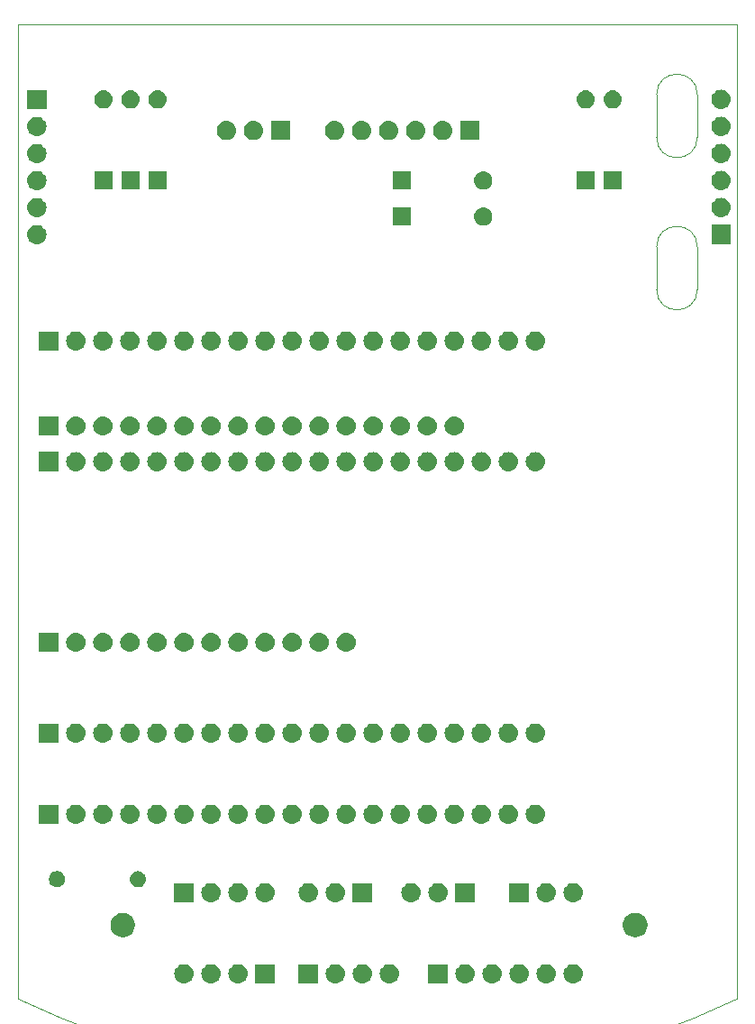
<source format=gbr>
G04 #@! TF.GenerationSoftware,KiCad,Pcbnew,(5.1.2)-2*
G04 #@! TF.CreationDate,2020-07-24T13:05:48-04:00*
G04 #@! TF.ProjectId,shim-PCB,7368696d-2d50-4434-922e-6b696361645f,rev?*
G04 #@! TF.SameCoordinates,Original*
G04 #@! TF.FileFunction,Soldermask,Bot*
G04 #@! TF.FilePolarity,Negative*
%FSLAX46Y46*%
G04 Gerber Fmt 4.6, Leading zero omitted, Abs format (unit mm)*
G04 Created by KiCad (PCBNEW (5.1.2)-2) date 2020-07-24 13:05:48*
%MOMM*%
%LPD*%
G04 APERTURE LIST*
%ADD10C,0.050000*%
%ADD11C,0.100000*%
G04 APERTURE END LIST*
D10*
X107878075Y-48006000D02*
X175425701Y-48006000D01*
X107878075Y-135724057D02*
X107878075Y-139534057D01*
X171682092Y-54560466D02*
X171682092Y-58605279D01*
X107878075Y-47997753D02*
X175425701Y-47997753D01*
X171682092Y-68852374D02*
X171682092Y-72897189D01*
X171682092Y-58605279D02*
G75*
G02X167872092Y-58605279I-1905000J0D01*
G01*
X167872092Y-68852374D02*
G75*
G02X171682092Y-68852374I1905000J0D01*
G01*
X175425701Y-47997753D02*
X175425701Y-139534057D01*
X167872092Y-58605279D02*
X167872092Y-54560466D01*
X167872092Y-54560466D02*
G75*
G02X171682092Y-54560466I1905000J0D01*
G01*
X171682092Y-72897189D02*
G75*
G02X167872092Y-72897189I-1905000J0D01*
G01*
X107878075Y-135724057D02*
X107878075Y-47997753D01*
X167872092Y-72897189D02*
X167872092Y-68852374D01*
X175371400Y-139560075D02*
G75*
G02X107878075Y-139534057I-33719511J70447727D01*
G01*
D11*
G36*
X131965000Y-138061000D02*
G01*
X130163000Y-138061000D01*
X130163000Y-136259000D01*
X131965000Y-136259000D01*
X131965000Y-138061000D01*
X131965000Y-138061000D01*
G37*
G36*
X157590443Y-136265519D02*
G01*
X157656627Y-136272037D01*
X157826466Y-136323557D01*
X157982991Y-136407222D01*
X158018729Y-136436552D01*
X158120186Y-136519814D01*
X158203448Y-136621271D01*
X158232778Y-136657009D01*
X158316443Y-136813534D01*
X158367963Y-136983373D01*
X158385359Y-137160000D01*
X158367963Y-137336627D01*
X158316443Y-137506466D01*
X158232778Y-137662991D01*
X158203448Y-137698729D01*
X158120186Y-137800186D01*
X158018729Y-137883448D01*
X157982991Y-137912778D01*
X157826466Y-137996443D01*
X157656627Y-138047963D01*
X157590442Y-138054482D01*
X157524260Y-138061000D01*
X157435740Y-138061000D01*
X157369558Y-138054482D01*
X157303373Y-138047963D01*
X157133534Y-137996443D01*
X156977009Y-137912778D01*
X156941271Y-137883448D01*
X156839814Y-137800186D01*
X156756552Y-137698729D01*
X156727222Y-137662991D01*
X156643557Y-137506466D01*
X156592037Y-137336627D01*
X156574641Y-137160000D01*
X156592037Y-136983373D01*
X156643557Y-136813534D01*
X156727222Y-136657009D01*
X156756552Y-136621271D01*
X156839814Y-136519814D01*
X156941271Y-136436552D01*
X156977009Y-136407222D01*
X157133534Y-136323557D01*
X157303373Y-136272037D01*
X157369557Y-136265519D01*
X157435740Y-136259000D01*
X157524260Y-136259000D01*
X157590443Y-136265519D01*
X157590443Y-136265519D01*
G37*
G36*
X160130443Y-136265519D02*
G01*
X160196627Y-136272037D01*
X160366466Y-136323557D01*
X160522991Y-136407222D01*
X160558729Y-136436552D01*
X160660186Y-136519814D01*
X160743448Y-136621271D01*
X160772778Y-136657009D01*
X160856443Y-136813534D01*
X160907963Y-136983373D01*
X160925359Y-137160000D01*
X160907963Y-137336627D01*
X160856443Y-137506466D01*
X160772778Y-137662991D01*
X160743448Y-137698729D01*
X160660186Y-137800186D01*
X160558729Y-137883448D01*
X160522991Y-137912778D01*
X160366466Y-137996443D01*
X160196627Y-138047963D01*
X160130442Y-138054482D01*
X160064260Y-138061000D01*
X159975740Y-138061000D01*
X159909558Y-138054482D01*
X159843373Y-138047963D01*
X159673534Y-137996443D01*
X159517009Y-137912778D01*
X159481271Y-137883448D01*
X159379814Y-137800186D01*
X159296552Y-137698729D01*
X159267222Y-137662991D01*
X159183557Y-137506466D01*
X159132037Y-137336627D01*
X159114641Y-137160000D01*
X159132037Y-136983373D01*
X159183557Y-136813534D01*
X159267222Y-136657009D01*
X159296552Y-136621271D01*
X159379814Y-136519814D01*
X159481271Y-136436552D01*
X159517009Y-136407222D01*
X159673534Y-136323557D01*
X159843373Y-136272037D01*
X159909557Y-136265519D01*
X159975740Y-136259000D01*
X160064260Y-136259000D01*
X160130443Y-136265519D01*
X160130443Y-136265519D01*
G37*
G36*
X155050443Y-136265519D02*
G01*
X155116627Y-136272037D01*
X155286466Y-136323557D01*
X155442991Y-136407222D01*
X155478729Y-136436552D01*
X155580186Y-136519814D01*
X155663448Y-136621271D01*
X155692778Y-136657009D01*
X155776443Y-136813534D01*
X155827963Y-136983373D01*
X155845359Y-137160000D01*
X155827963Y-137336627D01*
X155776443Y-137506466D01*
X155692778Y-137662991D01*
X155663448Y-137698729D01*
X155580186Y-137800186D01*
X155478729Y-137883448D01*
X155442991Y-137912778D01*
X155286466Y-137996443D01*
X155116627Y-138047963D01*
X155050442Y-138054482D01*
X154984260Y-138061000D01*
X154895740Y-138061000D01*
X154829558Y-138054482D01*
X154763373Y-138047963D01*
X154593534Y-137996443D01*
X154437009Y-137912778D01*
X154401271Y-137883448D01*
X154299814Y-137800186D01*
X154216552Y-137698729D01*
X154187222Y-137662991D01*
X154103557Y-137506466D01*
X154052037Y-137336627D01*
X154034641Y-137160000D01*
X154052037Y-136983373D01*
X154103557Y-136813534D01*
X154187222Y-136657009D01*
X154216552Y-136621271D01*
X154299814Y-136519814D01*
X154401271Y-136436552D01*
X154437009Y-136407222D01*
X154593534Y-136323557D01*
X154763373Y-136272037D01*
X154829557Y-136265519D01*
X154895740Y-136259000D01*
X154984260Y-136259000D01*
X155050443Y-136265519D01*
X155050443Y-136265519D01*
G37*
G36*
X152510443Y-136265519D02*
G01*
X152576627Y-136272037D01*
X152746466Y-136323557D01*
X152902991Y-136407222D01*
X152938729Y-136436552D01*
X153040186Y-136519814D01*
X153123448Y-136621271D01*
X153152778Y-136657009D01*
X153236443Y-136813534D01*
X153287963Y-136983373D01*
X153305359Y-137160000D01*
X153287963Y-137336627D01*
X153236443Y-137506466D01*
X153152778Y-137662991D01*
X153123448Y-137698729D01*
X153040186Y-137800186D01*
X152938729Y-137883448D01*
X152902991Y-137912778D01*
X152746466Y-137996443D01*
X152576627Y-138047963D01*
X152510442Y-138054482D01*
X152444260Y-138061000D01*
X152355740Y-138061000D01*
X152289558Y-138054482D01*
X152223373Y-138047963D01*
X152053534Y-137996443D01*
X151897009Y-137912778D01*
X151861271Y-137883448D01*
X151759814Y-137800186D01*
X151676552Y-137698729D01*
X151647222Y-137662991D01*
X151563557Y-137506466D01*
X151512037Y-137336627D01*
X151494641Y-137160000D01*
X151512037Y-136983373D01*
X151563557Y-136813534D01*
X151647222Y-136657009D01*
X151676552Y-136621271D01*
X151759814Y-136519814D01*
X151861271Y-136436552D01*
X151897009Y-136407222D01*
X152053534Y-136323557D01*
X152223373Y-136272037D01*
X152289557Y-136265519D01*
X152355740Y-136259000D01*
X152444260Y-136259000D01*
X152510443Y-136265519D01*
X152510443Y-136265519D01*
G37*
G36*
X149970443Y-136265519D02*
G01*
X150036627Y-136272037D01*
X150206466Y-136323557D01*
X150362991Y-136407222D01*
X150398729Y-136436552D01*
X150500186Y-136519814D01*
X150583448Y-136621271D01*
X150612778Y-136657009D01*
X150696443Y-136813534D01*
X150747963Y-136983373D01*
X150765359Y-137160000D01*
X150747963Y-137336627D01*
X150696443Y-137506466D01*
X150612778Y-137662991D01*
X150583448Y-137698729D01*
X150500186Y-137800186D01*
X150398729Y-137883448D01*
X150362991Y-137912778D01*
X150206466Y-137996443D01*
X150036627Y-138047963D01*
X149970442Y-138054482D01*
X149904260Y-138061000D01*
X149815740Y-138061000D01*
X149749558Y-138054482D01*
X149683373Y-138047963D01*
X149513534Y-137996443D01*
X149357009Y-137912778D01*
X149321271Y-137883448D01*
X149219814Y-137800186D01*
X149136552Y-137698729D01*
X149107222Y-137662991D01*
X149023557Y-137506466D01*
X148972037Y-137336627D01*
X148954641Y-137160000D01*
X148972037Y-136983373D01*
X149023557Y-136813534D01*
X149107222Y-136657009D01*
X149136552Y-136621271D01*
X149219814Y-136519814D01*
X149321271Y-136436552D01*
X149357009Y-136407222D01*
X149513534Y-136323557D01*
X149683373Y-136272037D01*
X149749557Y-136265519D01*
X149815740Y-136259000D01*
X149904260Y-136259000D01*
X149970443Y-136265519D01*
X149970443Y-136265519D01*
G37*
G36*
X148221000Y-138061000D02*
G01*
X146419000Y-138061000D01*
X146419000Y-136259000D01*
X148221000Y-136259000D01*
X148221000Y-138061000D01*
X148221000Y-138061000D01*
G37*
G36*
X142858443Y-136265519D02*
G01*
X142924627Y-136272037D01*
X143094466Y-136323557D01*
X143250991Y-136407222D01*
X143286729Y-136436552D01*
X143388186Y-136519814D01*
X143471448Y-136621271D01*
X143500778Y-136657009D01*
X143584443Y-136813534D01*
X143635963Y-136983373D01*
X143653359Y-137160000D01*
X143635963Y-137336627D01*
X143584443Y-137506466D01*
X143500778Y-137662991D01*
X143471448Y-137698729D01*
X143388186Y-137800186D01*
X143286729Y-137883448D01*
X143250991Y-137912778D01*
X143094466Y-137996443D01*
X142924627Y-138047963D01*
X142858442Y-138054482D01*
X142792260Y-138061000D01*
X142703740Y-138061000D01*
X142637558Y-138054482D01*
X142571373Y-138047963D01*
X142401534Y-137996443D01*
X142245009Y-137912778D01*
X142209271Y-137883448D01*
X142107814Y-137800186D01*
X142024552Y-137698729D01*
X141995222Y-137662991D01*
X141911557Y-137506466D01*
X141860037Y-137336627D01*
X141842641Y-137160000D01*
X141860037Y-136983373D01*
X141911557Y-136813534D01*
X141995222Y-136657009D01*
X142024552Y-136621271D01*
X142107814Y-136519814D01*
X142209271Y-136436552D01*
X142245009Y-136407222D01*
X142401534Y-136323557D01*
X142571373Y-136272037D01*
X142637557Y-136265519D01*
X142703740Y-136259000D01*
X142792260Y-136259000D01*
X142858443Y-136265519D01*
X142858443Y-136265519D01*
G37*
G36*
X140318443Y-136265519D02*
G01*
X140384627Y-136272037D01*
X140554466Y-136323557D01*
X140710991Y-136407222D01*
X140746729Y-136436552D01*
X140848186Y-136519814D01*
X140931448Y-136621271D01*
X140960778Y-136657009D01*
X141044443Y-136813534D01*
X141095963Y-136983373D01*
X141113359Y-137160000D01*
X141095963Y-137336627D01*
X141044443Y-137506466D01*
X140960778Y-137662991D01*
X140931448Y-137698729D01*
X140848186Y-137800186D01*
X140746729Y-137883448D01*
X140710991Y-137912778D01*
X140554466Y-137996443D01*
X140384627Y-138047963D01*
X140318442Y-138054482D01*
X140252260Y-138061000D01*
X140163740Y-138061000D01*
X140097558Y-138054482D01*
X140031373Y-138047963D01*
X139861534Y-137996443D01*
X139705009Y-137912778D01*
X139669271Y-137883448D01*
X139567814Y-137800186D01*
X139484552Y-137698729D01*
X139455222Y-137662991D01*
X139371557Y-137506466D01*
X139320037Y-137336627D01*
X139302641Y-137160000D01*
X139320037Y-136983373D01*
X139371557Y-136813534D01*
X139455222Y-136657009D01*
X139484552Y-136621271D01*
X139567814Y-136519814D01*
X139669271Y-136436552D01*
X139705009Y-136407222D01*
X139861534Y-136323557D01*
X140031373Y-136272037D01*
X140097557Y-136265519D01*
X140163740Y-136259000D01*
X140252260Y-136259000D01*
X140318443Y-136265519D01*
X140318443Y-136265519D01*
G37*
G36*
X137778443Y-136265519D02*
G01*
X137844627Y-136272037D01*
X138014466Y-136323557D01*
X138170991Y-136407222D01*
X138206729Y-136436552D01*
X138308186Y-136519814D01*
X138391448Y-136621271D01*
X138420778Y-136657009D01*
X138504443Y-136813534D01*
X138555963Y-136983373D01*
X138573359Y-137160000D01*
X138555963Y-137336627D01*
X138504443Y-137506466D01*
X138420778Y-137662991D01*
X138391448Y-137698729D01*
X138308186Y-137800186D01*
X138206729Y-137883448D01*
X138170991Y-137912778D01*
X138014466Y-137996443D01*
X137844627Y-138047963D01*
X137778442Y-138054482D01*
X137712260Y-138061000D01*
X137623740Y-138061000D01*
X137557558Y-138054482D01*
X137491373Y-138047963D01*
X137321534Y-137996443D01*
X137165009Y-137912778D01*
X137129271Y-137883448D01*
X137027814Y-137800186D01*
X136944552Y-137698729D01*
X136915222Y-137662991D01*
X136831557Y-137506466D01*
X136780037Y-137336627D01*
X136762641Y-137160000D01*
X136780037Y-136983373D01*
X136831557Y-136813534D01*
X136915222Y-136657009D01*
X136944552Y-136621271D01*
X137027814Y-136519814D01*
X137129271Y-136436552D01*
X137165009Y-136407222D01*
X137321534Y-136323557D01*
X137491373Y-136272037D01*
X137557557Y-136265519D01*
X137623740Y-136259000D01*
X137712260Y-136259000D01*
X137778443Y-136265519D01*
X137778443Y-136265519D01*
G37*
G36*
X136029000Y-138061000D02*
G01*
X134227000Y-138061000D01*
X134227000Y-136259000D01*
X136029000Y-136259000D01*
X136029000Y-138061000D01*
X136029000Y-138061000D01*
G37*
G36*
X123554443Y-136265519D02*
G01*
X123620627Y-136272037D01*
X123790466Y-136323557D01*
X123946991Y-136407222D01*
X123982729Y-136436552D01*
X124084186Y-136519814D01*
X124167448Y-136621271D01*
X124196778Y-136657009D01*
X124280443Y-136813534D01*
X124331963Y-136983373D01*
X124349359Y-137160000D01*
X124331963Y-137336627D01*
X124280443Y-137506466D01*
X124196778Y-137662991D01*
X124167448Y-137698729D01*
X124084186Y-137800186D01*
X123982729Y-137883448D01*
X123946991Y-137912778D01*
X123790466Y-137996443D01*
X123620627Y-138047963D01*
X123554442Y-138054482D01*
X123488260Y-138061000D01*
X123399740Y-138061000D01*
X123333558Y-138054482D01*
X123267373Y-138047963D01*
X123097534Y-137996443D01*
X122941009Y-137912778D01*
X122905271Y-137883448D01*
X122803814Y-137800186D01*
X122720552Y-137698729D01*
X122691222Y-137662991D01*
X122607557Y-137506466D01*
X122556037Y-137336627D01*
X122538641Y-137160000D01*
X122556037Y-136983373D01*
X122607557Y-136813534D01*
X122691222Y-136657009D01*
X122720552Y-136621271D01*
X122803814Y-136519814D01*
X122905271Y-136436552D01*
X122941009Y-136407222D01*
X123097534Y-136323557D01*
X123267373Y-136272037D01*
X123333557Y-136265519D01*
X123399740Y-136259000D01*
X123488260Y-136259000D01*
X123554443Y-136265519D01*
X123554443Y-136265519D01*
G37*
G36*
X126094443Y-136265519D02*
G01*
X126160627Y-136272037D01*
X126330466Y-136323557D01*
X126486991Y-136407222D01*
X126522729Y-136436552D01*
X126624186Y-136519814D01*
X126707448Y-136621271D01*
X126736778Y-136657009D01*
X126820443Y-136813534D01*
X126871963Y-136983373D01*
X126889359Y-137160000D01*
X126871963Y-137336627D01*
X126820443Y-137506466D01*
X126736778Y-137662991D01*
X126707448Y-137698729D01*
X126624186Y-137800186D01*
X126522729Y-137883448D01*
X126486991Y-137912778D01*
X126330466Y-137996443D01*
X126160627Y-138047963D01*
X126094442Y-138054482D01*
X126028260Y-138061000D01*
X125939740Y-138061000D01*
X125873558Y-138054482D01*
X125807373Y-138047963D01*
X125637534Y-137996443D01*
X125481009Y-137912778D01*
X125445271Y-137883448D01*
X125343814Y-137800186D01*
X125260552Y-137698729D01*
X125231222Y-137662991D01*
X125147557Y-137506466D01*
X125096037Y-137336627D01*
X125078641Y-137160000D01*
X125096037Y-136983373D01*
X125147557Y-136813534D01*
X125231222Y-136657009D01*
X125260552Y-136621271D01*
X125343814Y-136519814D01*
X125445271Y-136436552D01*
X125481009Y-136407222D01*
X125637534Y-136323557D01*
X125807373Y-136272037D01*
X125873557Y-136265519D01*
X125939740Y-136259000D01*
X126028260Y-136259000D01*
X126094443Y-136265519D01*
X126094443Y-136265519D01*
G37*
G36*
X128634443Y-136265519D02*
G01*
X128700627Y-136272037D01*
X128870466Y-136323557D01*
X129026991Y-136407222D01*
X129062729Y-136436552D01*
X129164186Y-136519814D01*
X129247448Y-136621271D01*
X129276778Y-136657009D01*
X129360443Y-136813534D01*
X129411963Y-136983373D01*
X129429359Y-137160000D01*
X129411963Y-137336627D01*
X129360443Y-137506466D01*
X129276778Y-137662991D01*
X129247448Y-137698729D01*
X129164186Y-137800186D01*
X129062729Y-137883448D01*
X129026991Y-137912778D01*
X128870466Y-137996443D01*
X128700627Y-138047963D01*
X128634442Y-138054482D01*
X128568260Y-138061000D01*
X128479740Y-138061000D01*
X128413558Y-138054482D01*
X128347373Y-138047963D01*
X128177534Y-137996443D01*
X128021009Y-137912778D01*
X127985271Y-137883448D01*
X127883814Y-137800186D01*
X127800552Y-137698729D01*
X127771222Y-137662991D01*
X127687557Y-137506466D01*
X127636037Y-137336627D01*
X127618641Y-137160000D01*
X127636037Y-136983373D01*
X127687557Y-136813534D01*
X127771222Y-136657009D01*
X127800552Y-136621271D01*
X127883814Y-136519814D01*
X127985271Y-136436552D01*
X128021009Y-136407222D01*
X128177534Y-136323557D01*
X128347373Y-136272037D01*
X128413557Y-136265519D01*
X128479740Y-136259000D01*
X128568260Y-136259000D01*
X128634443Y-136265519D01*
X128634443Y-136265519D01*
G37*
G36*
X166079549Y-131444116D02*
G01*
X166190734Y-131466232D01*
X166400203Y-131552997D01*
X166588720Y-131678960D01*
X166749040Y-131839280D01*
X166875003Y-132027797D01*
X166961768Y-132237266D01*
X167006000Y-132459636D01*
X167006000Y-132686364D01*
X166961768Y-132908734D01*
X166875003Y-133118203D01*
X166749040Y-133306720D01*
X166588720Y-133467040D01*
X166400203Y-133593003D01*
X166190734Y-133679768D01*
X166079549Y-133701884D01*
X165968365Y-133724000D01*
X165741635Y-133724000D01*
X165630451Y-133701884D01*
X165519266Y-133679768D01*
X165309797Y-133593003D01*
X165121280Y-133467040D01*
X164960960Y-133306720D01*
X164834997Y-133118203D01*
X164748232Y-132908734D01*
X164704000Y-132686364D01*
X164704000Y-132459636D01*
X164748232Y-132237266D01*
X164834997Y-132027797D01*
X164960960Y-131839280D01*
X165121280Y-131678960D01*
X165309797Y-131552997D01*
X165519266Y-131466232D01*
X165630451Y-131444116D01*
X165741635Y-131422000D01*
X165968365Y-131422000D01*
X166079549Y-131444116D01*
X166079549Y-131444116D01*
G37*
G36*
X117916549Y-131444116D02*
G01*
X118027734Y-131466232D01*
X118237203Y-131552997D01*
X118425720Y-131678960D01*
X118586040Y-131839280D01*
X118712003Y-132027797D01*
X118798768Y-132237266D01*
X118843000Y-132459636D01*
X118843000Y-132686364D01*
X118798768Y-132908734D01*
X118712003Y-133118203D01*
X118586040Y-133306720D01*
X118425720Y-133467040D01*
X118237203Y-133593003D01*
X118027734Y-133679768D01*
X117916549Y-133701884D01*
X117805365Y-133724000D01*
X117578635Y-133724000D01*
X117467451Y-133701884D01*
X117356266Y-133679768D01*
X117146797Y-133593003D01*
X116958280Y-133467040D01*
X116797960Y-133306720D01*
X116671997Y-133118203D01*
X116585232Y-132908734D01*
X116541000Y-132686364D01*
X116541000Y-132459636D01*
X116585232Y-132237266D01*
X116671997Y-132027797D01*
X116797960Y-131839280D01*
X116958280Y-131678960D01*
X117146797Y-131552997D01*
X117356266Y-131466232D01*
X117467451Y-131444116D01*
X117578635Y-131422000D01*
X117805365Y-131422000D01*
X117916549Y-131444116D01*
X117916549Y-131444116D01*
G37*
G36*
X147430443Y-128645519D02*
G01*
X147496627Y-128652037D01*
X147666466Y-128703557D01*
X147822991Y-128787222D01*
X147842956Y-128803607D01*
X147960186Y-128899814D01*
X148015478Y-128967189D01*
X148072778Y-129037009D01*
X148156443Y-129193534D01*
X148207963Y-129363373D01*
X148225359Y-129540000D01*
X148207963Y-129716627D01*
X148156443Y-129886466D01*
X148072778Y-130042991D01*
X148043448Y-130078729D01*
X147960186Y-130180186D01*
X147858729Y-130263448D01*
X147822991Y-130292778D01*
X147666466Y-130376443D01*
X147496627Y-130427963D01*
X147430443Y-130434481D01*
X147364260Y-130441000D01*
X147275740Y-130441000D01*
X147209557Y-130434481D01*
X147143373Y-130427963D01*
X146973534Y-130376443D01*
X146817009Y-130292778D01*
X146781271Y-130263448D01*
X146679814Y-130180186D01*
X146596552Y-130078729D01*
X146567222Y-130042991D01*
X146483557Y-129886466D01*
X146432037Y-129716627D01*
X146414641Y-129540000D01*
X146432037Y-129363373D01*
X146483557Y-129193534D01*
X146567222Y-129037009D01*
X146624522Y-128967189D01*
X146679814Y-128899814D01*
X146797044Y-128803607D01*
X146817009Y-128787222D01*
X146973534Y-128703557D01*
X147143373Y-128652037D01*
X147209557Y-128645519D01*
X147275740Y-128639000D01*
X147364260Y-128639000D01*
X147430443Y-128645519D01*
X147430443Y-128645519D01*
G37*
G36*
X126094443Y-128645519D02*
G01*
X126160627Y-128652037D01*
X126330466Y-128703557D01*
X126486991Y-128787222D01*
X126506956Y-128803607D01*
X126624186Y-128899814D01*
X126679478Y-128967189D01*
X126736778Y-129037009D01*
X126820443Y-129193534D01*
X126871963Y-129363373D01*
X126889359Y-129540000D01*
X126871963Y-129716627D01*
X126820443Y-129886466D01*
X126736778Y-130042991D01*
X126707448Y-130078729D01*
X126624186Y-130180186D01*
X126522729Y-130263448D01*
X126486991Y-130292778D01*
X126330466Y-130376443D01*
X126160627Y-130427963D01*
X126094443Y-130434481D01*
X126028260Y-130441000D01*
X125939740Y-130441000D01*
X125873557Y-130434481D01*
X125807373Y-130427963D01*
X125637534Y-130376443D01*
X125481009Y-130292778D01*
X125445271Y-130263448D01*
X125343814Y-130180186D01*
X125260552Y-130078729D01*
X125231222Y-130042991D01*
X125147557Y-129886466D01*
X125096037Y-129716627D01*
X125078641Y-129540000D01*
X125096037Y-129363373D01*
X125147557Y-129193534D01*
X125231222Y-129037009D01*
X125288522Y-128967189D01*
X125343814Y-128899814D01*
X125461044Y-128803607D01*
X125481009Y-128787222D01*
X125637534Y-128703557D01*
X125807373Y-128652037D01*
X125873557Y-128645519D01*
X125939740Y-128639000D01*
X126028260Y-128639000D01*
X126094443Y-128645519D01*
X126094443Y-128645519D01*
G37*
G36*
X128634443Y-128645519D02*
G01*
X128700627Y-128652037D01*
X128870466Y-128703557D01*
X129026991Y-128787222D01*
X129046956Y-128803607D01*
X129164186Y-128899814D01*
X129219478Y-128967189D01*
X129276778Y-129037009D01*
X129360443Y-129193534D01*
X129411963Y-129363373D01*
X129429359Y-129540000D01*
X129411963Y-129716627D01*
X129360443Y-129886466D01*
X129276778Y-130042991D01*
X129247448Y-130078729D01*
X129164186Y-130180186D01*
X129062729Y-130263448D01*
X129026991Y-130292778D01*
X128870466Y-130376443D01*
X128700627Y-130427963D01*
X128634443Y-130434481D01*
X128568260Y-130441000D01*
X128479740Y-130441000D01*
X128413557Y-130434481D01*
X128347373Y-130427963D01*
X128177534Y-130376443D01*
X128021009Y-130292778D01*
X127985271Y-130263448D01*
X127883814Y-130180186D01*
X127800552Y-130078729D01*
X127771222Y-130042991D01*
X127687557Y-129886466D01*
X127636037Y-129716627D01*
X127618641Y-129540000D01*
X127636037Y-129363373D01*
X127687557Y-129193534D01*
X127771222Y-129037009D01*
X127828522Y-128967189D01*
X127883814Y-128899814D01*
X128001044Y-128803607D01*
X128021009Y-128787222D01*
X128177534Y-128703557D01*
X128347373Y-128652037D01*
X128413557Y-128645519D01*
X128479740Y-128639000D01*
X128568260Y-128639000D01*
X128634443Y-128645519D01*
X128634443Y-128645519D01*
G37*
G36*
X131174443Y-128645519D02*
G01*
X131240627Y-128652037D01*
X131410466Y-128703557D01*
X131566991Y-128787222D01*
X131586956Y-128803607D01*
X131704186Y-128899814D01*
X131759478Y-128967189D01*
X131816778Y-129037009D01*
X131900443Y-129193534D01*
X131951963Y-129363373D01*
X131969359Y-129540000D01*
X131951963Y-129716627D01*
X131900443Y-129886466D01*
X131816778Y-130042991D01*
X131787448Y-130078729D01*
X131704186Y-130180186D01*
X131602729Y-130263448D01*
X131566991Y-130292778D01*
X131410466Y-130376443D01*
X131240627Y-130427963D01*
X131174443Y-130434481D01*
X131108260Y-130441000D01*
X131019740Y-130441000D01*
X130953557Y-130434481D01*
X130887373Y-130427963D01*
X130717534Y-130376443D01*
X130561009Y-130292778D01*
X130525271Y-130263448D01*
X130423814Y-130180186D01*
X130340552Y-130078729D01*
X130311222Y-130042991D01*
X130227557Y-129886466D01*
X130176037Y-129716627D01*
X130158641Y-129540000D01*
X130176037Y-129363373D01*
X130227557Y-129193534D01*
X130311222Y-129037009D01*
X130368522Y-128967189D01*
X130423814Y-128899814D01*
X130541044Y-128803607D01*
X130561009Y-128787222D01*
X130717534Y-128703557D01*
X130887373Y-128652037D01*
X130953557Y-128645519D01*
X131019740Y-128639000D01*
X131108260Y-128639000D01*
X131174443Y-128645519D01*
X131174443Y-128645519D01*
G37*
G36*
X124345000Y-130441000D02*
G01*
X122543000Y-130441000D01*
X122543000Y-128639000D01*
X124345000Y-128639000D01*
X124345000Y-130441000D01*
X124345000Y-130441000D01*
G37*
G36*
X155841000Y-130441000D02*
G01*
X154039000Y-130441000D01*
X154039000Y-128639000D01*
X155841000Y-128639000D01*
X155841000Y-130441000D01*
X155841000Y-130441000D01*
G37*
G36*
X157590443Y-128645519D02*
G01*
X157656627Y-128652037D01*
X157826466Y-128703557D01*
X157982991Y-128787222D01*
X158002956Y-128803607D01*
X158120186Y-128899814D01*
X158175478Y-128967189D01*
X158232778Y-129037009D01*
X158316443Y-129193534D01*
X158367963Y-129363373D01*
X158385359Y-129540000D01*
X158367963Y-129716627D01*
X158316443Y-129886466D01*
X158232778Y-130042991D01*
X158203448Y-130078729D01*
X158120186Y-130180186D01*
X158018729Y-130263448D01*
X157982991Y-130292778D01*
X157826466Y-130376443D01*
X157656627Y-130427963D01*
X157590443Y-130434481D01*
X157524260Y-130441000D01*
X157435740Y-130441000D01*
X157369557Y-130434481D01*
X157303373Y-130427963D01*
X157133534Y-130376443D01*
X156977009Y-130292778D01*
X156941271Y-130263448D01*
X156839814Y-130180186D01*
X156756552Y-130078729D01*
X156727222Y-130042991D01*
X156643557Y-129886466D01*
X156592037Y-129716627D01*
X156574641Y-129540000D01*
X156592037Y-129363373D01*
X156643557Y-129193534D01*
X156727222Y-129037009D01*
X156784522Y-128967189D01*
X156839814Y-128899814D01*
X156957044Y-128803607D01*
X156977009Y-128787222D01*
X157133534Y-128703557D01*
X157303373Y-128652037D01*
X157369557Y-128645519D01*
X157435740Y-128639000D01*
X157524260Y-128639000D01*
X157590443Y-128645519D01*
X157590443Y-128645519D01*
G37*
G36*
X150761000Y-130441000D02*
G01*
X148959000Y-130441000D01*
X148959000Y-128639000D01*
X150761000Y-128639000D01*
X150761000Y-130441000D01*
X150761000Y-130441000D01*
G37*
G36*
X141109000Y-130441000D02*
G01*
X139307000Y-130441000D01*
X139307000Y-128639000D01*
X141109000Y-128639000D01*
X141109000Y-130441000D01*
X141109000Y-130441000D01*
G37*
G36*
X137778443Y-128645519D02*
G01*
X137844627Y-128652037D01*
X138014466Y-128703557D01*
X138170991Y-128787222D01*
X138190956Y-128803607D01*
X138308186Y-128899814D01*
X138363478Y-128967189D01*
X138420778Y-129037009D01*
X138504443Y-129193534D01*
X138555963Y-129363373D01*
X138573359Y-129540000D01*
X138555963Y-129716627D01*
X138504443Y-129886466D01*
X138420778Y-130042991D01*
X138391448Y-130078729D01*
X138308186Y-130180186D01*
X138206729Y-130263448D01*
X138170991Y-130292778D01*
X138014466Y-130376443D01*
X137844627Y-130427963D01*
X137778443Y-130434481D01*
X137712260Y-130441000D01*
X137623740Y-130441000D01*
X137557557Y-130434481D01*
X137491373Y-130427963D01*
X137321534Y-130376443D01*
X137165009Y-130292778D01*
X137129271Y-130263448D01*
X137027814Y-130180186D01*
X136944552Y-130078729D01*
X136915222Y-130042991D01*
X136831557Y-129886466D01*
X136780037Y-129716627D01*
X136762641Y-129540000D01*
X136780037Y-129363373D01*
X136831557Y-129193534D01*
X136915222Y-129037009D01*
X136972522Y-128967189D01*
X137027814Y-128899814D01*
X137145044Y-128803607D01*
X137165009Y-128787222D01*
X137321534Y-128703557D01*
X137491373Y-128652037D01*
X137557557Y-128645519D01*
X137623740Y-128639000D01*
X137712260Y-128639000D01*
X137778443Y-128645519D01*
X137778443Y-128645519D01*
G37*
G36*
X135238443Y-128645519D02*
G01*
X135304627Y-128652037D01*
X135474466Y-128703557D01*
X135630991Y-128787222D01*
X135650956Y-128803607D01*
X135768186Y-128899814D01*
X135823478Y-128967189D01*
X135880778Y-129037009D01*
X135964443Y-129193534D01*
X136015963Y-129363373D01*
X136033359Y-129540000D01*
X136015963Y-129716627D01*
X135964443Y-129886466D01*
X135880778Y-130042991D01*
X135851448Y-130078729D01*
X135768186Y-130180186D01*
X135666729Y-130263448D01*
X135630991Y-130292778D01*
X135474466Y-130376443D01*
X135304627Y-130427963D01*
X135238443Y-130434481D01*
X135172260Y-130441000D01*
X135083740Y-130441000D01*
X135017557Y-130434481D01*
X134951373Y-130427963D01*
X134781534Y-130376443D01*
X134625009Y-130292778D01*
X134589271Y-130263448D01*
X134487814Y-130180186D01*
X134404552Y-130078729D01*
X134375222Y-130042991D01*
X134291557Y-129886466D01*
X134240037Y-129716627D01*
X134222641Y-129540000D01*
X134240037Y-129363373D01*
X134291557Y-129193534D01*
X134375222Y-129037009D01*
X134432522Y-128967189D01*
X134487814Y-128899814D01*
X134605044Y-128803607D01*
X134625009Y-128787222D01*
X134781534Y-128703557D01*
X134951373Y-128652037D01*
X135017557Y-128645519D01*
X135083740Y-128639000D01*
X135172260Y-128639000D01*
X135238443Y-128645519D01*
X135238443Y-128645519D01*
G37*
G36*
X144890443Y-128645519D02*
G01*
X144956627Y-128652037D01*
X145126466Y-128703557D01*
X145282991Y-128787222D01*
X145302956Y-128803607D01*
X145420186Y-128899814D01*
X145475478Y-128967189D01*
X145532778Y-129037009D01*
X145616443Y-129193534D01*
X145667963Y-129363373D01*
X145685359Y-129540000D01*
X145667963Y-129716627D01*
X145616443Y-129886466D01*
X145532778Y-130042991D01*
X145503448Y-130078729D01*
X145420186Y-130180186D01*
X145318729Y-130263448D01*
X145282991Y-130292778D01*
X145126466Y-130376443D01*
X144956627Y-130427963D01*
X144890443Y-130434481D01*
X144824260Y-130441000D01*
X144735740Y-130441000D01*
X144669557Y-130434481D01*
X144603373Y-130427963D01*
X144433534Y-130376443D01*
X144277009Y-130292778D01*
X144241271Y-130263448D01*
X144139814Y-130180186D01*
X144056552Y-130078729D01*
X144027222Y-130042991D01*
X143943557Y-129886466D01*
X143892037Y-129716627D01*
X143874641Y-129540000D01*
X143892037Y-129363373D01*
X143943557Y-129193534D01*
X144027222Y-129037009D01*
X144084522Y-128967189D01*
X144139814Y-128899814D01*
X144257044Y-128803607D01*
X144277009Y-128787222D01*
X144433534Y-128703557D01*
X144603373Y-128652037D01*
X144669557Y-128645519D01*
X144735740Y-128639000D01*
X144824260Y-128639000D01*
X144890443Y-128645519D01*
X144890443Y-128645519D01*
G37*
G36*
X160130443Y-128645519D02*
G01*
X160196627Y-128652037D01*
X160366466Y-128703557D01*
X160522991Y-128787222D01*
X160542956Y-128803607D01*
X160660186Y-128899814D01*
X160715478Y-128967189D01*
X160772778Y-129037009D01*
X160856443Y-129193534D01*
X160907963Y-129363373D01*
X160925359Y-129540000D01*
X160907963Y-129716627D01*
X160856443Y-129886466D01*
X160772778Y-130042991D01*
X160743448Y-130078729D01*
X160660186Y-130180186D01*
X160558729Y-130263448D01*
X160522991Y-130292778D01*
X160366466Y-130376443D01*
X160196627Y-130427963D01*
X160130443Y-130434481D01*
X160064260Y-130441000D01*
X159975740Y-130441000D01*
X159909557Y-130434481D01*
X159843373Y-130427963D01*
X159673534Y-130376443D01*
X159517009Y-130292778D01*
X159481271Y-130263448D01*
X159379814Y-130180186D01*
X159296552Y-130078729D01*
X159267222Y-130042991D01*
X159183557Y-129886466D01*
X159132037Y-129716627D01*
X159114641Y-129540000D01*
X159132037Y-129363373D01*
X159183557Y-129193534D01*
X159267222Y-129037009D01*
X159324522Y-128967189D01*
X159379814Y-128899814D01*
X159497044Y-128803607D01*
X159517009Y-128787222D01*
X159673534Y-128703557D01*
X159843373Y-128652037D01*
X159909557Y-128645519D01*
X159975740Y-128639000D01*
X160064260Y-128639000D01*
X160130443Y-128645519D01*
X160130443Y-128645519D01*
G37*
G36*
X111725059Y-127547860D02*
G01*
X111785294Y-127572810D01*
X111861732Y-127604472D01*
X111984735Y-127686660D01*
X112089340Y-127791265D01*
X112171528Y-127914268D01*
X112228140Y-128050941D01*
X112257000Y-128196033D01*
X112257000Y-128343967D01*
X112228140Y-128489059D01*
X112171528Y-128625732D01*
X112089340Y-128748735D01*
X111984735Y-128853340D01*
X111861732Y-128935528D01*
X111861731Y-128935529D01*
X111861730Y-128935529D01*
X111725059Y-128992140D01*
X111579968Y-129021000D01*
X111432032Y-129021000D01*
X111286941Y-128992140D01*
X111150270Y-128935529D01*
X111150269Y-128935529D01*
X111150268Y-128935528D01*
X111027265Y-128853340D01*
X110922660Y-128748735D01*
X110840472Y-128625732D01*
X110783860Y-128489059D01*
X110755000Y-128343967D01*
X110755000Y-128196033D01*
X110783860Y-128050941D01*
X110840472Y-127914268D01*
X110922660Y-127791265D01*
X111027265Y-127686660D01*
X111150268Y-127604472D01*
X111226707Y-127572810D01*
X111286941Y-127547860D01*
X111432032Y-127519000D01*
X111579968Y-127519000D01*
X111725059Y-127547860D01*
X111725059Y-127547860D01*
G37*
G36*
X119199665Y-127522622D02*
G01*
X119273222Y-127529867D01*
X119414786Y-127572810D01*
X119545252Y-127642546D01*
X119575040Y-127666992D01*
X119659607Y-127736393D01*
X119729008Y-127820960D01*
X119753454Y-127850748D01*
X119823190Y-127981214D01*
X119866133Y-128122778D01*
X119880633Y-128270000D01*
X119866133Y-128417222D01*
X119823190Y-128558786D01*
X119753454Y-128689252D01*
X119741714Y-128703557D01*
X119659607Y-128803607D01*
X119599004Y-128853341D01*
X119545252Y-128897454D01*
X119414786Y-128967190D01*
X119273222Y-129010133D01*
X119199665Y-129017378D01*
X119162888Y-129021000D01*
X119089112Y-129021000D01*
X119052335Y-129017378D01*
X118978778Y-129010133D01*
X118837214Y-128967190D01*
X118706748Y-128897454D01*
X118652996Y-128853341D01*
X118592393Y-128803607D01*
X118510286Y-128703557D01*
X118498546Y-128689252D01*
X118428810Y-128558786D01*
X118385867Y-128417222D01*
X118371367Y-128270000D01*
X118385867Y-128122778D01*
X118428810Y-127981214D01*
X118498546Y-127850748D01*
X118522992Y-127820960D01*
X118592393Y-127736393D01*
X118676960Y-127666992D01*
X118706748Y-127642546D01*
X118837214Y-127572810D01*
X118978778Y-127529867D01*
X119052335Y-127522622D01*
X119089112Y-127519000D01*
X119162888Y-127519000D01*
X119199665Y-127522622D01*
X119199665Y-127522622D01*
G37*
G36*
X146414442Y-121279518D02*
G01*
X146480627Y-121286037D01*
X146650466Y-121337557D01*
X146806991Y-121421222D01*
X146842729Y-121450552D01*
X146944186Y-121533814D01*
X147027448Y-121635271D01*
X147056778Y-121671009D01*
X147140443Y-121827534D01*
X147191963Y-121997373D01*
X147209359Y-122174000D01*
X147191963Y-122350627D01*
X147140443Y-122520466D01*
X147056778Y-122676991D01*
X147027448Y-122712729D01*
X146944186Y-122814186D01*
X146842729Y-122897448D01*
X146806991Y-122926778D01*
X146650466Y-123010443D01*
X146480627Y-123061963D01*
X146414442Y-123068482D01*
X146348260Y-123075000D01*
X146259740Y-123075000D01*
X146193558Y-123068482D01*
X146127373Y-123061963D01*
X145957534Y-123010443D01*
X145801009Y-122926778D01*
X145765271Y-122897448D01*
X145663814Y-122814186D01*
X145580552Y-122712729D01*
X145551222Y-122676991D01*
X145467557Y-122520466D01*
X145416037Y-122350627D01*
X145398641Y-122174000D01*
X145416037Y-121997373D01*
X145467557Y-121827534D01*
X145551222Y-121671009D01*
X145580552Y-121635271D01*
X145663814Y-121533814D01*
X145765271Y-121450552D01*
X145801009Y-121421222D01*
X145957534Y-121337557D01*
X146127373Y-121286037D01*
X146193558Y-121279518D01*
X146259740Y-121273000D01*
X146348260Y-121273000D01*
X146414442Y-121279518D01*
X146414442Y-121279518D01*
G37*
G36*
X156574442Y-121279518D02*
G01*
X156640627Y-121286037D01*
X156810466Y-121337557D01*
X156966991Y-121421222D01*
X157002729Y-121450552D01*
X157104186Y-121533814D01*
X157187448Y-121635271D01*
X157216778Y-121671009D01*
X157300443Y-121827534D01*
X157351963Y-121997373D01*
X157369359Y-122174000D01*
X157351963Y-122350627D01*
X157300443Y-122520466D01*
X157216778Y-122676991D01*
X157187448Y-122712729D01*
X157104186Y-122814186D01*
X157002729Y-122897448D01*
X156966991Y-122926778D01*
X156810466Y-123010443D01*
X156640627Y-123061963D01*
X156574442Y-123068482D01*
X156508260Y-123075000D01*
X156419740Y-123075000D01*
X156353558Y-123068482D01*
X156287373Y-123061963D01*
X156117534Y-123010443D01*
X155961009Y-122926778D01*
X155925271Y-122897448D01*
X155823814Y-122814186D01*
X155740552Y-122712729D01*
X155711222Y-122676991D01*
X155627557Y-122520466D01*
X155576037Y-122350627D01*
X155558641Y-122174000D01*
X155576037Y-121997373D01*
X155627557Y-121827534D01*
X155711222Y-121671009D01*
X155740552Y-121635271D01*
X155823814Y-121533814D01*
X155925271Y-121450552D01*
X155961009Y-121421222D01*
X156117534Y-121337557D01*
X156287373Y-121286037D01*
X156353558Y-121279518D01*
X156419740Y-121273000D01*
X156508260Y-121273000D01*
X156574442Y-121279518D01*
X156574442Y-121279518D01*
G37*
G36*
X154034442Y-121279518D02*
G01*
X154100627Y-121286037D01*
X154270466Y-121337557D01*
X154426991Y-121421222D01*
X154462729Y-121450552D01*
X154564186Y-121533814D01*
X154647448Y-121635271D01*
X154676778Y-121671009D01*
X154760443Y-121827534D01*
X154811963Y-121997373D01*
X154829359Y-122174000D01*
X154811963Y-122350627D01*
X154760443Y-122520466D01*
X154676778Y-122676991D01*
X154647448Y-122712729D01*
X154564186Y-122814186D01*
X154462729Y-122897448D01*
X154426991Y-122926778D01*
X154270466Y-123010443D01*
X154100627Y-123061963D01*
X154034442Y-123068482D01*
X153968260Y-123075000D01*
X153879740Y-123075000D01*
X153813558Y-123068482D01*
X153747373Y-123061963D01*
X153577534Y-123010443D01*
X153421009Y-122926778D01*
X153385271Y-122897448D01*
X153283814Y-122814186D01*
X153200552Y-122712729D01*
X153171222Y-122676991D01*
X153087557Y-122520466D01*
X153036037Y-122350627D01*
X153018641Y-122174000D01*
X153036037Y-121997373D01*
X153087557Y-121827534D01*
X153171222Y-121671009D01*
X153200552Y-121635271D01*
X153283814Y-121533814D01*
X153385271Y-121450552D01*
X153421009Y-121421222D01*
X153577534Y-121337557D01*
X153747373Y-121286037D01*
X153813558Y-121279518D01*
X153879740Y-121273000D01*
X153968260Y-121273000D01*
X154034442Y-121279518D01*
X154034442Y-121279518D01*
G37*
G36*
X151494442Y-121279518D02*
G01*
X151560627Y-121286037D01*
X151730466Y-121337557D01*
X151886991Y-121421222D01*
X151922729Y-121450552D01*
X152024186Y-121533814D01*
X152107448Y-121635271D01*
X152136778Y-121671009D01*
X152220443Y-121827534D01*
X152271963Y-121997373D01*
X152289359Y-122174000D01*
X152271963Y-122350627D01*
X152220443Y-122520466D01*
X152136778Y-122676991D01*
X152107448Y-122712729D01*
X152024186Y-122814186D01*
X151922729Y-122897448D01*
X151886991Y-122926778D01*
X151730466Y-123010443D01*
X151560627Y-123061963D01*
X151494442Y-123068482D01*
X151428260Y-123075000D01*
X151339740Y-123075000D01*
X151273558Y-123068482D01*
X151207373Y-123061963D01*
X151037534Y-123010443D01*
X150881009Y-122926778D01*
X150845271Y-122897448D01*
X150743814Y-122814186D01*
X150660552Y-122712729D01*
X150631222Y-122676991D01*
X150547557Y-122520466D01*
X150496037Y-122350627D01*
X150478641Y-122174000D01*
X150496037Y-121997373D01*
X150547557Y-121827534D01*
X150631222Y-121671009D01*
X150660552Y-121635271D01*
X150743814Y-121533814D01*
X150845271Y-121450552D01*
X150881009Y-121421222D01*
X151037534Y-121337557D01*
X151207373Y-121286037D01*
X151273558Y-121279518D01*
X151339740Y-121273000D01*
X151428260Y-121273000D01*
X151494442Y-121279518D01*
X151494442Y-121279518D01*
G37*
G36*
X148954442Y-121279518D02*
G01*
X149020627Y-121286037D01*
X149190466Y-121337557D01*
X149346991Y-121421222D01*
X149382729Y-121450552D01*
X149484186Y-121533814D01*
X149567448Y-121635271D01*
X149596778Y-121671009D01*
X149680443Y-121827534D01*
X149731963Y-121997373D01*
X149749359Y-122174000D01*
X149731963Y-122350627D01*
X149680443Y-122520466D01*
X149596778Y-122676991D01*
X149567448Y-122712729D01*
X149484186Y-122814186D01*
X149382729Y-122897448D01*
X149346991Y-122926778D01*
X149190466Y-123010443D01*
X149020627Y-123061963D01*
X148954442Y-123068482D01*
X148888260Y-123075000D01*
X148799740Y-123075000D01*
X148733558Y-123068482D01*
X148667373Y-123061963D01*
X148497534Y-123010443D01*
X148341009Y-122926778D01*
X148305271Y-122897448D01*
X148203814Y-122814186D01*
X148120552Y-122712729D01*
X148091222Y-122676991D01*
X148007557Y-122520466D01*
X147956037Y-122350627D01*
X147938641Y-122174000D01*
X147956037Y-121997373D01*
X148007557Y-121827534D01*
X148091222Y-121671009D01*
X148120552Y-121635271D01*
X148203814Y-121533814D01*
X148305271Y-121450552D01*
X148341009Y-121421222D01*
X148497534Y-121337557D01*
X148667373Y-121286037D01*
X148733558Y-121279518D01*
X148799740Y-121273000D01*
X148888260Y-121273000D01*
X148954442Y-121279518D01*
X148954442Y-121279518D01*
G37*
G36*
X143874442Y-121279518D02*
G01*
X143940627Y-121286037D01*
X144110466Y-121337557D01*
X144266991Y-121421222D01*
X144302729Y-121450552D01*
X144404186Y-121533814D01*
X144487448Y-121635271D01*
X144516778Y-121671009D01*
X144600443Y-121827534D01*
X144651963Y-121997373D01*
X144669359Y-122174000D01*
X144651963Y-122350627D01*
X144600443Y-122520466D01*
X144516778Y-122676991D01*
X144487448Y-122712729D01*
X144404186Y-122814186D01*
X144302729Y-122897448D01*
X144266991Y-122926778D01*
X144110466Y-123010443D01*
X143940627Y-123061963D01*
X143874442Y-123068482D01*
X143808260Y-123075000D01*
X143719740Y-123075000D01*
X143653558Y-123068482D01*
X143587373Y-123061963D01*
X143417534Y-123010443D01*
X143261009Y-122926778D01*
X143225271Y-122897448D01*
X143123814Y-122814186D01*
X143040552Y-122712729D01*
X143011222Y-122676991D01*
X142927557Y-122520466D01*
X142876037Y-122350627D01*
X142858641Y-122174000D01*
X142876037Y-121997373D01*
X142927557Y-121827534D01*
X143011222Y-121671009D01*
X143040552Y-121635271D01*
X143123814Y-121533814D01*
X143225271Y-121450552D01*
X143261009Y-121421222D01*
X143417534Y-121337557D01*
X143587373Y-121286037D01*
X143653558Y-121279518D01*
X143719740Y-121273000D01*
X143808260Y-121273000D01*
X143874442Y-121279518D01*
X143874442Y-121279518D01*
G37*
G36*
X141334442Y-121279518D02*
G01*
X141400627Y-121286037D01*
X141570466Y-121337557D01*
X141726991Y-121421222D01*
X141762729Y-121450552D01*
X141864186Y-121533814D01*
X141947448Y-121635271D01*
X141976778Y-121671009D01*
X142060443Y-121827534D01*
X142111963Y-121997373D01*
X142129359Y-122174000D01*
X142111963Y-122350627D01*
X142060443Y-122520466D01*
X141976778Y-122676991D01*
X141947448Y-122712729D01*
X141864186Y-122814186D01*
X141762729Y-122897448D01*
X141726991Y-122926778D01*
X141570466Y-123010443D01*
X141400627Y-123061963D01*
X141334442Y-123068482D01*
X141268260Y-123075000D01*
X141179740Y-123075000D01*
X141113558Y-123068482D01*
X141047373Y-123061963D01*
X140877534Y-123010443D01*
X140721009Y-122926778D01*
X140685271Y-122897448D01*
X140583814Y-122814186D01*
X140500552Y-122712729D01*
X140471222Y-122676991D01*
X140387557Y-122520466D01*
X140336037Y-122350627D01*
X140318641Y-122174000D01*
X140336037Y-121997373D01*
X140387557Y-121827534D01*
X140471222Y-121671009D01*
X140500552Y-121635271D01*
X140583814Y-121533814D01*
X140685271Y-121450552D01*
X140721009Y-121421222D01*
X140877534Y-121337557D01*
X141047373Y-121286037D01*
X141113558Y-121279518D01*
X141179740Y-121273000D01*
X141268260Y-121273000D01*
X141334442Y-121279518D01*
X141334442Y-121279518D01*
G37*
G36*
X138794442Y-121279518D02*
G01*
X138860627Y-121286037D01*
X139030466Y-121337557D01*
X139186991Y-121421222D01*
X139222729Y-121450552D01*
X139324186Y-121533814D01*
X139407448Y-121635271D01*
X139436778Y-121671009D01*
X139520443Y-121827534D01*
X139571963Y-121997373D01*
X139589359Y-122174000D01*
X139571963Y-122350627D01*
X139520443Y-122520466D01*
X139436778Y-122676991D01*
X139407448Y-122712729D01*
X139324186Y-122814186D01*
X139222729Y-122897448D01*
X139186991Y-122926778D01*
X139030466Y-123010443D01*
X138860627Y-123061963D01*
X138794442Y-123068482D01*
X138728260Y-123075000D01*
X138639740Y-123075000D01*
X138573558Y-123068482D01*
X138507373Y-123061963D01*
X138337534Y-123010443D01*
X138181009Y-122926778D01*
X138145271Y-122897448D01*
X138043814Y-122814186D01*
X137960552Y-122712729D01*
X137931222Y-122676991D01*
X137847557Y-122520466D01*
X137796037Y-122350627D01*
X137778641Y-122174000D01*
X137796037Y-121997373D01*
X137847557Y-121827534D01*
X137931222Y-121671009D01*
X137960552Y-121635271D01*
X138043814Y-121533814D01*
X138145271Y-121450552D01*
X138181009Y-121421222D01*
X138337534Y-121337557D01*
X138507373Y-121286037D01*
X138573558Y-121279518D01*
X138639740Y-121273000D01*
X138728260Y-121273000D01*
X138794442Y-121279518D01*
X138794442Y-121279518D01*
G37*
G36*
X136254442Y-121279518D02*
G01*
X136320627Y-121286037D01*
X136490466Y-121337557D01*
X136646991Y-121421222D01*
X136682729Y-121450552D01*
X136784186Y-121533814D01*
X136867448Y-121635271D01*
X136896778Y-121671009D01*
X136980443Y-121827534D01*
X137031963Y-121997373D01*
X137049359Y-122174000D01*
X137031963Y-122350627D01*
X136980443Y-122520466D01*
X136896778Y-122676991D01*
X136867448Y-122712729D01*
X136784186Y-122814186D01*
X136682729Y-122897448D01*
X136646991Y-122926778D01*
X136490466Y-123010443D01*
X136320627Y-123061963D01*
X136254442Y-123068482D01*
X136188260Y-123075000D01*
X136099740Y-123075000D01*
X136033558Y-123068482D01*
X135967373Y-123061963D01*
X135797534Y-123010443D01*
X135641009Y-122926778D01*
X135605271Y-122897448D01*
X135503814Y-122814186D01*
X135420552Y-122712729D01*
X135391222Y-122676991D01*
X135307557Y-122520466D01*
X135256037Y-122350627D01*
X135238641Y-122174000D01*
X135256037Y-121997373D01*
X135307557Y-121827534D01*
X135391222Y-121671009D01*
X135420552Y-121635271D01*
X135503814Y-121533814D01*
X135605271Y-121450552D01*
X135641009Y-121421222D01*
X135797534Y-121337557D01*
X135967373Y-121286037D01*
X136033558Y-121279518D01*
X136099740Y-121273000D01*
X136188260Y-121273000D01*
X136254442Y-121279518D01*
X136254442Y-121279518D01*
G37*
G36*
X128634442Y-121279518D02*
G01*
X128700627Y-121286037D01*
X128870466Y-121337557D01*
X129026991Y-121421222D01*
X129062729Y-121450552D01*
X129164186Y-121533814D01*
X129247448Y-121635271D01*
X129276778Y-121671009D01*
X129360443Y-121827534D01*
X129411963Y-121997373D01*
X129429359Y-122174000D01*
X129411963Y-122350627D01*
X129360443Y-122520466D01*
X129276778Y-122676991D01*
X129247448Y-122712729D01*
X129164186Y-122814186D01*
X129062729Y-122897448D01*
X129026991Y-122926778D01*
X128870466Y-123010443D01*
X128700627Y-123061963D01*
X128634442Y-123068482D01*
X128568260Y-123075000D01*
X128479740Y-123075000D01*
X128413558Y-123068482D01*
X128347373Y-123061963D01*
X128177534Y-123010443D01*
X128021009Y-122926778D01*
X127985271Y-122897448D01*
X127883814Y-122814186D01*
X127800552Y-122712729D01*
X127771222Y-122676991D01*
X127687557Y-122520466D01*
X127636037Y-122350627D01*
X127618641Y-122174000D01*
X127636037Y-121997373D01*
X127687557Y-121827534D01*
X127771222Y-121671009D01*
X127800552Y-121635271D01*
X127883814Y-121533814D01*
X127985271Y-121450552D01*
X128021009Y-121421222D01*
X128177534Y-121337557D01*
X128347373Y-121286037D01*
X128413558Y-121279518D01*
X128479740Y-121273000D01*
X128568260Y-121273000D01*
X128634442Y-121279518D01*
X128634442Y-121279518D01*
G37*
G36*
X131174442Y-121279518D02*
G01*
X131240627Y-121286037D01*
X131410466Y-121337557D01*
X131566991Y-121421222D01*
X131602729Y-121450552D01*
X131704186Y-121533814D01*
X131787448Y-121635271D01*
X131816778Y-121671009D01*
X131900443Y-121827534D01*
X131951963Y-121997373D01*
X131969359Y-122174000D01*
X131951963Y-122350627D01*
X131900443Y-122520466D01*
X131816778Y-122676991D01*
X131787448Y-122712729D01*
X131704186Y-122814186D01*
X131602729Y-122897448D01*
X131566991Y-122926778D01*
X131410466Y-123010443D01*
X131240627Y-123061963D01*
X131174442Y-123068482D01*
X131108260Y-123075000D01*
X131019740Y-123075000D01*
X130953558Y-123068482D01*
X130887373Y-123061963D01*
X130717534Y-123010443D01*
X130561009Y-122926778D01*
X130525271Y-122897448D01*
X130423814Y-122814186D01*
X130340552Y-122712729D01*
X130311222Y-122676991D01*
X130227557Y-122520466D01*
X130176037Y-122350627D01*
X130158641Y-122174000D01*
X130176037Y-121997373D01*
X130227557Y-121827534D01*
X130311222Y-121671009D01*
X130340552Y-121635271D01*
X130423814Y-121533814D01*
X130525271Y-121450552D01*
X130561009Y-121421222D01*
X130717534Y-121337557D01*
X130887373Y-121286037D01*
X130953558Y-121279518D01*
X131019740Y-121273000D01*
X131108260Y-121273000D01*
X131174442Y-121279518D01*
X131174442Y-121279518D01*
G37*
G36*
X111645000Y-123075000D02*
G01*
X109843000Y-123075000D01*
X109843000Y-121273000D01*
X111645000Y-121273000D01*
X111645000Y-123075000D01*
X111645000Y-123075000D01*
G37*
G36*
X113394442Y-121279518D02*
G01*
X113460627Y-121286037D01*
X113630466Y-121337557D01*
X113786991Y-121421222D01*
X113822729Y-121450552D01*
X113924186Y-121533814D01*
X114007448Y-121635271D01*
X114036778Y-121671009D01*
X114120443Y-121827534D01*
X114171963Y-121997373D01*
X114189359Y-122174000D01*
X114171963Y-122350627D01*
X114120443Y-122520466D01*
X114036778Y-122676991D01*
X114007448Y-122712729D01*
X113924186Y-122814186D01*
X113822729Y-122897448D01*
X113786991Y-122926778D01*
X113630466Y-123010443D01*
X113460627Y-123061963D01*
X113394442Y-123068482D01*
X113328260Y-123075000D01*
X113239740Y-123075000D01*
X113173558Y-123068482D01*
X113107373Y-123061963D01*
X112937534Y-123010443D01*
X112781009Y-122926778D01*
X112745271Y-122897448D01*
X112643814Y-122814186D01*
X112560552Y-122712729D01*
X112531222Y-122676991D01*
X112447557Y-122520466D01*
X112396037Y-122350627D01*
X112378641Y-122174000D01*
X112396037Y-121997373D01*
X112447557Y-121827534D01*
X112531222Y-121671009D01*
X112560552Y-121635271D01*
X112643814Y-121533814D01*
X112745271Y-121450552D01*
X112781009Y-121421222D01*
X112937534Y-121337557D01*
X113107373Y-121286037D01*
X113173558Y-121279518D01*
X113239740Y-121273000D01*
X113328260Y-121273000D01*
X113394442Y-121279518D01*
X113394442Y-121279518D01*
G37*
G36*
X115934442Y-121279518D02*
G01*
X116000627Y-121286037D01*
X116170466Y-121337557D01*
X116326991Y-121421222D01*
X116362729Y-121450552D01*
X116464186Y-121533814D01*
X116547448Y-121635271D01*
X116576778Y-121671009D01*
X116660443Y-121827534D01*
X116711963Y-121997373D01*
X116729359Y-122174000D01*
X116711963Y-122350627D01*
X116660443Y-122520466D01*
X116576778Y-122676991D01*
X116547448Y-122712729D01*
X116464186Y-122814186D01*
X116362729Y-122897448D01*
X116326991Y-122926778D01*
X116170466Y-123010443D01*
X116000627Y-123061963D01*
X115934442Y-123068482D01*
X115868260Y-123075000D01*
X115779740Y-123075000D01*
X115713558Y-123068482D01*
X115647373Y-123061963D01*
X115477534Y-123010443D01*
X115321009Y-122926778D01*
X115285271Y-122897448D01*
X115183814Y-122814186D01*
X115100552Y-122712729D01*
X115071222Y-122676991D01*
X114987557Y-122520466D01*
X114936037Y-122350627D01*
X114918641Y-122174000D01*
X114936037Y-121997373D01*
X114987557Y-121827534D01*
X115071222Y-121671009D01*
X115100552Y-121635271D01*
X115183814Y-121533814D01*
X115285271Y-121450552D01*
X115321009Y-121421222D01*
X115477534Y-121337557D01*
X115647373Y-121286037D01*
X115713558Y-121279518D01*
X115779740Y-121273000D01*
X115868260Y-121273000D01*
X115934442Y-121279518D01*
X115934442Y-121279518D01*
G37*
G36*
X118474442Y-121279518D02*
G01*
X118540627Y-121286037D01*
X118710466Y-121337557D01*
X118866991Y-121421222D01*
X118902729Y-121450552D01*
X119004186Y-121533814D01*
X119087448Y-121635271D01*
X119116778Y-121671009D01*
X119200443Y-121827534D01*
X119251963Y-121997373D01*
X119269359Y-122174000D01*
X119251963Y-122350627D01*
X119200443Y-122520466D01*
X119116778Y-122676991D01*
X119087448Y-122712729D01*
X119004186Y-122814186D01*
X118902729Y-122897448D01*
X118866991Y-122926778D01*
X118710466Y-123010443D01*
X118540627Y-123061963D01*
X118474442Y-123068482D01*
X118408260Y-123075000D01*
X118319740Y-123075000D01*
X118253558Y-123068482D01*
X118187373Y-123061963D01*
X118017534Y-123010443D01*
X117861009Y-122926778D01*
X117825271Y-122897448D01*
X117723814Y-122814186D01*
X117640552Y-122712729D01*
X117611222Y-122676991D01*
X117527557Y-122520466D01*
X117476037Y-122350627D01*
X117458641Y-122174000D01*
X117476037Y-121997373D01*
X117527557Y-121827534D01*
X117611222Y-121671009D01*
X117640552Y-121635271D01*
X117723814Y-121533814D01*
X117825271Y-121450552D01*
X117861009Y-121421222D01*
X118017534Y-121337557D01*
X118187373Y-121286037D01*
X118253558Y-121279518D01*
X118319740Y-121273000D01*
X118408260Y-121273000D01*
X118474442Y-121279518D01*
X118474442Y-121279518D01*
G37*
G36*
X133714442Y-121279518D02*
G01*
X133780627Y-121286037D01*
X133950466Y-121337557D01*
X134106991Y-121421222D01*
X134142729Y-121450552D01*
X134244186Y-121533814D01*
X134327448Y-121635271D01*
X134356778Y-121671009D01*
X134440443Y-121827534D01*
X134491963Y-121997373D01*
X134509359Y-122174000D01*
X134491963Y-122350627D01*
X134440443Y-122520466D01*
X134356778Y-122676991D01*
X134327448Y-122712729D01*
X134244186Y-122814186D01*
X134142729Y-122897448D01*
X134106991Y-122926778D01*
X133950466Y-123010443D01*
X133780627Y-123061963D01*
X133714442Y-123068482D01*
X133648260Y-123075000D01*
X133559740Y-123075000D01*
X133493558Y-123068482D01*
X133427373Y-123061963D01*
X133257534Y-123010443D01*
X133101009Y-122926778D01*
X133065271Y-122897448D01*
X132963814Y-122814186D01*
X132880552Y-122712729D01*
X132851222Y-122676991D01*
X132767557Y-122520466D01*
X132716037Y-122350627D01*
X132698641Y-122174000D01*
X132716037Y-121997373D01*
X132767557Y-121827534D01*
X132851222Y-121671009D01*
X132880552Y-121635271D01*
X132963814Y-121533814D01*
X133065271Y-121450552D01*
X133101009Y-121421222D01*
X133257534Y-121337557D01*
X133427373Y-121286037D01*
X133493558Y-121279518D01*
X133559740Y-121273000D01*
X133648260Y-121273000D01*
X133714442Y-121279518D01*
X133714442Y-121279518D01*
G37*
G36*
X121014442Y-121279518D02*
G01*
X121080627Y-121286037D01*
X121250466Y-121337557D01*
X121406991Y-121421222D01*
X121442729Y-121450552D01*
X121544186Y-121533814D01*
X121627448Y-121635271D01*
X121656778Y-121671009D01*
X121740443Y-121827534D01*
X121791963Y-121997373D01*
X121809359Y-122174000D01*
X121791963Y-122350627D01*
X121740443Y-122520466D01*
X121656778Y-122676991D01*
X121627448Y-122712729D01*
X121544186Y-122814186D01*
X121442729Y-122897448D01*
X121406991Y-122926778D01*
X121250466Y-123010443D01*
X121080627Y-123061963D01*
X121014442Y-123068482D01*
X120948260Y-123075000D01*
X120859740Y-123075000D01*
X120793558Y-123068482D01*
X120727373Y-123061963D01*
X120557534Y-123010443D01*
X120401009Y-122926778D01*
X120365271Y-122897448D01*
X120263814Y-122814186D01*
X120180552Y-122712729D01*
X120151222Y-122676991D01*
X120067557Y-122520466D01*
X120016037Y-122350627D01*
X119998641Y-122174000D01*
X120016037Y-121997373D01*
X120067557Y-121827534D01*
X120151222Y-121671009D01*
X120180552Y-121635271D01*
X120263814Y-121533814D01*
X120365271Y-121450552D01*
X120401009Y-121421222D01*
X120557534Y-121337557D01*
X120727373Y-121286037D01*
X120793558Y-121279518D01*
X120859740Y-121273000D01*
X120948260Y-121273000D01*
X121014442Y-121279518D01*
X121014442Y-121279518D01*
G37*
G36*
X123554442Y-121279518D02*
G01*
X123620627Y-121286037D01*
X123790466Y-121337557D01*
X123946991Y-121421222D01*
X123982729Y-121450552D01*
X124084186Y-121533814D01*
X124167448Y-121635271D01*
X124196778Y-121671009D01*
X124280443Y-121827534D01*
X124331963Y-121997373D01*
X124349359Y-122174000D01*
X124331963Y-122350627D01*
X124280443Y-122520466D01*
X124196778Y-122676991D01*
X124167448Y-122712729D01*
X124084186Y-122814186D01*
X123982729Y-122897448D01*
X123946991Y-122926778D01*
X123790466Y-123010443D01*
X123620627Y-123061963D01*
X123554442Y-123068482D01*
X123488260Y-123075000D01*
X123399740Y-123075000D01*
X123333558Y-123068482D01*
X123267373Y-123061963D01*
X123097534Y-123010443D01*
X122941009Y-122926778D01*
X122905271Y-122897448D01*
X122803814Y-122814186D01*
X122720552Y-122712729D01*
X122691222Y-122676991D01*
X122607557Y-122520466D01*
X122556037Y-122350627D01*
X122538641Y-122174000D01*
X122556037Y-121997373D01*
X122607557Y-121827534D01*
X122691222Y-121671009D01*
X122720552Y-121635271D01*
X122803814Y-121533814D01*
X122905271Y-121450552D01*
X122941009Y-121421222D01*
X123097534Y-121337557D01*
X123267373Y-121286037D01*
X123333558Y-121279518D01*
X123399740Y-121273000D01*
X123488260Y-121273000D01*
X123554442Y-121279518D01*
X123554442Y-121279518D01*
G37*
G36*
X126094442Y-121279518D02*
G01*
X126160627Y-121286037D01*
X126330466Y-121337557D01*
X126486991Y-121421222D01*
X126522729Y-121450552D01*
X126624186Y-121533814D01*
X126707448Y-121635271D01*
X126736778Y-121671009D01*
X126820443Y-121827534D01*
X126871963Y-121997373D01*
X126889359Y-122174000D01*
X126871963Y-122350627D01*
X126820443Y-122520466D01*
X126736778Y-122676991D01*
X126707448Y-122712729D01*
X126624186Y-122814186D01*
X126522729Y-122897448D01*
X126486991Y-122926778D01*
X126330466Y-123010443D01*
X126160627Y-123061963D01*
X126094442Y-123068482D01*
X126028260Y-123075000D01*
X125939740Y-123075000D01*
X125873558Y-123068482D01*
X125807373Y-123061963D01*
X125637534Y-123010443D01*
X125481009Y-122926778D01*
X125445271Y-122897448D01*
X125343814Y-122814186D01*
X125260552Y-122712729D01*
X125231222Y-122676991D01*
X125147557Y-122520466D01*
X125096037Y-122350627D01*
X125078641Y-122174000D01*
X125096037Y-121997373D01*
X125147557Y-121827534D01*
X125231222Y-121671009D01*
X125260552Y-121635271D01*
X125343814Y-121533814D01*
X125445271Y-121450552D01*
X125481009Y-121421222D01*
X125637534Y-121337557D01*
X125807373Y-121286037D01*
X125873558Y-121279518D01*
X125939740Y-121273000D01*
X126028260Y-121273000D01*
X126094442Y-121279518D01*
X126094442Y-121279518D01*
G37*
G36*
X131174442Y-113659518D02*
G01*
X131240627Y-113666037D01*
X131410466Y-113717557D01*
X131566991Y-113801222D01*
X131602729Y-113830552D01*
X131704186Y-113913814D01*
X131787448Y-114015271D01*
X131816778Y-114051009D01*
X131900443Y-114207534D01*
X131951963Y-114377373D01*
X131969359Y-114554000D01*
X131951963Y-114730627D01*
X131900443Y-114900466D01*
X131816778Y-115056991D01*
X131787448Y-115092729D01*
X131704186Y-115194186D01*
X131602729Y-115277448D01*
X131566991Y-115306778D01*
X131410466Y-115390443D01*
X131240627Y-115441963D01*
X131174442Y-115448482D01*
X131108260Y-115455000D01*
X131019740Y-115455000D01*
X130953558Y-115448482D01*
X130887373Y-115441963D01*
X130717534Y-115390443D01*
X130561009Y-115306778D01*
X130525271Y-115277448D01*
X130423814Y-115194186D01*
X130340552Y-115092729D01*
X130311222Y-115056991D01*
X130227557Y-114900466D01*
X130176037Y-114730627D01*
X130158641Y-114554000D01*
X130176037Y-114377373D01*
X130227557Y-114207534D01*
X130311222Y-114051009D01*
X130340552Y-114015271D01*
X130423814Y-113913814D01*
X130525271Y-113830552D01*
X130561009Y-113801222D01*
X130717534Y-113717557D01*
X130887373Y-113666037D01*
X130953558Y-113659518D01*
X131019740Y-113653000D01*
X131108260Y-113653000D01*
X131174442Y-113659518D01*
X131174442Y-113659518D01*
G37*
G36*
X113394442Y-113659518D02*
G01*
X113460627Y-113666037D01*
X113630466Y-113717557D01*
X113786991Y-113801222D01*
X113822729Y-113830552D01*
X113924186Y-113913814D01*
X114007448Y-114015271D01*
X114036778Y-114051009D01*
X114120443Y-114207534D01*
X114171963Y-114377373D01*
X114189359Y-114554000D01*
X114171963Y-114730627D01*
X114120443Y-114900466D01*
X114036778Y-115056991D01*
X114007448Y-115092729D01*
X113924186Y-115194186D01*
X113822729Y-115277448D01*
X113786991Y-115306778D01*
X113630466Y-115390443D01*
X113460627Y-115441963D01*
X113394442Y-115448482D01*
X113328260Y-115455000D01*
X113239740Y-115455000D01*
X113173558Y-115448482D01*
X113107373Y-115441963D01*
X112937534Y-115390443D01*
X112781009Y-115306778D01*
X112745271Y-115277448D01*
X112643814Y-115194186D01*
X112560552Y-115092729D01*
X112531222Y-115056991D01*
X112447557Y-114900466D01*
X112396037Y-114730627D01*
X112378641Y-114554000D01*
X112396037Y-114377373D01*
X112447557Y-114207534D01*
X112531222Y-114051009D01*
X112560552Y-114015271D01*
X112643814Y-113913814D01*
X112745271Y-113830552D01*
X112781009Y-113801222D01*
X112937534Y-113717557D01*
X113107373Y-113666037D01*
X113173558Y-113659518D01*
X113239740Y-113653000D01*
X113328260Y-113653000D01*
X113394442Y-113659518D01*
X113394442Y-113659518D01*
G37*
G36*
X115934442Y-113659518D02*
G01*
X116000627Y-113666037D01*
X116170466Y-113717557D01*
X116326991Y-113801222D01*
X116362729Y-113830552D01*
X116464186Y-113913814D01*
X116547448Y-114015271D01*
X116576778Y-114051009D01*
X116660443Y-114207534D01*
X116711963Y-114377373D01*
X116729359Y-114554000D01*
X116711963Y-114730627D01*
X116660443Y-114900466D01*
X116576778Y-115056991D01*
X116547448Y-115092729D01*
X116464186Y-115194186D01*
X116362729Y-115277448D01*
X116326991Y-115306778D01*
X116170466Y-115390443D01*
X116000627Y-115441963D01*
X115934442Y-115448482D01*
X115868260Y-115455000D01*
X115779740Y-115455000D01*
X115713558Y-115448482D01*
X115647373Y-115441963D01*
X115477534Y-115390443D01*
X115321009Y-115306778D01*
X115285271Y-115277448D01*
X115183814Y-115194186D01*
X115100552Y-115092729D01*
X115071222Y-115056991D01*
X114987557Y-114900466D01*
X114936037Y-114730627D01*
X114918641Y-114554000D01*
X114936037Y-114377373D01*
X114987557Y-114207534D01*
X115071222Y-114051009D01*
X115100552Y-114015271D01*
X115183814Y-113913814D01*
X115285271Y-113830552D01*
X115321009Y-113801222D01*
X115477534Y-113717557D01*
X115647373Y-113666037D01*
X115713558Y-113659518D01*
X115779740Y-113653000D01*
X115868260Y-113653000D01*
X115934442Y-113659518D01*
X115934442Y-113659518D01*
G37*
G36*
X118474442Y-113659518D02*
G01*
X118540627Y-113666037D01*
X118710466Y-113717557D01*
X118866991Y-113801222D01*
X118902729Y-113830552D01*
X119004186Y-113913814D01*
X119087448Y-114015271D01*
X119116778Y-114051009D01*
X119200443Y-114207534D01*
X119251963Y-114377373D01*
X119269359Y-114554000D01*
X119251963Y-114730627D01*
X119200443Y-114900466D01*
X119116778Y-115056991D01*
X119087448Y-115092729D01*
X119004186Y-115194186D01*
X118902729Y-115277448D01*
X118866991Y-115306778D01*
X118710466Y-115390443D01*
X118540627Y-115441963D01*
X118474442Y-115448482D01*
X118408260Y-115455000D01*
X118319740Y-115455000D01*
X118253558Y-115448482D01*
X118187373Y-115441963D01*
X118017534Y-115390443D01*
X117861009Y-115306778D01*
X117825271Y-115277448D01*
X117723814Y-115194186D01*
X117640552Y-115092729D01*
X117611222Y-115056991D01*
X117527557Y-114900466D01*
X117476037Y-114730627D01*
X117458641Y-114554000D01*
X117476037Y-114377373D01*
X117527557Y-114207534D01*
X117611222Y-114051009D01*
X117640552Y-114015271D01*
X117723814Y-113913814D01*
X117825271Y-113830552D01*
X117861009Y-113801222D01*
X118017534Y-113717557D01*
X118187373Y-113666037D01*
X118253558Y-113659518D01*
X118319740Y-113653000D01*
X118408260Y-113653000D01*
X118474442Y-113659518D01*
X118474442Y-113659518D01*
G37*
G36*
X121014442Y-113659518D02*
G01*
X121080627Y-113666037D01*
X121250466Y-113717557D01*
X121406991Y-113801222D01*
X121442729Y-113830552D01*
X121544186Y-113913814D01*
X121627448Y-114015271D01*
X121656778Y-114051009D01*
X121740443Y-114207534D01*
X121791963Y-114377373D01*
X121809359Y-114554000D01*
X121791963Y-114730627D01*
X121740443Y-114900466D01*
X121656778Y-115056991D01*
X121627448Y-115092729D01*
X121544186Y-115194186D01*
X121442729Y-115277448D01*
X121406991Y-115306778D01*
X121250466Y-115390443D01*
X121080627Y-115441963D01*
X121014442Y-115448482D01*
X120948260Y-115455000D01*
X120859740Y-115455000D01*
X120793558Y-115448482D01*
X120727373Y-115441963D01*
X120557534Y-115390443D01*
X120401009Y-115306778D01*
X120365271Y-115277448D01*
X120263814Y-115194186D01*
X120180552Y-115092729D01*
X120151222Y-115056991D01*
X120067557Y-114900466D01*
X120016037Y-114730627D01*
X119998641Y-114554000D01*
X120016037Y-114377373D01*
X120067557Y-114207534D01*
X120151222Y-114051009D01*
X120180552Y-114015271D01*
X120263814Y-113913814D01*
X120365271Y-113830552D01*
X120401009Y-113801222D01*
X120557534Y-113717557D01*
X120727373Y-113666037D01*
X120793558Y-113659518D01*
X120859740Y-113653000D01*
X120948260Y-113653000D01*
X121014442Y-113659518D01*
X121014442Y-113659518D01*
G37*
G36*
X123554442Y-113659518D02*
G01*
X123620627Y-113666037D01*
X123790466Y-113717557D01*
X123946991Y-113801222D01*
X123982729Y-113830552D01*
X124084186Y-113913814D01*
X124167448Y-114015271D01*
X124196778Y-114051009D01*
X124280443Y-114207534D01*
X124331963Y-114377373D01*
X124349359Y-114554000D01*
X124331963Y-114730627D01*
X124280443Y-114900466D01*
X124196778Y-115056991D01*
X124167448Y-115092729D01*
X124084186Y-115194186D01*
X123982729Y-115277448D01*
X123946991Y-115306778D01*
X123790466Y-115390443D01*
X123620627Y-115441963D01*
X123554442Y-115448482D01*
X123488260Y-115455000D01*
X123399740Y-115455000D01*
X123333558Y-115448482D01*
X123267373Y-115441963D01*
X123097534Y-115390443D01*
X122941009Y-115306778D01*
X122905271Y-115277448D01*
X122803814Y-115194186D01*
X122720552Y-115092729D01*
X122691222Y-115056991D01*
X122607557Y-114900466D01*
X122556037Y-114730627D01*
X122538641Y-114554000D01*
X122556037Y-114377373D01*
X122607557Y-114207534D01*
X122691222Y-114051009D01*
X122720552Y-114015271D01*
X122803814Y-113913814D01*
X122905271Y-113830552D01*
X122941009Y-113801222D01*
X123097534Y-113717557D01*
X123267373Y-113666037D01*
X123333558Y-113659518D01*
X123399740Y-113653000D01*
X123488260Y-113653000D01*
X123554442Y-113659518D01*
X123554442Y-113659518D01*
G37*
G36*
X126094442Y-113659518D02*
G01*
X126160627Y-113666037D01*
X126330466Y-113717557D01*
X126486991Y-113801222D01*
X126522729Y-113830552D01*
X126624186Y-113913814D01*
X126707448Y-114015271D01*
X126736778Y-114051009D01*
X126820443Y-114207534D01*
X126871963Y-114377373D01*
X126889359Y-114554000D01*
X126871963Y-114730627D01*
X126820443Y-114900466D01*
X126736778Y-115056991D01*
X126707448Y-115092729D01*
X126624186Y-115194186D01*
X126522729Y-115277448D01*
X126486991Y-115306778D01*
X126330466Y-115390443D01*
X126160627Y-115441963D01*
X126094442Y-115448482D01*
X126028260Y-115455000D01*
X125939740Y-115455000D01*
X125873558Y-115448482D01*
X125807373Y-115441963D01*
X125637534Y-115390443D01*
X125481009Y-115306778D01*
X125445271Y-115277448D01*
X125343814Y-115194186D01*
X125260552Y-115092729D01*
X125231222Y-115056991D01*
X125147557Y-114900466D01*
X125096037Y-114730627D01*
X125078641Y-114554000D01*
X125096037Y-114377373D01*
X125147557Y-114207534D01*
X125231222Y-114051009D01*
X125260552Y-114015271D01*
X125343814Y-113913814D01*
X125445271Y-113830552D01*
X125481009Y-113801222D01*
X125637534Y-113717557D01*
X125807373Y-113666037D01*
X125873558Y-113659518D01*
X125939740Y-113653000D01*
X126028260Y-113653000D01*
X126094442Y-113659518D01*
X126094442Y-113659518D01*
G37*
G36*
X128634442Y-113659518D02*
G01*
X128700627Y-113666037D01*
X128870466Y-113717557D01*
X129026991Y-113801222D01*
X129062729Y-113830552D01*
X129164186Y-113913814D01*
X129247448Y-114015271D01*
X129276778Y-114051009D01*
X129360443Y-114207534D01*
X129411963Y-114377373D01*
X129429359Y-114554000D01*
X129411963Y-114730627D01*
X129360443Y-114900466D01*
X129276778Y-115056991D01*
X129247448Y-115092729D01*
X129164186Y-115194186D01*
X129062729Y-115277448D01*
X129026991Y-115306778D01*
X128870466Y-115390443D01*
X128700627Y-115441963D01*
X128634442Y-115448482D01*
X128568260Y-115455000D01*
X128479740Y-115455000D01*
X128413558Y-115448482D01*
X128347373Y-115441963D01*
X128177534Y-115390443D01*
X128021009Y-115306778D01*
X127985271Y-115277448D01*
X127883814Y-115194186D01*
X127800552Y-115092729D01*
X127771222Y-115056991D01*
X127687557Y-114900466D01*
X127636037Y-114730627D01*
X127618641Y-114554000D01*
X127636037Y-114377373D01*
X127687557Y-114207534D01*
X127771222Y-114051009D01*
X127800552Y-114015271D01*
X127883814Y-113913814D01*
X127985271Y-113830552D01*
X128021009Y-113801222D01*
X128177534Y-113717557D01*
X128347373Y-113666037D01*
X128413558Y-113659518D01*
X128479740Y-113653000D01*
X128568260Y-113653000D01*
X128634442Y-113659518D01*
X128634442Y-113659518D01*
G37*
G36*
X133714442Y-113659518D02*
G01*
X133780627Y-113666037D01*
X133950466Y-113717557D01*
X134106991Y-113801222D01*
X134142729Y-113830552D01*
X134244186Y-113913814D01*
X134327448Y-114015271D01*
X134356778Y-114051009D01*
X134440443Y-114207534D01*
X134491963Y-114377373D01*
X134509359Y-114554000D01*
X134491963Y-114730627D01*
X134440443Y-114900466D01*
X134356778Y-115056991D01*
X134327448Y-115092729D01*
X134244186Y-115194186D01*
X134142729Y-115277448D01*
X134106991Y-115306778D01*
X133950466Y-115390443D01*
X133780627Y-115441963D01*
X133714442Y-115448482D01*
X133648260Y-115455000D01*
X133559740Y-115455000D01*
X133493558Y-115448482D01*
X133427373Y-115441963D01*
X133257534Y-115390443D01*
X133101009Y-115306778D01*
X133065271Y-115277448D01*
X132963814Y-115194186D01*
X132880552Y-115092729D01*
X132851222Y-115056991D01*
X132767557Y-114900466D01*
X132716037Y-114730627D01*
X132698641Y-114554000D01*
X132716037Y-114377373D01*
X132767557Y-114207534D01*
X132851222Y-114051009D01*
X132880552Y-114015271D01*
X132963814Y-113913814D01*
X133065271Y-113830552D01*
X133101009Y-113801222D01*
X133257534Y-113717557D01*
X133427373Y-113666037D01*
X133493558Y-113659518D01*
X133559740Y-113653000D01*
X133648260Y-113653000D01*
X133714442Y-113659518D01*
X133714442Y-113659518D01*
G37*
G36*
X138794442Y-113659518D02*
G01*
X138860627Y-113666037D01*
X139030466Y-113717557D01*
X139186991Y-113801222D01*
X139222729Y-113830552D01*
X139324186Y-113913814D01*
X139407448Y-114015271D01*
X139436778Y-114051009D01*
X139520443Y-114207534D01*
X139571963Y-114377373D01*
X139589359Y-114554000D01*
X139571963Y-114730627D01*
X139520443Y-114900466D01*
X139436778Y-115056991D01*
X139407448Y-115092729D01*
X139324186Y-115194186D01*
X139222729Y-115277448D01*
X139186991Y-115306778D01*
X139030466Y-115390443D01*
X138860627Y-115441963D01*
X138794442Y-115448482D01*
X138728260Y-115455000D01*
X138639740Y-115455000D01*
X138573558Y-115448482D01*
X138507373Y-115441963D01*
X138337534Y-115390443D01*
X138181009Y-115306778D01*
X138145271Y-115277448D01*
X138043814Y-115194186D01*
X137960552Y-115092729D01*
X137931222Y-115056991D01*
X137847557Y-114900466D01*
X137796037Y-114730627D01*
X137778641Y-114554000D01*
X137796037Y-114377373D01*
X137847557Y-114207534D01*
X137931222Y-114051009D01*
X137960552Y-114015271D01*
X138043814Y-113913814D01*
X138145271Y-113830552D01*
X138181009Y-113801222D01*
X138337534Y-113717557D01*
X138507373Y-113666037D01*
X138573558Y-113659518D01*
X138639740Y-113653000D01*
X138728260Y-113653000D01*
X138794442Y-113659518D01*
X138794442Y-113659518D01*
G37*
G36*
X141334442Y-113659518D02*
G01*
X141400627Y-113666037D01*
X141570466Y-113717557D01*
X141726991Y-113801222D01*
X141762729Y-113830552D01*
X141864186Y-113913814D01*
X141947448Y-114015271D01*
X141976778Y-114051009D01*
X142060443Y-114207534D01*
X142111963Y-114377373D01*
X142129359Y-114554000D01*
X142111963Y-114730627D01*
X142060443Y-114900466D01*
X141976778Y-115056991D01*
X141947448Y-115092729D01*
X141864186Y-115194186D01*
X141762729Y-115277448D01*
X141726991Y-115306778D01*
X141570466Y-115390443D01*
X141400627Y-115441963D01*
X141334442Y-115448482D01*
X141268260Y-115455000D01*
X141179740Y-115455000D01*
X141113558Y-115448482D01*
X141047373Y-115441963D01*
X140877534Y-115390443D01*
X140721009Y-115306778D01*
X140685271Y-115277448D01*
X140583814Y-115194186D01*
X140500552Y-115092729D01*
X140471222Y-115056991D01*
X140387557Y-114900466D01*
X140336037Y-114730627D01*
X140318641Y-114554000D01*
X140336037Y-114377373D01*
X140387557Y-114207534D01*
X140471222Y-114051009D01*
X140500552Y-114015271D01*
X140583814Y-113913814D01*
X140685271Y-113830552D01*
X140721009Y-113801222D01*
X140877534Y-113717557D01*
X141047373Y-113666037D01*
X141113558Y-113659518D01*
X141179740Y-113653000D01*
X141268260Y-113653000D01*
X141334442Y-113659518D01*
X141334442Y-113659518D01*
G37*
G36*
X143874442Y-113659518D02*
G01*
X143940627Y-113666037D01*
X144110466Y-113717557D01*
X144266991Y-113801222D01*
X144302729Y-113830552D01*
X144404186Y-113913814D01*
X144487448Y-114015271D01*
X144516778Y-114051009D01*
X144600443Y-114207534D01*
X144651963Y-114377373D01*
X144669359Y-114554000D01*
X144651963Y-114730627D01*
X144600443Y-114900466D01*
X144516778Y-115056991D01*
X144487448Y-115092729D01*
X144404186Y-115194186D01*
X144302729Y-115277448D01*
X144266991Y-115306778D01*
X144110466Y-115390443D01*
X143940627Y-115441963D01*
X143874442Y-115448482D01*
X143808260Y-115455000D01*
X143719740Y-115455000D01*
X143653558Y-115448482D01*
X143587373Y-115441963D01*
X143417534Y-115390443D01*
X143261009Y-115306778D01*
X143225271Y-115277448D01*
X143123814Y-115194186D01*
X143040552Y-115092729D01*
X143011222Y-115056991D01*
X142927557Y-114900466D01*
X142876037Y-114730627D01*
X142858641Y-114554000D01*
X142876037Y-114377373D01*
X142927557Y-114207534D01*
X143011222Y-114051009D01*
X143040552Y-114015271D01*
X143123814Y-113913814D01*
X143225271Y-113830552D01*
X143261009Y-113801222D01*
X143417534Y-113717557D01*
X143587373Y-113666037D01*
X143653558Y-113659518D01*
X143719740Y-113653000D01*
X143808260Y-113653000D01*
X143874442Y-113659518D01*
X143874442Y-113659518D01*
G37*
G36*
X146414442Y-113659518D02*
G01*
X146480627Y-113666037D01*
X146650466Y-113717557D01*
X146806991Y-113801222D01*
X146842729Y-113830552D01*
X146944186Y-113913814D01*
X147027448Y-114015271D01*
X147056778Y-114051009D01*
X147140443Y-114207534D01*
X147191963Y-114377373D01*
X147209359Y-114554000D01*
X147191963Y-114730627D01*
X147140443Y-114900466D01*
X147056778Y-115056991D01*
X147027448Y-115092729D01*
X146944186Y-115194186D01*
X146842729Y-115277448D01*
X146806991Y-115306778D01*
X146650466Y-115390443D01*
X146480627Y-115441963D01*
X146414442Y-115448482D01*
X146348260Y-115455000D01*
X146259740Y-115455000D01*
X146193558Y-115448482D01*
X146127373Y-115441963D01*
X145957534Y-115390443D01*
X145801009Y-115306778D01*
X145765271Y-115277448D01*
X145663814Y-115194186D01*
X145580552Y-115092729D01*
X145551222Y-115056991D01*
X145467557Y-114900466D01*
X145416037Y-114730627D01*
X145398641Y-114554000D01*
X145416037Y-114377373D01*
X145467557Y-114207534D01*
X145551222Y-114051009D01*
X145580552Y-114015271D01*
X145663814Y-113913814D01*
X145765271Y-113830552D01*
X145801009Y-113801222D01*
X145957534Y-113717557D01*
X146127373Y-113666037D01*
X146193558Y-113659518D01*
X146259740Y-113653000D01*
X146348260Y-113653000D01*
X146414442Y-113659518D01*
X146414442Y-113659518D01*
G37*
G36*
X148954442Y-113659518D02*
G01*
X149020627Y-113666037D01*
X149190466Y-113717557D01*
X149346991Y-113801222D01*
X149382729Y-113830552D01*
X149484186Y-113913814D01*
X149567448Y-114015271D01*
X149596778Y-114051009D01*
X149680443Y-114207534D01*
X149731963Y-114377373D01*
X149749359Y-114554000D01*
X149731963Y-114730627D01*
X149680443Y-114900466D01*
X149596778Y-115056991D01*
X149567448Y-115092729D01*
X149484186Y-115194186D01*
X149382729Y-115277448D01*
X149346991Y-115306778D01*
X149190466Y-115390443D01*
X149020627Y-115441963D01*
X148954442Y-115448482D01*
X148888260Y-115455000D01*
X148799740Y-115455000D01*
X148733558Y-115448482D01*
X148667373Y-115441963D01*
X148497534Y-115390443D01*
X148341009Y-115306778D01*
X148305271Y-115277448D01*
X148203814Y-115194186D01*
X148120552Y-115092729D01*
X148091222Y-115056991D01*
X148007557Y-114900466D01*
X147956037Y-114730627D01*
X147938641Y-114554000D01*
X147956037Y-114377373D01*
X148007557Y-114207534D01*
X148091222Y-114051009D01*
X148120552Y-114015271D01*
X148203814Y-113913814D01*
X148305271Y-113830552D01*
X148341009Y-113801222D01*
X148497534Y-113717557D01*
X148667373Y-113666037D01*
X148733558Y-113659518D01*
X148799740Y-113653000D01*
X148888260Y-113653000D01*
X148954442Y-113659518D01*
X148954442Y-113659518D01*
G37*
G36*
X151494442Y-113659518D02*
G01*
X151560627Y-113666037D01*
X151730466Y-113717557D01*
X151886991Y-113801222D01*
X151922729Y-113830552D01*
X152024186Y-113913814D01*
X152107448Y-114015271D01*
X152136778Y-114051009D01*
X152220443Y-114207534D01*
X152271963Y-114377373D01*
X152289359Y-114554000D01*
X152271963Y-114730627D01*
X152220443Y-114900466D01*
X152136778Y-115056991D01*
X152107448Y-115092729D01*
X152024186Y-115194186D01*
X151922729Y-115277448D01*
X151886991Y-115306778D01*
X151730466Y-115390443D01*
X151560627Y-115441963D01*
X151494442Y-115448482D01*
X151428260Y-115455000D01*
X151339740Y-115455000D01*
X151273558Y-115448482D01*
X151207373Y-115441963D01*
X151037534Y-115390443D01*
X150881009Y-115306778D01*
X150845271Y-115277448D01*
X150743814Y-115194186D01*
X150660552Y-115092729D01*
X150631222Y-115056991D01*
X150547557Y-114900466D01*
X150496037Y-114730627D01*
X150478641Y-114554000D01*
X150496037Y-114377373D01*
X150547557Y-114207534D01*
X150631222Y-114051009D01*
X150660552Y-114015271D01*
X150743814Y-113913814D01*
X150845271Y-113830552D01*
X150881009Y-113801222D01*
X151037534Y-113717557D01*
X151207373Y-113666037D01*
X151273558Y-113659518D01*
X151339740Y-113653000D01*
X151428260Y-113653000D01*
X151494442Y-113659518D01*
X151494442Y-113659518D01*
G37*
G36*
X154034442Y-113659518D02*
G01*
X154100627Y-113666037D01*
X154270466Y-113717557D01*
X154426991Y-113801222D01*
X154462729Y-113830552D01*
X154564186Y-113913814D01*
X154647448Y-114015271D01*
X154676778Y-114051009D01*
X154760443Y-114207534D01*
X154811963Y-114377373D01*
X154829359Y-114554000D01*
X154811963Y-114730627D01*
X154760443Y-114900466D01*
X154676778Y-115056991D01*
X154647448Y-115092729D01*
X154564186Y-115194186D01*
X154462729Y-115277448D01*
X154426991Y-115306778D01*
X154270466Y-115390443D01*
X154100627Y-115441963D01*
X154034442Y-115448482D01*
X153968260Y-115455000D01*
X153879740Y-115455000D01*
X153813558Y-115448482D01*
X153747373Y-115441963D01*
X153577534Y-115390443D01*
X153421009Y-115306778D01*
X153385271Y-115277448D01*
X153283814Y-115194186D01*
X153200552Y-115092729D01*
X153171222Y-115056991D01*
X153087557Y-114900466D01*
X153036037Y-114730627D01*
X153018641Y-114554000D01*
X153036037Y-114377373D01*
X153087557Y-114207534D01*
X153171222Y-114051009D01*
X153200552Y-114015271D01*
X153283814Y-113913814D01*
X153385271Y-113830552D01*
X153421009Y-113801222D01*
X153577534Y-113717557D01*
X153747373Y-113666037D01*
X153813558Y-113659518D01*
X153879740Y-113653000D01*
X153968260Y-113653000D01*
X154034442Y-113659518D01*
X154034442Y-113659518D01*
G37*
G36*
X156574442Y-113659518D02*
G01*
X156640627Y-113666037D01*
X156810466Y-113717557D01*
X156966991Y-113801222D01*
X157002729Y-113830552D01*
X157104186Y-113913814D01*
X157187448Y-114015271D01*
X157216778Y-114051009D01*
X157300443Y-114207534D01*
X157351963Y-114377373D01*
X157369359Y-114554000D01*
X157351963Y-114730627D01*
X157300443Y-114900466D01*
X157216778Y-115056991D01*
X157187448Y-115092729D01*
X157104186Y-115194186D01*
X157002729Y-115277448D01*
X156966991Y-115306778D01*
X156810466Y-115390443D01*
X156640627Y-115441963D01*
X156574442Y-115448482D01*
X156508260Y-115455000D01*
X156419740Y-115455000D01*
X156353558Y-115448482D01*
X156287373Y-115441963D01*
X156117534Y-115390443D01*
X155961009Y-115306778D01*
X155925271Y-115277448D01*
X155823814Y-115194186D01*
X155740552Y-115092729D01*
X155711222Y-115056991D01*
X155627557Y-114900466D01*
X155576037Y-114730627D01*
X155558641Y-114554000D01*
X155576037Y-114377373D01*
X155627557Y-114207534D01*
X155711222Y-114051009D01*
X155740552Y-114015271D01*
X155823814Y-113913814D01*
X155925271Y-113830552D01*
X155961009Y-113801222D01*
X156117534Y-113717557D01*
X156287373Y-113666037D01*
X156353558Y-113659518D01*
X156419740Y-113653000D01*
X156508260Y-113653000D01*
X156574442Y-113659518D01*
X156574442Y-113659518D01*
G37*
G36*
X136254442Y-113659518D02*
G01*
X136320627Y-113666037D01*
X136490466Y-113717557D01*
X136646991Y-113801222D01*
X136682729Y-113830552D01*
X136784186Y-113913814D01*
X136867448Y-114015271D01*
X136896778Y-114051009D01*
X136980443Y-114207534D01*
X137031963Y-114377373D01*
X137049359Y-114554000D01*
X137031963Y-114730627D01*
X136980443Y-114900466D01*
X136896778Y-115056991D01*
X136867448Y-115092729D01*
X136784186Y-115194186D01*
X136682729Y-115277448D01*
X136646991Y-115306778D01*
X136490466Y-115390443D01*
X136320627Y-115441963D01*
X136254442Y-115448482D01*
X136188260Y-115455000D01*
X136099740Y-115455000D01*
X136033558Y-115448482D01*
X135967373Y-115441963D01*
X135797534Y-115390443D01*
X135641009Y-115306778D01*
X135605271Y-115277448D01*
X135503814Y-115194186D01*
X135420552Y-115092729D01*
X135391222Y-115056991D01*
X135307557Y-114900466D01*
X135256037Y-114730627D01*
X135238641Y-114554000D01*
X135256037Y-114377373D01*
X135307557Y-114207534D01*
X135391222Y-114051009D01*
X135420552Y-114015271D01*
X135503814Y-113913814D01*
X135605271Y-113830552D01*
X135641009Y-113801222D01*
X135797534Y-113717557D01*
X135967373Y-113666037D01*
X136033558Y-113659518D01*
X136099740Y-113653000D01*
X136188260Y-113653000D01*
X136254442Y-113659518D01*
X136254442Y-113659518D01*
G37*
G36*
X111645000Y-115455000D02*
G01*
X109843000Y-115455000D01*
X109843000Y-113653000D01*
X111645000Y-113653000D01*
X111645000Y-115455000D01*
X111645000Y-115455000D01*
G37*
G36*
X126094442Y-105125518D02*
G01*
X126160627Y-105132037D01*
X126330466Y-105183557D01*
X126486991Y-105267222D01*
X126522729Y-105296552D01*
X126624186Y-105379814D01*
X126707448Y-105481271D01*
X126736778Y-105517009D01*
X126820443Y-105673534D01*
X126871963Y-105843373D01*
X126889359Y-106020000D01*
X126871963Y-106196627D01*
X126820443Y-106366466D01*
X126736778Y-106522991D01*
X126707448Y-106558729D01*
X126624186Y-106660186D01*
X126522729Y-106743448D01*
X126486991Y-106772778D01*
X126330466Y-106856443D01*
X126160627Y-106907963D01*
X126094443Y-106914481D01*
X126028260Y-106921000D01*
X125939740Y-106921000D01*
X125873557Y-106914481D01*
X125807373Y-106907963D01*
X125637534Y-106856443D01*
X125481009Y-106772778D01*
X125445271Y-106743448D01*
X125343814Y-106660186D01*
X125260552Y-106558729D01*
X125231222Y-106522991D01*
X125147557Y-106366466D01*
X125096037Y-106196627D01*
X125078641Y-106020000D01*
X125096037Y-105843373D01*
X125147557Y-105673534D01*
X125231222Y-105517009D01*
X125260552Y-105481271D01*
X125343814Y-105379814D01*
X125445271Y-105296552D01*
X125481009Y-105267222D01*
X125637534Y-105183557D01*
X125807373Y-105132037D01*
X125873557Y-105125519D01*
X125939740Y-105119000D01*
X126028260Y-105119000D01*
X126094442Y-105125518D01*
X126094442Y-105125518D01*
G37*
G36*
X113394442Y-105125518D02*
G01*
X113460627Y-105132037D01*
X113630466Y-105183557D01*
X113786991Y-105267222D01*
X113822729Y-105296552D01*
X113924186Y-105379814D01*
X114007448Y-105481271D01*
X114036778Y-105517009D01*
X114120443Y-105673534D01*
X114171963Y-105843373D01*
X114189359Y-106020000D01*
X114171963Y-106196627D01*
X114120443Y-106366466D01*
X114036778Y-106522991D01*
X114007448Y-106558729D01*
X113924186Y-106660186D01*
X113822729Y-106743448D01*
X113786991Y-106772778D01*
X113630466Y-106856443D01*
X113460627Y-106907963D01*
X113394443Y-106914481D01*
X113328260Y-106921000D01*
X113239740Y-106921000D01*
X113173557Y-106914481D01*
X113107373Y-106907963D01*
X112937534Y-106856443D01*
X112781009Y-106772778D01*
X112745271Y-106743448D01*
X112643814Y-106660186D01*
X112560552Y-106558729D01*
X112531222Y-106522991D01*
X112447557Y-106366466D01*
X112396037Y-106196627D01*
X112378641Y-106020000D01*
X112396037Y-105843373D01*
X112447557Y-105673534D01*
X112531222Y-105517009D01*
X112560552Y-105481271D01*
X112643814Y-105379814D01*
X112745271Y-105296552D01*
X112781009Y-105267222D01*
X112937534Y-105183557D01*
X113107373Y-105132037D01*
X113173557Y-105125519D01*
X113239740Y-105119000D01*
X113328260Y-105119000D01*
X113394442Y-105125518D01*
X113394442Y-105125518D01*
G37*
G36*
X111645000Y-106921000D02*
G01*
X109843000Y-106921000D01*
X109843000Y-105119000D01*
X111645000Y-105119000D01*
X111645000Y-106921000D01*
X111645000Y-106921000D01*
G37*
G36*
X118474442Y-105125518D02*
G01*
X118540627Y-105132037D01*
X118710466Y-105183557D01*
X118866991Y-105267222D01*
X118902729Y-105296552D01*
X119004186Y-105379814D01*
X119087448Y-105481271D01*
X119116778Y-105517009D01*
X119200443Y-105673534D01*
X119251963Y-105843373D01*
X119269359Y-106020000D01*
X119251963Y-106196627D01*
X119200443Y-106366466D01*
X119116778Y-106522991D01*
X119087448Y-106558729D01*
X119004186Y-106660186D01*
X118902729Y-106743448D01*
X118866991Y-106772778D01*
X118710466Y-106856443D01*
X118540627Y-106907963D01*
X118474443Y-106914481D01*
X118408260Y-106921000D01*
X118319740Y-106921000D01*
X118253557Y-106914481D01*
X118187373Y-106907963D01*
X118017534Y-106856443D01*
X117861009Y-106772778D01*
X117825271Y-106743448D01*
X117723814Y-106660186D01*
X117640552Y-106558729D01*
X117611222Y-106522991D01*
X117527557Y-106366466D01*
X117476037Y-106196627D01*
X117458641Y-106020000D01*
X117476037Y-105843373D01*
X117527557Y-105673534D01*
X117611222Y-105517009D01*
X117640552Y-105481271D01*
X117723814Y-105379814D01*
X117825271Y-105296552D01*
X117861009Y-105267222D01*
X118017534Y-105183557D01*
X118187373Y-105132037D01*
X118253557Y-105125519D01*
X118319740Y-105119000D01*
X118408260Y-105119000D01*
X118474442Y-105125518D01*
X118474442Y-105125518D01*
G37*
G36*
X121014442Y-105125518D02*
G01*
X121080627Y-105132037D01*
X121250466Y-105183557D01*
X121406991Y-105267222D01*
X121442729Y-105296552D01*
X121544186Y-105379814D01*
X121627448Y-105481271D01*
X121656778Y-105517009D01*
X121740443Y-105673534D01*
X121791963Y-105843373D01*
X121809359Y-106020000D01*
X121791963Y-106196627D01*
X121740443Y-106366466D01*
X121656778Y-106522991D01*
X121627448Y-106558729D01*
X121544186Y-106660186D01*
X121442729Y-106743448D01*
X121406991Y-106772778D01*
X121250466Y-106856443D01*
X121080627Y-106907963D01*
X121014443Y-106914481D01*
X120948260Y-106921000D01*
X120859740Y-106921000D01*
X120793557Y-106914481D01*
X120727373Y-106907963D01*
X120557534Y-106856443D01*
X120401009Y-106772778D01*
X120365271Y-106743448D01*
X120263814Y-106660186D01*
X120180552Y-106558729D01*
X120151222Y-106522991D01*
X120067557Y-106366466D01*
X120016037Y-106196627D01*
X119998641Y-106020000D01*
X120016037Y-105843373D01*
X120067557Y-105673534D01*
X120151222Y-105517009D01*
X120180552Y-105481271D01*
X120263814Y-105379814D01*
X120365271Y-105296552D01*
X120401009Y-105267222D01*
X120557534Y-105183557D01*
X120727373Y-105132037D01*
X120793557Y-105125519D01*
X120859740Y-105119000D01*
X120948260Y-105119000D01*
X121014442Y-105125518D01*
X121014442Y-105125518D01*
G37*
G36*
X123554442Y-105125518D02*
G01*
X123620627Y-105132037D01*
X123790466Y-105183557D01*
X123946991Y-105267222D01*
X123982729Y-105296552D01*
X124084186Y-105379814D01*
X124167448Y-105481271D01*
X124196778Y-105517009D01*
X124280443Y-105673534D01*
X124331963Y-105843373D01*
X124349359Y-106020000D01*
X124331963Y-106196627D01*
X124280443Y-106366466D01*
X124196778Y-106522991D01*
X124167448Y-106558729D01*
X124084186Y-106660186D01*
X123982729Y-106743448D01*
X123946991Y-106772778D01*
X123790466Y-106856443D01*
X123620627Y-106907963D01*
X123554443Y-106914481D01*
X123488260Y-106921000D01*
X123399740Y-106921000D01*
X123333557Y-106914481D01*
X123267373Y-106907963D01*
X123097534Y-106856443D01*
X122941009Y-106772778D01*
X122905271Y-106743448D01*
X122803814Y-106660186D01*
X122720552Y-106558729D01*
X122691222Y-106522991D01*
X122607557Y-106366466D01*
X122556037Y-106196627D01*
X122538641Y-106020000D01*
X122556037Y-105843373D01*
X122607557Y-105673534D01*
X122691222Y-105517009D01*
X122720552Y-105481271D01*
X122803814Y-105379814D01*
X122905271Y-105296552D01*
X122941009Y-105267222D01*
X123097534Y-105183557D01*
X123267373Y-105132037D01*
X123333557Y-105125519D01*
X123399740Y-105119000D01*
X123488260Y-105119000D01*
X123554442Y-105125518D01*
X123554442Y-105125518D01*
G37*
G36*
X138794442Y-105125518D02*
G01*
X138860627Y-105132037D01*
X139030466Y-105183557D01*
X139186991Y-105267222D01*
X139222729Y-105296552D01*
X139324186Y-105379814D01*
X139407448Y-105481271D01*
X139436778Y-105517009D01*
X139520443Y-105673534D01*
X139571963Y-105843373D01*
X139589359Y-106020000D01*
X139571963Y-106196627D01*
X139520443Y-106366466D01*
X139436778Y-106522991D01*
X139407448Y-106558729D01*
X139324186Y-106660186D01*
X139222729Y-106743448D01*
X139186991Y-106772778D01*
X139030466Y-106856443D01*
X138860627Y-106907963D01*
X138794443Y-106914481D01*
X138728260Y-106921000D01*
X138639740Y-106921000D01*
X138573557Y-106914481D01*
X138507373Y-106907963D01*
X138337534Y-106856443D01*
X138181009Y-106772778D01*
X138145271Y-106743448D01*
X138043814Y-106660186D01*
X137960552Y-106558729D01*
X137931222Y-106522991D01*
X137847557Y-106366466D01*
X137796037Y-106196627D01*
X137778641Y-106020000D01*
X137796037Y-105843373D01*
X137847557Y-105673534D01*
X137931222Y-105517009D01*
X137960552Y-105481271D01*
X138043814Y-105379814D01*
X138145271Y-105296552D01*
X138181009Y-105267222D01*
X138337534Y-105183557D01*
X138507373Y-105132037D01*
X138573557Y-105125519D01*
X138639740Y-105119000D01*
X138728260Y-105119000D01*
X138794442Y-105125518D01*
X138794442Y-105125518D01*
G37*
G36*
X136254442Y-105125518D02*
G01*
X136320627Y-105132037D01*
X136490466Y-105183557D01*
X136646991Y-105267222D01*
X136682729Y-105296552D01*
X136784186Y-105379814D01*
X136867448Y-105481271D01*
X136896778Y-105517009D01*
X136980443Y-105673534D01*
X137031963Y-105843373D01*
X137049359Y-106020000D01*
X137031963Y-106196627D01*
X136980443Y-106366466D01*
X136896778Y-106522991D01*
X136867448Y-106558729D01*
X136784186Y-106660186D01*
X136682729Y-106743448D01*
X136646991Y-106772778D01*
X136490466Y-106856443D01*
X136320627Y-106907963D01*
X136254443Y-106914481D01*
X136188260Y-106921000D01*
X136099740Y-106921000D01*
X136033557Y-106914481D01*
X135967373Y-106907963D01*
X135797534Y-106856443D01*
X135641009Y-106772778D01*
X135605271Y-106743448D01*
X135503814Y-106660186D01*
X135420552Y-106558729D01*
X135391222Y-106522991D01*
X135307557Y-106366466D01*
X135256037Y-106196627D01*
X135238641Y-106020000D01*
X135256037Y-105843373D01*
X135307557Y-105673534D01*
X135391222Y-105517009D01*
X135420552Y-105481271D01*
X135503814Y-105379814D01*
X135605271Y-105296552D01*
X135641009Y-105267222D01*
X135797534Y-105183557D01*
X135967373Y-105132037D01*
X136033557Y-105125519D01*
X136099740Y-105119000D01*
X136188260Y-105119000D01*
X136254442Y-105125518D01*
X136254442Y-105125518D01*
G37*
G36*
X133714442Y-105125518D02*
G01*
X133780627Y-105132037D01*
X133950466Y-105183557D01*
X134106991Y-105267222D01*
X134142729Y-105296552D01*
X134244186Y-105379814D01*
X134327448Y-105481271D01*
X134356778Y-105517009D01*
X134440443Y-105673534D01*
X134491963Y-105843373D01*
X134509359Y-106020000D01*
X134491963Y-106196627D01*
X134440443Y-106366466D01*
X134356778Y-106522991D01*
X134327448Y-106558729D01*
X134244186Y-106660186D01*
X134142729Y-106743448D01*
X134106991Y-106772778D01*
X133950466Y-106856443D01*
X133780627Y-106907963D01*
X133714443Y-106914481D01*
X133648260Y-106921000D01*
X133559740Y-106921000D01*
X133493557Y-106914481D01*
X133427373Y-106907963D01*
X133257534Y-106856443D01*
X133101009Y-106772778D01*
X133065271Y-106743448D01*
X132963814Y-106660186D01*
X132880552Y-106558729D01*
X132851222Y-106522991D01*
X132767557Y-106366466D01*
X132716037Y-106196627D01*
X132698641Y-106020000D01*
X132716037Y-105843373D01*
X132767557Y-105673534D01*
X132851222Y-105517009D01*
X132880552Y-105481271D01*
X132963814Y-105379814D01*
X133065271Y-105296552D01*
X133101009Y-105267222D01*
X133257534Y-105183557D01*
X133427373Y-105132037D01*
X133493557Y-105125519D01*
X133559740Y-105119000D01*
X133648260Y-105119000D01*
X133714442Y-105125518D01*
X133714442Y-105125518D01*
G37*
G36*
X131174442Y-105125518D02*
G01*
X131240627Y-105132037D01*
X131410466Y-105183557D01*
X131566991Y-105267222D01*
X131602729Y-105296552D01*
X131704186Y-105379814D01*
X131787448Y-105481271D01*
X131816778Y-105517009D01*
X131900443Y-105673534D01*
X131951963Y-105843373D01*
X131969359Y-106020000D01*
X131951963Y-106196627D01*
X131900443Y-106366466D01*
X131816778Y-106522991D01*
X131787448Y-106558729D01*
X131704186Y-106660186D01*
X131602729Y-106743448D01*
X131566991Y-106772778D01*
X131410466Y-106856443D01*
X131240627Y-106907963D01*
X131174443Y-106914481D01*
X131108260Y-106921000D01*
X131019740Y-106921000D01*
X130953557Y-106914481D01*
X130887373Y-106907963D01*
X130717534Y-106856443D01*
X130561009Y-106772778D01*
X130525271Y-106743448D01*
X130423814Y-106660186D01*
X130340552Y-106558729D01*
X130311222Y-106522991D01*
X130227557Y-106366466D01*
X130176037Y-106196627D01*
X130158641Y-106020000D01*
X130176037Y-105843373D01*
X130227557Y-105673534D01*
X130311222Y-105517009D01*
X130340552Y-105481271D01*
X130423814Y-105379814D01*
X130525271Y-105296552D01*
X130561009Y-105267222D01*
X130717534Y-105183557D01*
X130887373Y-105132037D01*
X130953557Y-105125519D01*
X131019740Y-105119000D01*
X131108260Y-105119000D01*
X131174442Y-105125518D01*
X131174442Y-105125518D01*
G37*
G36*
X128634442Y-105125518D02*
G01*
X128700627Y-105132037D01*
X128870466Y-105183557D01*
X129026991Y-105267222D01*
X129062729Y-105296552D01*
X129164186Y-105379814D01*
X129247448Y-105481271D01*
X129276778Y-105517009D01*
X129360443Y-105673534D01*
X129411963Y-105843373D01*
X129429359Y-106020000D01*
X129411963Y-106196627D01*
X129360443Y-106366466D01*
X129276778Y-106522991D01*
X129247448Y-106558729D01*
X129164186Y-106660186D01*
X129062729Y-106743448D01*
X129026991Y-106772778D01*
X128870466Y-106856443D01*
X128700627Y-106907963D01*
X128634443Y-106914481D01*
X128568260Y-106921000D01*
X128479740Y-106921000D01*
X128413557Y-106914481D01*
X128347373Y-106907963D01*
X128177534Y-106856443D01*
X128021009Y-106772778D01*
X127985271Y-106743448D01*
X127883814Y-106660186D01*
X127800552Y-106558729D01*
X127771222Y-106522991D01*
X127687557Y-106366466D01*
X127636037Y-106196627D01*
X127618641Y-106020000D01*
X127636037Y-105843373D01*
X127687557Y-105673534D01*
X127771222Y-105517009D01*
X127800552Y-105481271D01*
X127883814Y-105379814D01*
X127985271Y-105296552D01*
X128021009Y-105267222D01*
X128177534Y-105183557D01*
X128347373Y-105132037D01*
X128413557Y-105125519D01*
X128479740Y-105119000D01*
X128568260Y-105119000D01*
X128634442Y-105125518D01*
X128634442Y-105125518D01*
G37*
G36*
X115934442Y-105125518D02*
G01*
X116000627Y-105132037D01*
X116170466Y-105183557D01*
X116326991Y-105267222D01*
X116362729Y-105296552D01*
X116464186Y-105379814D01*
X116547448Y-105481271D01*
X116576778Y-105517009D01*
X116660443Y-105673534D01*
X116711963Y-105843373D01*
X116729359Y-106020000D01*
X116711963Y-106196627D01*
X116660443Y-106366466D01*
X116576778Y-106522991D01*
X116547448Y-106558729D01*
X116464186Y-106660186D01*
X116362729Y-106743448D01*
X116326991Y-106772778D01*
X116170466Y-106856443D01*
X116000627Y-106907963D01*
X115934443Y-106914481D01*
X115868260Y-106921000D01*
X115779740Y-106921000D01*
X115713557Y-106914481D01*
X115647373Y-106907963D01*
X115477534Y-106856443D01*
X115321009Y-106772778D01*
X115285271Y-106743448D01*
X115183814Y-106660186D01*
X115100552Y-106558729D01*
X115071222Y-106522991D01*
X114987557Y-106366466D01*
X114936037Y-106196627D01*
X114918641Y-106020000D01*
X114936037Y-105843373D01*
X114987557Y-105673534D01*
X115071222Y-105517009D01*
X115100552Y-105481271D01*
X115183814Y-105379814D01*
X115285271Y-105296552D01*
X115321009Y-105267222D01*
X115477534Y-105183557D01*
X115647373Y-105132037D01*
X115713557Y-105125519D01*
X115779740Y-105119000D01*
X115868260Y-105119000D01*
X115934442Y-105125518D01*
X115934442Y-105125518D01*
G37*
G36*
X146414442Y-88157918D02*
G01*
X146480627Y-88164437D01*
X146650466Y-88215957D01*
X146806991Y-88299622D01*
X146842729Y-88328952D01*
X146944186Y-88412214D01*
X147027448Y-88513671D01*
X147056778Y-88549409D01*
X147140443Y-88705934D01*
X147191963Y-88875773D01*
X147209359Y-89052400D01*
X147191963Y-89229027D01*
X147140443Y-89398866D01*
X147056778Y-89555391D01*
X147027448Y-89591129D01*
X146944186Y-89692586D01*
X146842729Y-89775848D01*
X146806991Y-89805178D01*
X146650466Y-89888843D01*
X146480627Y-89940363D01*
X146414442Y-89946882D01*
X146348260Y-89953400D01*
X146259740Y-89953400D01*
X146193558Y-89946882D01*
X146127373Y-89940363D01*
X145957534Y-89888843D01*
X145801009Y-89805178D01*
X145765271Y-89775848D01*
X145663814Y-89692586D01*
X145580552Y-89591129D01*
X145551222Y-89555391D01*
X145467557Y-89398866D01*
X145416037Y-89229027D01*
X145398641Y-89052400D01*
X145416037Y-88875773D01*
X145467557Y-88705934D01*
X145551222Y-88549409D01*
X145580552Y-88513671D01*
X145663814Y-88412214D01*
X145765271Y-88328952D01*
X145801009Y-88299622D01*
X145957534Y-88215957D01*
X146127373Y-88164437D01*
X146193558Y-88157918D01*
X146259740Y-88151400D01*
X146348260Y-88151400D01*
X146414442Y-88157918D01*
X146414442Y-88157918D01*
G37*
G36*
X148954442Y-88157918D02*
G01*
X149020627Y-88164437D01*
X149190466Y-88215957D01*
X149346991Y-88299622D01*
X149382729Y-88328952D01*
X149484186Y-88412214D01*
X149567448Y-88513671D01*
X149596778Y-88549409D01*
X149680443Y-88705934D01*
X149731963Y-88875773D01*
X149749359Y-89052400D01*
X149731963Y-89229027D01*
X149680443Y-89398866D01*
X149596778Y-89555391D01*
X149567448Y-89591129D01*
X149484186Y-89692586D01*
X149382729Y-89775848D01*
X149346991Y-89805178D01*
X149190466Y-89888843D01*
X149020627Y-89940363D01*
X148954442Y-89946882D01*
X148888260Y-89953400D01*
X148799740Y-89953400D01*
X148733558Y-89946882D01*
X148667373Y-89940363D01*
X148497534Y-89888843D01*
X148341009Y-89805178D01*
X148305271Y-89775848D01*
X148203814Y-89692586D01*
X148120552Y-89591129D01*
X148091222Y-89555391D01*
X148007557Y-89398866D01*
X147956037Y-89229027D01*
X147938641Y-89052400D01*
X147956037Y-88875773D01*
X148007557Y-88705934D01*
X148091222Y-88549409D01*
X148120552Y-88513671D01*
X148203814Y-88412214D01*
X148305271Y-88328952D01*
X148341009Y-88299622D01*
X148497534Y-88215957D01*
X148667373Y-88164437D01*
X148733558Y-88157918D01*
X148799740Y-88151400D01*
X148888260Y-88151400D01*
X148954442Y-88157918D01*
X148954442Y-88157918D01*
G37*
G36*
X156574442Y-88157918D02*
G01*
X156640627Y-88164437D01*
X156810466Y-88215957D01*
X156966991Y-88299622D01*
X157002729Y-88328952D01*
X157104186Y-88412214D01*
X157187448Y-88513671D01*
X157216778Y-88549409D01*
X157300443Y-88705934D01*
X157351963Y-88875773D01*
X157369359Y-89052400D01*
X157351963Y-89229027D01*
X157300443Y-89398866D01*
X157216778Y-89555391D01*
X157187448Y-89591129D01*
X157104186Y-89692586D01*
X157002729Y-89775848D01*
X156966991Y-89805178D01*
X156810466Y-89888843D01*
X156640627Y-89940363D01*
X156574442Y-89946882D01*
X156508260Y-89953400D01*
X156419740Y-89953400D01*
X156353558Y-89946882D01*
X156287373Y-89940363D01*
X156117534Y-89888843D01*
X155961009Y-89805178D01*
X155925271Y-89775848D01*
X155823814Y-89692586D01*
X155740552Y-89591129D01*
X155711222Y-89555391D01*
X155627557Y-89398866D01*
X155576037Y-89229027D01*
X155558641Y-89052400D01*
X155576037Y-88875773D01*
X155627557Y-88705934D01*
X155711222Y-88549409D01*
X155740552Y-88513671D01*
X155823814Y-88412214D01*
X155925271Y-88328952D01*
X155961009Y-88299622D01*
X156117534Y-88215957D01*
X156287373Y-88164437D01*
X156353558Y-88157918D01*
X156419740Y-88151400D01*
X156508260Y-88151400D01*
X156574442Y-88157918D01*
X156574442Y-88157918D01*
G37*
G36*
X154034442Y-88157918D02*
G01*
X154100627Y-88164437D01*
X154270466Y-88215957D01*
X154426991Y-88299622D01*
X154462729Y-88328952D01*
X154564186Y-88412214D01*
X154647448Y-88513671D01*
X154676778Y-88549409D01*
X154760443Y-88705934D01*
X154811963Y-88875773D01*
X154829359Y-89052400D01*
X154811963Y-89229027D01*
X154760443Y-89398866D01*
X154676778Y-89555391D01*
X154647448Y-89591129D01*
X154564186Y-89692586D01*
X154462729Y-89775848D01*
X154426991Y-89805178D01*
X154270466Y-89888843D01*
X154100627Y-89940363D01*
X154034442Y-89946882D01*
X153968260Y-89953400D01*
X153879740Y-89953400D01*
X153813558Y-89946882D01*
X153747373Y-89940363D01*
X153577534Y-89888843D01*
X153421009Y-89805178D01*
X153385271Y-89775848D01*
X153283814Y-89692586D01*
X153200552Y-89591129D01*
X153171222Y-89555391D01*
X153087557Y-89398866D01*
X153036037Y-89229027D01*
X153018641Y-89052400D01*
X153036037Y-88875773D01*
X153087557Y-88705934D01*
X153171222Y-88549409D01*
X153200552Y-88513671D01*
X153283814Y-88412214D01*
X153385271Y-88328952D01*
X153421009Y-88299622D01*
X153577534Y-88215957D01*
X153747373Y-88164437D01*
X153813558Y-88157918D01*
X153879740Y-88151400D01*
X153968260Y-88151400D01*
X154034442Y-88157918D01*
X154034442Y-88157918D01*
G37*
G36*
X151494442Y-88157918D02*
G01*
X151560627Y-88164437D01*
X151730466Y-88215957D01*
X151886991Y-88299622D01*
X151922729Y-88328952D01*
X152024186Y-88412214D01*
X152107448Y-88513671D01*
X152136778Y-88549409D01*
X152220443Y-88705934D01*
X152271963Y-88875773D01*
X152289359Y-89052400D01*
X152271963Y-89229027D01*
X152220443Y-89398866D01*
X152136778Y-89555391D01*
X152107448Y-89591129D01*
X152024186Y-89692586D01*
X151922729Y-89775848D01*
X151886991Y-89805178D01*
X151730466Y-89888843D01*
X151560627Y-89940363D01*
X151494442Y-89946882D01*
X151428260Y-89953400D01*
X151339740Y-89953400D01*
X151273558Y-89946882D01*
X151207373Y-89940363D01*
X151037534Y-89888843D01*
X150881009Y-89805178D01*
X150845271Y-89775848D01*
X150743814Y-89692586D01*
X150660552Y-89591129D01*
X150631222Y-89555391D01*
X150547557Y-89398866D01*
X150496037Y-89229027D01*
X150478641Y-89052400D01*
X150496037Y-88875773D01*
X150547557Y-88705934D01*
X150631222Y-88549409D01*
X150660552Y-88513671D01*
X150743814Y-88412214D01*
X150845271Y-88328952D01*
X150881009Y-88299622D01*
X151037534Y-88215957D01*
X151207373Y-88164437D01*
X151273558Y-88157918D01*
X151339740Y-88151400D01*
X151428260Y-88151400D01*
X151494442Y-88157918D01*
X151494442Y-88157918D01*
G37*
G36*
X111645000Y-89953400D02*
G01*
X109843000Y-89953400D01*
X109843000Y-88151400D01*
X111645000Y-88151400D01*
X111645000Y-89953400D01*
X111645000Y-89953400D01*
G37*
G36*
X113394442Y-88157918D02*
G01*
X113460627Y-88164437D01*
X113630466Y-88215957D01*
X113786991Y-88299622D01*
X113822729Y-88328952D01*
X113924186Y-88412214D01*
X114007448Y-88513671D01*
X114036778Y-88549409D01*
X114120443Y-88705934D01*
X114171963Y-88875773D01*
X114189359Y-89052400D01*
X114171963Y-89229027D01*
X114120443Y-89398866D01*
X114036778Y-89555391D01*
X114007448Y-89591129D01*
X113924186Y-89692586D01*
X113822729Y-89775848D01*
X113786991Y-89805178D01*
X113630466Y-89888843D01*
X113460627Y-89940363D01*
X113394442Y-89946882D01*
X113328260Y-89953400D01*
X113239740Y-89953400D01*
X113173558Y-89946882D01*
X113107373Y-89940363D01*
X112937534Y-89888843D01*
X112781009Y-89805178D01*
X112745271Y-89775848D01*
X112643814Y-89692586D01*
X112560552Y-89591129D01*
X112531222Y-89555391D01*
X112447557Y-89398866D01*
X112396037Y-89229027D01*
X112378641Y-89052400D01*
X112396037Y-88875773D01*
X112447557Y-88705934D01*
X112531222Y-88549409D01*
X112560552Y-88513671D01*
X112643814Y-88412214D01*
X112745271Y-88328952D01*
X112781009Y-88299622D01*
X112937534Y-88215957D01*
X113107373Y-88164437D01*
X113173558Y-88157918D01*
X113239740Y-88151400D01*
X113328260Y-88151400D01*
X113394442Y-88157918D01*
X113394442Y-88157918D01*
G37*
G36*
X115934442Y-88157918D02*
G01*
X116000627Y-88164437D01*
X116170466Y-88215957D01*
X116326991Y-88299622D01*
X116362729Y-88328952D01*
X116464186Y-88412214D01*
X116547448Y-88513671D01*
X116576778Y-88549409D01*
X116660443Y-88705934D01*
X116711963Y-88875773D01*
X116729359Y-89052400D01*
X116711963Y-89229027D01*
X116660443Y-89398866D01*
X116576778Y-89555391D01*
X116547448Y-89591129D01*
X116464186Y-89692586D01*
X116362729Y-89775848D01*
X116326991Y-89805178D01*
X116170466Y-89888843D01*
X116000627Y-89940363D01*
X115934442Y-89946882D01*
X115868260Y-89953400D01*
X115779740Y-89953400D01*
X115713558Y-89946882D01*
X115647373Y-89940363D01*
X115477534Y-89888843D01*
X115321009Y-89805178D01*
X115285271Y-89775848D01*
X115183814Y-89692586D01*
X115100552Y-89591129D01*
X115071222Y-89555391D01*
X114987557Y-89398866D01*
X114936037Y-89229027D01*
X114918641Y-89052400D01*
X114936037Y-88875773D01*
X114987557Y-88705934D01*
X115071222Y-88549409D01*
X115100552Y-88513671D01*
X115183814Y-88412214D01*
X115285271Y-88328952D01*
X115321009Y-88299622D01*
X115477534Y-88215957D01*
X115647373Y-88164437D01*
X115713558Y-88157918D01*
X115779740Y-88151400D01*
X115868260Y-88151400D01*
X115934442Y-88157918D01*
X115934442Y-88157918D01*
G37*
G36*
X118474442Y-88157918D02*
G01*
X118540627Y-88164437D01*
X118710466Y-88215957D01*
X118866991Y-88299622D01*
X118902729Y-88328952D01*
X119004186Y-88412214D01*
X119087448Y-88513671D01*
X119116778Y-88549409D01*
X119200443Y-88705934D01*
X119251963Y-88875773D01*
X119269359Y-89052400D01*
X119251963Y-89229027D01*
X119200443Y-89398866D01*
X119116778Y-89555391D01*
X119087448Y-89591129D01*
X119004186Y-89692586D01*
X118902729Y-89775848D01*
X118866991Y-89805178D01*
X118710466Y-89888843D01*
X118540627Y-89940363D01*
X118474442Y-89946882D01*
X118408260Y-89953400D01*
X118319740Y-89953400D01*
X118253558Y-89946882D01*
X118187373Y-89940363D01*
X118017534Y-89888843D01*
X117861009Y-89805178D01*
X117825271Y-89775848D01*
X117723814Y-89692586D01*
X117640552Y-89591129D01*
X117611222Y-89555391D01*
X117527557Y-89398866D01*
X117476037Y-89229027D01*
X117458641Y-89052400D01*
X117476037Y-88875773D01*
X117527557Y-88705934D01*
X117611222Y-88549409D01*
X117640552Y-88513671D01*
X117723814Y-88412214D01*
X117825271Y-88328952D01*
X117861009Y-88299622D01*
X118017534Y-88215957D01*
X118187373Y-88164437D01*
X118253558Y-88157918D01*
X118319740Y-88151400D01*
X118408260Y-88151400D01*
X118474442Y-88157918D01*
X118474442Y-88157918D01*
G37*
G36*
X121014442Y-88157918D02*
G01*
X121080627Y-88164437D01*
X121250466Y-88215957D01*
X121406991Y-88299622D01*
X121442729Y-88328952D01*
X121544186Y-88412214D01*
X121627448Y-88513671D01*
X121656778Y-88549409D01*
X121740443Y-88705934D01*
X121791963Y-88875773D01*
X121809359Y-89052400D01*
X121791963Y-89229027D01*
X121740443Y-89398866D01*
X121656778Y-89555391D01*
X121627448Y-89591129D01*
X121544186Y-89692586D01*
X121442729Y-89775848D01*
X121406991Y-89805178D01*
X121250466Y-89888843D01*
X121080627Y-89940363D01*
X121014442Y-89946882D01*
X120948260Y-89953400D01*
X120859740Y-89953400D01*
X120793558Y-89946882D01*
X120727373Y-89940363D01*
X120557534Y-89888843D01*
X120401009Y-89805178D01*
X120365271Y-89775848D01*
X120263814Y-89692586D01*
X120180552Y-89591129D01*
X120151222Y-89555391D01*
X120067557Y-89398866D01*
X120016037Y-89229027D01*
X119998641Y-89052400D01*
X120016037Y-88875773D01*
X120067557Y-88705934D01*
X120151222Y-88549409D01*
X120180552Y-88513671D01*
X120263814Y-88412214D01*
X120365271Y-88328952D01*
X120401009Y-88299622D01*
X120557534Y-88215957D01*
X120727373Y-88164437D01*
X120793558Y-88157918D01*
X120859740Y-88151400D01*
X120948260Y-88151400D01*
X121014442Y-88157918D01*
X121014442Y-88157918D01*
G37*
G36*
X126094442Y-88157918D02*
G01*
X126160627Y-88164437D01*
X126330466Y-88215957D01*
X126486991Y-88299622D01*
X126522729Y-88328952D01*
X126624186Y-88412214D01*
X126707448Y-88513671D01*
X126736778Y-88549409D01*
X126820443Y-88705934D01*
X126871963Y-88875773D01*
X126889359Y-89052400D01*
X126871963Y-89229027D01*
X126820443Y-89398866D01*
X126736778Y-89555391D01*
X126707448Y-89591129D01*
X126624186Y-89692586D01*
X126522729Y-89775848D01*
X126486991Y-89805178D01*
X126330466Y-89888843D01*
X126160627Y-89940363D01*
X126094442Y-89946882D01*
X126028260Y-89953400D01*
X125939740Y-89953400D01*
X125873558Y-89946882D01*
X125807373Y-89940363D01*
X125637534Y-89888843D01*
X125481009Y-89805178D01*
X125445271Y-89775848D01*
X125343814Y-89692586D01*
X125260552Y-89591129D01*
X125231222Y-89555391D01*
X125147557Y-89398866D01*
X125096037Y-89229027D01*
X125078641Y-89052400D01*
X125096037Y-88875773D01*
X125147557Y-88705934D01*
X125231222Y-88549409D01*
X125260552Y-88513671D01*
X125343814Y-88412214D01*
X125445271Y-88328952D01*
X125481009Y-88299622D01*
X125637534Y-88215957D01*
X125807373Y-88164437D01*
X125873558Y-88157918D01*
X125939740Y-88151400D01*
X126028260Y-88151400D01*
X126094442Y-88157918D01*
X126094442Y-88157918D01*
G37*
G36*
X123554442Y-88157918D02*
G01*
X123620627Y-88164437D01*
X123790466Y-88215957D01*
X123946991Y-88299622D01*
X123982729Y-88328952D01*
X124084186Y-88412214D01*
X124167448Y-88513671D01*
X124196778Y-88549409D01*
X124280443Y-88705934D01*
X124331963Y-88875773D01*
X124349359Y-89052400D01*
X124331963Y-89229027D01*
X124280443Y-89398866D01*
X124196778Y-89555391D01*
X124167448Y-89591129D01*
X124084186Y-89692586D01*
X123982729Y-89775848D01*
X123946991Y-89805178D01*
X123790466Y-89888843D01*
X123620627Y-89940363D01*
X123554442Y-89946882D01*
X123488260Y-89953400D01*
X123399740Y-89953400D01*
X123333558Y-89946882D01*
X123267373Y-89940363D01*
X123097534Y-89888843D01*
X122941009Y-89805178D01*
X122905271Y-89775848D01*
X122803814Y-89692586D01*
X122720552Y-89591129D01*
X122691222Y-89555391D01*
X122607557Y-89398866D01*
X122556037Y-89229027D01*
X122538641Y-89052400D01*
X122556037Y-88875773D01*
X122607557Y-88705934D01*
X122691222Y-88549409D01*
X122720552Y-88513671D01*
X122803814Y-88412214D01*
X122905271Y-88328952D01*
X122941009Y-88299622D01*
X123097534Y-88215957D01*
X123267373Y-88164437D01*
X123333558Y-88157918D01*
X123399740Y-88151400D01*
X123488260Y-88151400D01*
X123554442Y-88157918D01*
X123554442Y-88157918D01*
G37*
G36*
X136254442Y-88157918D02*
G01*
X136320627Y-88164437D01*
X136490466Y-88215957D01*
X136646991Y-88299622D01*
X136682729Y-88328952D01*
X136784186Y-88412214D01*
X136867448Y-88513671D01*
X136896778Y-88549409D01*
X136980443Y-88705934D01*
X137031963Y-88875773D01*
X137049359Y-89052400D01*
X137031963Y-89229027D01*
X136980443Y-89398866D01*
X136896778Y-89555391D01*
X136867448Y-89591129D01*
X136784186Y-89692586D01*
X136682729Y-89775848D01*
X136646991Y-89805178D01*
X136490466Y-89888843D01*
X136320627Y-89940363D01*
X136254442Y-89946882D01*
X136188260Y-89953400D01*
X136099740Y-89953400D01*
X136033558Y-89946882D01*
X135967373Y-89940363D01*
X135797534Y-89888843D01*
X135641009Y-89805178D01*
X135605271Y-89775848D01*
X135503814Y-89692586D01*
X135420552Y-89591129D01*
X135391222Y-89555391D01*
X135307557Y-89398866D01*
X135256037Y-89229027D01*
X135238641Y-89052400D01*
X135256037Y-88875773D01*
X135307557Y-88705934D01*
X135391222Y-88549409D01*
X135420552Y-88513671D01*
X135503814Y-88412214D01*
X135605271Y-88328952D01*
X135641009Y-88299622D01*
X135797534Y-88215957D01*
X135967373Y-88164437D01*
X136033558Y-88157918D01*
X136099740Y-88151400D01*
X136188260Y-88151400D01*
X136254442Y-88157918D01*
X136254442Y-88157918D01*
G37*
G36*
X141334442Y-88157918D02*
G01*
X141400627Y-88164437D01*
X141570466Y-88215957D01*
X141726991Y-88299622D01*
X141762729Y-88328952D01*
X141864186Y-88412214D01*
X141947448Y-88513671D01*
X141976778Y-88549409D01*
X142060443Y-88705934D01*
X142111963Y-88875773D01*
X142129359Y-89052400D01*
X142111963Y-89229027D01*
X142060443Y-89398866D01*
X141976778Y-89555391D01*
X141947448Y-89591129D01*
X141864186Y-89692586D01*
X141762729Y-89775848D01*
X141726991Y-89805178D01*
X141570466Y-89888843D01*
X141400627Y-89940363D01*
X141334442Y-89946882D01*
X141268260Y-89953400D01*
X141179740Y-89953400D01*
X141113558Y-89946882D01*
X141047373Y-89940363D01*
X140877534Y-89888843D01*
X140721009Y-89805178D01*
X140685271Y-89775848D01*
X140583814Y-89692586D01*
X140500552Y-89591129D01*
X140471222Y-89555391D01*
X140387557Y-89398866D01*
X140336037Y-89229027D01*
X140318641Y-89052400D01*
X140336037Y-88875773D01*
X140387557Y-88705934D01*
X140471222Y-88549409D01*
X140500552Y-88513671D01*
X140583814Y-88412214D01*
X140685271Y-88328952D01*
X140721009Y-88299622D01*
X140877534Y-88215957D01*
X141047373Y-88164437D01*
X141113558Y-88157918D01*
X141179740Y-88151400D01*
X141268260Y-88151400D01*
X141334442Y-88157918D01*
X141334442Y-88157918D01*
G37*
G36*
X143874442Y-88157918D02*
G01*
X143940627Y-88164437D01*
X144110466Y-88215957D01*
X144266991Y-88299622D01*
X144302729Y-88328952D01*
X144404186Y-88412214D01*
X144487448Y-88513671D01*
X144516778Y-88549409D01*
X144600443Y-88705934D01*
X144651963Y-88875773D01*
X144669359Y-89052400D01*
X144651963Y-89229027D01*
X144600443Y-89398866D01*
X144516778Y-89555391D01*
X144487448Y-89591129D01*
X144404186Y-89692586D01*
X144302729Y-89775848D01*
X144266991Y-89805178D01*
X144110466Y-89888843D01*
X143940627Y-89940363D01*
X143874442Y-89946882D01*
X143808260Y-89953400D01*
X143719740Y-89953400D01*
X143653558Y-89946882D01*
X143587373Y-89940363D01*
X143417534Y-89888843D01*
X143261009Y-89805178D01*
X143225271Y-89775848D01*
X143123814Y-89692586D01*
X143040552Y-89591129D01*
X143011222Y-89555391D01*
X142927557Y-89398866D01*
X142876037Y-89229027D01*
X142858641Y-89052400D01*
X142876037Y-88875773D01*
X142927557Y-88705934D01*
X143011222Y-88549409D01*
X143040552Y-88513671D01*
X143123814Y-88412214D01*
X143225271Y-88328952D01*
X143261009Y-88299622D01*
X143417534Y-88215957D01*
X143587373Y-88164437D01*
X143653558Y-88157918D01*
X143719740Y-88151400D01*
X143808260Y-88151400D01*
X143874442Y-88157918D01*
X143874442Y-88157918D01*
G37*
G36*
X138794442Y-88157918D02*
G01*
X138860627Y-88164437D01*
X139030466Y-88215957D01*
X139186991Y-88299622D01*
X139222729Y-88328952D01*
X139324186Y-88412214D01*
X139407448Y-88513671D01*
X139436778Y-88549409D01*
X139520443Y-88705934D01*
X139571963Y-88875773D01*
X139589359Y-89052400D01*
X139571963Y-89229027D01*
X139520443Y-89398866D01*
X139436778Y-89555391D01*
X139407448Y-89591129D01*
X139324186Y-89692586D01*
X139222729Y-89775848D01*
X139186991Y-89805178D01*
X139030466Y-89888843D01*
X138860627Y-89940363D01*
X138794442Y-89946882D01*
X138728260Y-89953400D01*
X138639740Y-89953400D01*
X138573558Y-89946882D01*
X138507373Y-89940363D01*
X138337534Y-89888843D01*
X138181009Y-89805178D01*
X138145271Y-89775848D01*
X138043814Y-89692586D01*
X137960552Y-89591129D01*
X137931222Y-89555391D01*
X137847557Y-89398866D01*
X137796037Y-89229027D01*
X137778641Y-89052400D01*
X137796037Y-88875773D01*
X137847557Y-88705934D01*
X137931222Y-88549409D01*
X137960552Y-88513671D01*
X138043814Y-88412214D01*
X138145271Y-88328952D01*
X138181009Y-88299622D01*
X138337534Y-88215957D01*
X138507373Y-88164437D01*
X138573558Y-88157918D01*
X138639740Y-88151400D01*
X138728260Y-88151400D01*
X138794442Y-88157918D01*
X138794442Y-88157918D01*
G37*
G36*
X133714442Y-88157918D02*
G01*
X133780627Y-88164437D01*
X133950466Y-88215957D01*
X134106991Y-88299622D01*
X134142729Y-88328952D01*
X134244186Y-88412214D01*
X134327448Y-88513671D01*
X134356778Y-88549409D01*
X134440443Y-88705934D01*
X134491963Y-88875773D01*
X134509359Y-89052400D01*
X134491963Y-89229027D01*
X134440443Y-89398866D01*
X134356778Y-89555391D01*
X134327448Y-89591129D01*
X134244186Y-89692586D01*
X134142729Y-89775848D01*
X134106991Y-89805178D01*
X133950466Y-89888843D01*
X133780627Y-89940363D01*
X133714442Y-89946882D01*
X133648260Y-89953400D01*
X133559740Y-89953400D01*
X133493558Y-89946882D01*
X133427373Y-89940363D01*
X133257534Y-89888843D01*
X133101009Y-89805178D01*
X133065271Y-89775848D01*
X132963814Y-89692586D01*
X132880552Y-89591129D01*
X132851222Y-89555391D01*
X132767557Y-89398866D01*
X132716037Y-89229027D01*
X132698641Y-89052400D01*
X132716037Y-88875773D01*
X132767557Y-88705934D01*
X132851222Y-88549409D01*
X132880552Y-88513671D01*
X132963814Y-88412214D01*
X133065271Y-88328952D01*
X133101009Y-88299622D01*
X133257534Y-88215957D01*
X133427373Y-88164437D01*
X133493558Y-88157918D01*
X133559740Y-88151400D01*
X133648260Y-88151400D01*
X133714442Y-88157918D01*
X133714442Y-88157918D01*
G37*
G36*
X131174442Y-88157918D02*
G01*
X131240627Y-88164437D01*
X131410466Y-88215957D01*
X131566991Y-88299622D01*
X131602729Y-88328952D01*
X131704186Y-88412214D01*
X131787448Y-88513671D01*
X131816778Y-88549409D01*
X131900443Y-88705934D01*
X131951963Y-88875773D01*
X131969359Y-89052400D01*
X131951963Y-89229027D01*
X131900443Y-89398866D01*
X131816778Y-89555391D01*
X131787448Y-89591129D01*
X131704186Y-89692586D01*
X131602729Y-89775848D01*
X131566991Y-89805178D01*
X131410466Y-89888843D01*
X131240627Y-89940363D01*
X131174442Y-89946882D01*
X131108260Y-89953400D01*
X131019740Y-89953400D01*
X130953558Y-89946882D01*
X130887373Y-89940363D01*
X130717534Y-89888843D01*
X130561009Y-89805178D01*
X130525271Y-89775848D01*
X130423814Y-89692586D01*
X130340552Y-89591129D01*
X130311222Y-89555391D01*
X130227557Y-89398866D01*
X130176037Y-89229027D01*
X130158641Y-89052400D01*
X130176037Y-88875773D01*
X130227557Y-88705934D01*
X130311222Y-88549409D01*
X130340552Y-88513671D01*
X130423814Y-88412214D01*
X130525271Y-88328952D01*
X130561009Y-88299622D01*
X130717534Y-88215957D01*
X130887373Y-88164437D01*
X130953558Y-88157918D01*
X131019740Y-88151400D01*
X131108260Y-88151400D01*
X131174442Y-88157918D01*
X131174442Y-88157918D01*
G37*
G36*
X128634442Y-88157918D02*
G01*
X128700627Y-88164437D01*
X128870466Y-88215957D01*
X129026991Y-88299622D01*
X129062729Y-88328952D01*
X129164186Y-88412214D01*
X129247448Y-88513671D01*
X129276778Y-88549409D01*
X129360443Y-88705934D01*
X129411963Y-88875773D01*
X129429359Y-89052400D01*
X129411963Y-89229027D01*
X129360443Y-89398866D01*
X129276778Y-89555391D01*
X129247448Y-89591129D01*
X129164186Y-89692586D01*
X129062729Y-89775848D01*
X129026991Y-89805178D01*
X128870466Y-89888843D01*
X128700627Y-89940363D01*
X128634442Y-89946882D01*
X128568260Y-89953400D01*
X128479740Y-89953400D01*
X128413558Y-89946882D01*
X128347373Y-89940363D01*
X128177534Y-89888843D01*
X128021009Y-89805178D01*
X127985271Y-89775848D01*
X127883814Y-89692586D01*
X127800552Y-89591129D01*
X127771222Y-89555391D01*
X127687557Y-89398866D01*
X127636037Y-89229027D01*
X127618641Y-89052400D01*
X127636037Y-88875773D01*
X127687557Y-88705934D01*
X127771222Y-88549409D01*
X127800552Y-88513671D01*
X127883814Y-88412214D01*
X127985271Y-88328952D01*
X128021009Y-88299622D01*
X128177534Y-88215957D01*
X128347373Y-88164437D01*
X128413558Y-88157918D01*
X128479740Y-88151400D01*
X128568260Y-88151400D01*
X128634442Y-88157918D01*
X128634442Y-88157918D01*
G37*
G36*
X128634442Y-84806018D02*
G01*
X128700627Y-84812537D01*
X128870466Y-84864057D01*
X129026991Y-84947722D01*
X129062729Y-84977052D01*
X129164186Y-85060314D01*
X129247448Y-85161771D01*
X129276778Y-85197509D01*
X129360443Y-85354034D01*
X129411963Y-85523873D01*
X129429359Y-85700500D01*
X129411963Y-85877127D01*
X129360443Y-86046966D01*
X129276778Y-86203491D01*
X129247448Y-86239229D01*
X129164186Y-86340686D01*
X129062729Y-86423948D01*
X129026991Y-86453278D01*
X128870466Y-86536943D01*
X128700627Y-86588463D01*
X128634443Y-86594981D01*
X128568260Y-86601500D01*
X128479740Y-86601500D01*
X128413557Y-86594981D01*
X128347373Y-86588463D01*
X128177534Y-86536943D01*
X128021009Y-86453278D01*
X127985271Y-86423948D01*
X127883814Y-86340686D01*
X127800552Y-86239229D01*
X127771222Y-86203491D01*
X127687557Y-86046966D01*
X127636037Y-85877127D01*
X127618641Y-85700500D01*
X127636037Y-85523873D01*
X127687557Y-85354034D01*
X127771222Y-85197509D01*
X127800552Y-85161771D01*
X127883814Y-85060314D01*
X127985271Y-84977052D01*
X128021009Y-84947722D01*
X128177534Y-84864057D01*
X128347373Y-84812537D01*
X128413558Y-84806018D01*
X128479740Y-84799500D01*
X128568260Y-84799500D01*
X128634442Y-84806018D01*
X128634442Y-84806018D01*
G37*
G36*
X141334442Y-84806018D02*
G01*
X141400627Y-84812537D01*
X141570466Y-84864057D01*
X141726991Y-84947722D01*
X141762729Y-84977052D01*
X141864186Y-85060314D01*
X141947448Y-85161771D01*
X141976778Y-85197509D01*
X142060443Y-85354034D01*
X142111963Y-85523873D01*
X142129359Y-85700500D01*
X142111963Y-85877127D01*
X142060443Y-86046966D01*
X141976778Y-86203491D01*
X141947448Y-86239229D01*
X141864186Y-86340686D01*
X141762729Y-86423948D01*
X141726991Y-86453278D01*
X141570466Y-86536943D01*
X141400627Y-86588463D01*
X141334443Y-86594981D01*
X141268260Y-86601500D01*
X141179740Y-86601500D01*
X141113557Y-86594981D01*
X141047373Y-86588463D01*
X140877534Y-86536943D01*
X140721009Y-86453278D01*
X140685271Y-86423948D01*
X140583814Y-86340686D01*
X140500552Y-86239229D01*
X140471222Y-86203491D01*
X140387557Y-86046966D01*
X140336037Y-85877127D01*
X140318641Y-85700500D01*
X140336037Y-85523873D01*
X140387557Y-85354034D01*
X140471222Y-85197509D01*
X140500552Y-85161771D01*
X140583814Y-85060314D01*
X140685271Y-84977052D01*
X140721009Y-84947722D01*
X140877534Y-84864057D01*
X141047373Y-84812537D01*
X141113558Y-84806018D01*
X141179740Y-84799500D01*
X141268260Y-84799500D01*
X141334442Y-84806018D01*
X141334442Y-84806018D01*
G37*
G36*
X146414442Y-84806018D02*
G01*
X146480627Y-84812537D01*
X146650466Y-84864057D01*
X146806991Y-84947722D01*
X146842729Y-84977052D01*
X146944186Y-85060314D01*
X147027448Y-85161771D01*
X147056778Y-85197509D01*
X147140443Y-85354034D01*
X147191963Y-85523873D01*
X147209359Y-85700500D01*
X147191963Y-85877127D01*
X147140443Y-86046966D01*
X147056778Y-86203491D01*
X147027448Y-86239229D01*
X146944186Y-86340686D01*
X146842729Y-86423948D01*
X146806991Y-86453278D01*
X146650466Y-86536943D01*
X146480627Y-86588463D01*
X146414443Y-86594981D01*
X146348260Y-86601500D01*
X146259740Y-86601500D01*
X146193557Y-86594981D01*
X146127373Y-86588463D01*
X145957534Y-86536943D01*
X145801009Y-86453278D01*
X145765271Y-86423948D01*
X145663814Y-86340686D01*
X145580552Y-86239229D01*
X145551222Y-86203491D01*
X145467557Y-86046966D01*
X145416037Y-85877127D01*
X145398641Y-85700500D01*
X145416037Y-85523873D01*
X145467557Y-85354034D01*
X145551222Y-85197509D01*
X145580552Y-85161771D01*
X145663814Y-85060314D01*
X145765271Y-84977052D01*
X145801009Y-84947722D01*
X145957534Y-84864057D01*
X146127373Y-84812537D01*
X146193558Y-84806018D01*
X146259740Y-84799500D01*
X146348260Y-84799500D01*
X146414442Y-84806018D01*
X146414442Y-84806018D01*
G37*
G36*
X148954442Y-84806018D02*
G01*
X149020627Y-84812537D01*
X149190466Y-84864057D01*
X149346991Y-84947722D01*
X149382729Y-84977052D01*
X149484186Y-85060314D01*
X149567448Y-85161771D01*
X149596778Y-85197509D01*
X149680443Y-85354034D01*
X149731963Y-85523873D01*
X149749359Y-85700500D01*
X149731963Y-85877127D01*
X149680443Y-86046966D01*
X149596778Y-86203491D01*
X149567448Y-86239229D01*
X149484186Y-86340686D01*
X149382729Y-86423948D01*
X149346991Y-86453278D01*
X149190466Y-86536943D01*
X149020627Y-86588463D01*
X148954443Y-86594981D01*
X148888260Y-86601500D01*
X148799740Y-86601500D01*
X148733557Y-86594981D01*
X148667373Y-86588463D01*
X148497534Y-86536943D01*
X148341009Y-86453278D01*
X148305271Y-86423948D01*
X148203814Y-86340686D01*
X148120552Y-86239229D01*
X148091222Y-86203491D01*
X148007557Y-86046966D01*
X147956037Y-85877127D01*
X147938641Y-85700500D01*
X147956037Y-85523873D01*
X148007557Y-85354034D01*
X148091222Y-85197509D01*
X148120552Y-85161771D01*
X148203814Y-85060314D01*
X148305271Y-84977052D01*
X148341009Y-84947722D01*
X148497534Y-84864057D01*
X148667373Y-84812537D01*
X148733558Y-84806018D01*
X148799740Y-84799500D01*
X148888260Y-84799500D01*
X148954442Y-84806018D01*
X148954442Y-84806018D01*
G37*
G36*
X138794442Y-84806018D02*
G01*
X138860627Y-84812537D01*
X139030466Y-84864057D01*
X139186991Y-84947722D01*
X139222729Y-84977052D01*
X139324186Y-85060314D01*
X139407448Y-85161771D01*
X139436778Y-85197509D01*
X139520443Y-85354034D01*
X139571963Y-85523873D01*
X139589359Y-85700500D01*
X139571963Y-85877127D01*
X139520443Y-86046966D01*
X139436778Y-86203491D01*
X139407448Y-86239229D01*
X139324186Y-86340686D01*
X139222729Y-86423948D01*
X139186991Y-86453278D01*
X139030466Y-86536943D01*
X138860627Y-86588463D01*
X138794443Y-86594981D01*
X138728260Y-86601500D01*
X138639740Y-86601500D01*
X138573557Y-86594981D01*
X138507373Y-86588463D01*
X138337534Y-86536943D01*
X138181009Y-86453278D01*
X138145271Y-86423948D01*
X138043814Y-86340686D01*
X137960552Y-86239229D01*
X137931222Y-86203491D01*
X137847557Y-86046966D01*
X137796037Y-85877127D01*
X137778641Y-85700500D01*
X137796037Y-85523873D01*
X137847557Y-85354034D01*
X137931222Y-85197509D01*
X137960552Y-85161771D01*
X138043814Y-85060314D01*
X138145271Y-84977052D01*
X138181009Y-84947722D01*
X138337534Y-84864057D01*
X138507373Y-84812537D01*
X138573558Y-84806018D01*
X138639740Y-84799500D01*
X138728260Y-84799500D01*
X138794442Y-84806018D01*
X138794442Y-84806018D01*
G37*
G36*
X136254442Y-84806018D02*
G01*
X136320627Y-84812537D01*
X136490466Y-84864057D01*
X136646991Y-84947722D01*
X136682729Y-84977052D01*
X136784186Y-85060314D01*
X136867448Y-85161771D01*
X136896778Y-85197509D01*
X136980443Y-85354034D01*
X137031963Y-85523873D01*
X137049359Y-85700500D01*
X137031963Y-85877127D01*
X136980443Y-86046966D01*
X136896778Y-86203491D01*
X136867448Y-86239229D01*
X136784186Y-86340686D01*
X136682729Y-86423948D01*
X136646991Y-86453278D01*
X136490466Y-86536943D01*
X136320627Y-86588463D01*
X136254443Y-86594981D01*
X136188260Y-86601500D01*
X136099740Y-86601500D01*
X136033557Y-86594981D01*
X135967373Y-86588463D01*
X135797534Y-86536943D01*
X135641009Y-86453278D01*
X135605271Y-86423948D01*
X135503814Y-86340686D01*
X135420552Y-86239229D01*
X135391222Y-86203491D01*
X135307557Y-86046966D01*
X135256037Y-85877127D01*
X135238641Y-85700500D01*
X135256037Y-85523873D01*
X135307557Y-85354034D01*
X135391222Y-85197509D01*
X135420552Y-85161771D01*
X135503814Y-85060314D01*
X135605271Y-84977052D01*
X135641009Y-84947722D01*
X135797534Y-84864057D01*
X135967373Y-84812537D01*
X136033558Y-84806018D01*
X136099740Y-84799500D01*
X136188260Y-84799500D01*
X136254442Y-84806018D01*
X136254442Y-84806018D01*
G37*
G36*
X133714442Y-84806018D02*
G01*
X133780627Y-84812537D01*
X133950466Y-84864057D01*
X134106991Y-84947722D01*
X134142729Y-84977052D01*
X134244186Y-85060314D01*
X134327448Y-85161771D01*
X134356778Y-85197509D01*
X134440443Y-85354034D01*
X134491963Y-85523873D01*
X134509359Y-85700500D01*
X134491963Y-85877127D01*
X134440443Y-86046966D01*
X134356778Y-86203491D01*
X134327448Y-86239229D01*
X134244186Y-86340686D01*
X134142729Y-86423948D01*
X134106991Y-86453278D01*
X133950466Y-86536943D01*
X133780627Y-86588463D01*
X133714443Y-86594981D01*
X133648260Y-86601500D01*
X133559740Y-86601500D01*
X133493557Y-86594981D01*
X133427373Y-86588463D01*
X133257534Y-86536943D01*
X133101009Y-86453278D01*
X133065271Y-86423948D01*
X132963814Y-86340686D01*
X132880552Y-86239229D01*
X132851222Y-86203491D01*
X132767557Y-86046966D01*
X132716037Y-85877127D01*
X132698641Y-85700500D01*
X132716037Y-85523873D01*
X132767557Y-85354034D01*
X132851222Y-85197509D01*
X132880552Y-85161771D01*
X132963814Y-85060314D01*
X133065271Y-84977052D01*
X133101009Y-84947722D01*
X133257534Y-84864057D01*
X133427373Y-84812537D01*
X133493558Y-84806018D01*
X133559740Y-84799500D01*
X133648260Y-84799500D01*
X133714442Y-84806018D01*
X133714442Y-84806018D01*
G37*
G36*
X131174442Y-84806018D02*
G01*
X131240627Y-84812537D01*
X131410466Y-84864057D01*
X131566991Y-84947722D01*
X131602729Y-84977052D01*
X131704186Y-85060314D01*
X131787448Y-85161771D01*
X131816778Y-85197509D01*
X131900443Y-85354034D01*
X131951963Y-85523873D01*
X131969359Y-85700500D01*
X131951963Y-85877127D01*
X131900443Y-86046966D01*
X131816778Y-86203491D01*
X131787448Y-86239229D01*
X131704186Y-86340686D01*
X131602729Y-86423948D01*
X131566991Y-86453278D01*
X131410466Y-86536943D01*
X131240627Y-86588463D01*
X131174443Y-86594981D01*
X131108260Y-86601500D01*
X131019740Y-86601500D01*
X130953557Y-86594981D01*
X130887373Y-86588463D01*
X130717534Y-86536943D01*
X130561009Y-86453278D01*
X130525271Y-86423948D01*
X130423814Y-86340686D01*
X130340552Y-86239229D01*
X130311222Y-86203491D01*
X130227557Y-86046966D01*
X130176037Y-85877127D01*
X130158641Y-85700500D01*
X130176037Y-85523873D01*
X130227557Y-85354034D01*
X130311222Y-85197509D01*
X130340552Y-85161771D01*
X130423814Y-85060314D01*
X130525271Y-84977052D01*
X130561009Y-84947722D01*
X130717534Y-84864057D01*
X130887373Y-84812537D01*
X130953558Y-84806018D01*
X131019740Y-84799500D01*
X131108260Y-84799500D01*
X131174442Y-84806018D01*
X131174442Y-84806018D01*
G37*
G36*
X126094442Y-84806018D02*
G01*
X126160627Y-84812537D01*
X126330466Y-84864057D01*
X126486991Y-84947722D01*
X126522729Y-84977052D01*
X126624186Y-85060314D01*
X126707448Y-85161771D01*
X126736778Y-85197509D01*
X126820443Y-85354034D01*
X126871963Y-85523873D01*
X126889359Y-85700500D01*
X126871963Y-85877127D01*
X126820443Y-86046966D01*
X126736778Y-86203491D01*
X126707448Y-86239229D01*
X126624186Y-86340686D01*
X126522729Y-86423948D01*
X126486991Y-86453278D01*
X126330466Y-86536943D01*
X126160627Y-86588463D01*
X126094443Y-86594981D01*
X126028260Y-86601500D01*
X125939740Y-86601500D01*
X125873557Y-86594981D01*
X125807373Y-86588463D01*
X125637534Y-86536943D01*
X125481009Y-86453278D01*
X125445271Y-86423948D01*
X125343814Y-86340686D01*
X125260552Y-86239229D01*
X125231222Y-86203491D01*
X125147557Y-86046966D01*
X125096037Y-85877127D01*
X125078641Y-85700500D01*
X125096037Y-85523873D01*
X125147557Y-85354034D01*
X125231222Y-85197509D01*
X125260552Y-85161771D01*
X125343814Y-85060314D01*
X125445271Y-84977052D01*
X125481009Y-84947722D01*
X125637534Y-84864057D01*
X125807373Y-84812537D01*
X125873558Y-84806018D01*
X125939740Y-84799500D01*
X126028260Y-84799500D01*
X126094442Y-84806018D01*
X126094442Y-84806018D01*
G37*
G36*
X123554442Y-84806018D02*
G01*
X123620627Y-84812537D01*
X123790466Y-84864057D01*
X123946991Y-84947722D01*
X123982729Y-84977052D01*
X124084186Y-85060314D01*
X124167448Y-85161771D01*
X124196778Y-85197509D01*
X124280443Y-85354034D01*
X124331963Y-85523873D01*
X124349359Y-85700500D01*
X124331963Y-85877127D01*
X124280443Y-86046966D01*
X124196778Y-86203491D01*
X124167448Y-86239229D01*
X124084186Y-86340686D01*
X123982729Y-86423948D01*
X123946991Y-86453278D01*
X123790466Y-86536943D01*
X123620627Y-86588463D01*
X123554443Y-86594981D01*
X123488260Y-86601500D01*
X123399740Y-86601500D01*
X123333557Y-86594981D01*
X123267373Y-86588463D01*
X123097534Y-86536943D01*
X122941009Y-86453278D01*
X122905271Y-86423948D01*
X122803814Y-86340686D01*
X122720552Y-86239229D01*
X122691222Y-86203491D01*
X122607557Y-86046966D01*
X122556037Y-85877127D01*
X122538641Y-85700500D01*
X122556037Y-85523873D01*
X122607557Y-85354034D01*
X122691222Y-85197509D01*
X122720552Y-85161771D01*
X122803814Y-85060314D01*
X122905271Y-84977052D01*
X122941009Y-84947722D01*
X123097534Y-84864057D01*
X123267373Y-84812537D01*
X123333558Y-84806018D01*
X123399740Y-84799500D01*
X123488260Y-84799500D01*
X123554442Y-84806018D01*
X123554442Y-84806018D01*
G37*
G36*
X121014442Y-84806018D02*
G01*
X121080627Y-84812537D01*
X121250466Y-84864057D01*
X121406991Y-84947722D01*
X121442729Y-84977052D01*
X121544186Y-85060314D01*
X121627448Y-85161771D01*
X121656778Y-85197509D01*
X121740443Y-85354034D01*
X121791963Y-85523873D01*
X121809359Y-85700500D01*
X121791963Y-85877127D01*
X121740443Y-86046966D01*
X121656778Y-86203491D01*
X121627448Y-86239229D01*
X121544186Y-86340686D01*
X121442729Y-86423948D01*
X121406991Y-86453278D01*
X121250466Y-86536943D01*
X121080627Y-86588463D01*
X121014443Y-86594981D01*
X120948260Y-86601500D01*
X120859740Y-86601500D01*
X120793557Y-86594981D01*
X120727373Y-86588463D01*
X120557534Y-86536943D01*
X120401009Y-86453278D01*
X120365271Y-86423948D01*
X120263814Y-86340686D01*
X120180552Y-86239229D01*
X120151222Y-86203491D01*
X120067557Y-86046966D01*
X120016037Y-85877127D01*
X119998641Y-85700500D01*
X120016037Y-85523873D01*
X120067557Y-85354034D01*
X120151222Y-85197509D01*
X120180552Y-85161771D01*
X120263814Y-85060314D01*
X120365271Y-84977052D01*
X120401009Y-84947722D01*
X120557534Y-84864057D01*
X120727373Y-84812537D01*
X120793558Y-84806018D01*
X120859740Y-84799500D01*
X120948260Y-84799500D01*
X121014442Y-84806018D01*
X121014442Y-84806018D01*
G37*
G36*
X143874442Y-84806018D02*
G01*
X143940627Y-84812537D01*
X144110466Y-84864057D01*
X144266991Y-84947722D01*
X144302729Y-84977052D01*
X144404186Y-85060314D01*
X144487448Y-85161771D01*
X144516778Y-85197509D01*
X144600443Y-85354034D01*
X144651963Y-85523873D01*
X144669359Y-85700500D01*
X144651963Y-85877127D01*
X144600443Y-86046966D01*
X144516778Y-86203491D01*
X144487448Y-86239229D01*
X144404186Y-86340686D01*
X144302729Y-86423948D01*
X144266991Y-86453278D01*
X144110466Y-86536943D01*
X143940627Y-86588463D01*
X143874443Y-86594981D01*
X143808260Y-86601500D01*
X143719740Y-86601500D01*
X143653557Y-86594981D01*
X143587373Y-86588463D01*
X143417534Y-86536943D01*
X143261009Y-86453278D01*
X143225271Y-86423948D01*
X143123814Y-86340686D01*
X143040552Y-86239229D01*
X143011222Y-86203491D01*
X142927557Y-86046966D01*
X142876037Y-85877127D01*
X142858641Y-85700500D01*
X142876037Y-85523873D01*
X142927557Y-85354034D01*
X143011222Y-85197509D01*
X143040552Y-85161771D01*
X143123814Y-85060314D01*
X143225271Y-84977052D01*
X143261009Y-84947722D01*
X143417534Y-84864057D01*
X143587373Y-84812537D01*
X143653558Y-84806018D01*
X143719740Y-84799500D01*
X143808260Y-84799500D01*
X143874442Y-84806018D01*
X143874442Y-84806018D01*
G37*
G36*
X118474442Y-84806018D02*
G01*
X118540627Y-84812537D01*
X118710466Y-84864057D01*
X118866991Y-84947722D01*
X118902729Y-84977052D01*
X119004186Y-85060314D01*
X119087448Y-85161771D01*
X119116778Y-85197509D01*
X119200443Y-85354034D01*
X119251963Y-85523873D01*
X119269359Y-85700500D01*
X119251963Y-85877127D01*
X119200443Y-86046966D01*
X119116778Y-86203491D01*
X119087448Y-86239229D01*
X119004186Y-86340686D01*
X118902729Y-86423948D01*
X118866991Y-86453278D01*
X118710466Y-86536943D01*
X118540627Y-86588463D01*
X118474443Y-86594981D01*
X118408260Y-86601500D01*
X118319740Y-86601500D01*
X118253557Y-86594981D01*
X118187373Y-86588463D01*
X118017534Y-86536943D01*
X117861009Y-86453278D01*
X117825271Y-86423948D01*
X117723814Y-86340686D01*
X117640552Y-86239229D01*
X117611222Y-86203491D01*
X117527557Y-86046966D01*
X117476037Y-85877127D01*
X117458641Y-85700500D01*
X117476037Y-85523873D01*
X117527557Y-85354034D01*
X117611222Y-85197509D01*
X117640552Y-85161771D01*
X117723814Y-85060314D01*
X117825271Y-84977052D01*
X117861009Y-84947722D01*
X118017534Y-84864057D01*
X118187373Y-84812537D01*
X118253558Y-84806018D01*
X118319740Y-84799500D01*
X118408260Y-84799500D01*
X118474442Y-84806018D01*
X118474442Y-84806018D01*
G37*
G36*
X115934442Y-84806018D02*
G01*
X116000627Y-84812537D01*
X116170466Y-84864057D01*
X116326991Y-84947722D01*
X116362729Y-84977052D01*
X116464186Y-85060314D01*
X116547448Y-85161771D01*
X116576778Y-85197509D01*
X116660443Y-85354034D01*
X116711963Y-85523873D01*
X116729359Y-85700500D01*
X116711963Y-85877127D01*
X116660443Y-86046966D01*
X116576778Y-86203491D01*
X116547448Y-86239229D01*
X116464186Y-86340686D01*
X116362729Y-86423948D01*
X116326991Y-86453278D01*
X116170466Y-86536943D01*
X116000627Y-86588463D01*
X115934443Y-86594981D01*
X115868260Y-86601500D01*
X115779740Y-86601500D01*
X115713557Y-86594981D01*
X115647373Y-86588463D01*
X115477534Y-86536943D01*
X115321009Y-86453278D01*
X115285271Y-86423948D01*
X115183814Y-86340686D01*
X115100552Y-86239229D01*
X115071222Y-86203491D01*
X114987557Y-86046966D01*
X114936037Y-85877127D01*
X114918641Y-85700500D01*
X114936037Y-85523873D01*
X114987557Y-85354034D01*
X115071222Y-85197509D01*
X115100552Y-85161771D01*
X115183814Y-85060314D01*
X115285271Y-84977052D01*
X115321009Y-84947722D01*
X115477534Y-84864057D01*
X115647373Y-84812537D01*
X115713558Y-84806018D01*
X115779740Y-84799500D01*
X115868260Y-84799500D01*
X115934442Y-84806018D01*
X115934442Y-84806018D01*
G37*
G36*
X113394442Y-84806018D02*
G01*
X113460627Y-84812537D01*
X113630466Y-84864057D01*
X113786991Y-84947722D01*
X113822729Y-84977052D01*
X113924186Y-85060314D01*
X114007448Y-85161771D01*
X114036778Y-85197509D01*
X114120443Y-85354034D01*
X114171963Y-85523873D01*
X114189359Y-85700500D01*
X114171963Y-85877127D01*
X114120443Y-86046966D01*
X114036778Y-86203491D01*
X114007448Y-86239229D01*
X113924186Y-86340686D01*
X113822729Y-86423948D01*
X113786991Y-86453278D01*
X113630466Y-86536943D01*
X113460627Y-86588463D01*
X113394443Y-86594981D01*
X113328260Y-86601500D01*
X113239740Y-86601500D01*
X113173557Y-86594981D01*
X113107373Y-86588463D01*
X112937534Y-86536943D01*
X112781009Y-86453278D01*
X112745271Y-86423948D01*
X112643814Y-86340686D01*
X112560552Y-86239229D01*
X112531222Y-86203491D01*
X112447557Y-86046966D01*
X112396037Y-85877127D01*
X112378641Y-85700500D01*
X112396037Y-85523873D01*
X112447557Y-85354034D01*
X112531222Y-85197509D01*
X112560552Y-85161771D01*
X112643814Y-85060314D01*
X112745271Y-84977052D01*
X112781009Y-84947722D01*
X112937534Y-84864057D01*
X113107373Y-84812537D01*
X113173558Y-84806018D01*
X113239740Y-84799500D01*
X113328260Y-84799500D01*
X113394442Y-84806018D01*
X113394442Y-84806018D01*
G37*
G36*
X111645000Y-86601500D02*
G01*
X109843000Y-86601500D01*
X109843000Y-84799500D01*
X111645000Y-84799500D01*
X111645000Y-86601500D01*
X111645000Y-86601500D01*
G37*
G36*
X111645000Y-78625000D02*
G01*
X109843000Y-78625000D01*
X109843000Y-76823000D01*
X111645000Y-76823000D01*
X111645000Y-78625000D01*
X111645000Y-78625000D01*
G37*
G36*
X143874443Y-76829519D02*
G01*
X143940627Y-76836037D01*
X144110466Y-76887557D01*
X144266991Y-76971222D01*
X144302729Y-77000552D01*
X144404186Y-77083814D01*
X144487448Y-77185271D01*
X144516778Y-77221009D01*
X144600443Y-77377534D01*
X144651963Y-77547373D01*
X144669359Y-77724000D01*
X144651963Y-77900627D01*
X144600443Y-78070466D01*
X144516778Y-78226991D01*
X144487448Y-78262729D01*
X144404186Y-78364186D01*
X144302729Y-78447448D01*
X144266991Y-78476778D01*
X144110466Y-78560443D01*
X143940627Y-78611963D01*
X143874442Y-78618482D01*
X143808260Y-78625000D01*
X143719740Y-78625000D01*
X143653558Y-78618482D01*
X143587373Y-78611963D01*
X143417534Y-78560443D01*
X143261009Y-78476778D01*
X143225271Y-78447448D01*
X143123814Y-78364186D01*
X143040552Y-78262729D01*
X143011222Y-78226991D01*
X142927557Y-78070466D01*
X142876037Y-77900627D01*
X142858641Y-77724000D01*
X142876037Y-77547373D01*
X142927557Y-77377534D01*
X143011222Y-77221009D01*
X143040552Y-77185271D01*
X143123814Y-77083814D01*
X143225271Y-77000552D01*
X143261009Y-76971222D01*
X143417534Y-76887557D01*
X143587373Y-76836037D01*
X143653557Y-76829519D01*
X143719740Y-76823000D01*
X143808260Y-76823000D01*
X143874443Y-76829519D01*
X143874443Y-76829519D01*
G37*
G36*
X136254443Y-76829519D02*
G01*
X136320627Y-76836037D01*
X136490466Y-76887557D01*
X136646991Y-76971222D01*
X136682729Y-77000552D01*
X136784186Y-77083814D01*
X136867448Y-77185271D01*
X136896778Y-77221009D01*
X136980443Y-77377534D01*
X137031963Y-77547373D01*
X137049359Y-77724000D01*
X137031963Y-77900627D01*
X136980443Y-78070466D01*
X136896778Y-78226991D01*
X136867448Y-78262729D01*
X136784186Y-78364186D01*
X136682729Y-78447448D01*
X136646991Y-78476778D01*
X136490466Y-78560443D01*
X136320627Y-78611963D01*
X136254442Y-78618482D01*
X136188260Y-78625000D01*
X136099740Y-78625000D01*
X136033558Y-78618482D01*
X135967373Y-78611963D01*
X135797534Y-78560443D01*
X135641009Y-78476778D01*
X135605271Y-78447448D01*
X135503814Y-78364186D01*
X135420552Y-78262729D01*
X135391222Y-78226991D01*
X135307557Y-78070466D01*
X135256037Y-77900627D01*
X135238641Y-77724000D01*
X135256037Y-77547373D01*
X135307557Y-77377534D01*
X135391222Y-77221009D01*
X135420552Y-77185271D01*
X135503814Y-77083814D01*
X135605271Y-77000552D01*
X135641009Y-76971222D01*
X135797534Y-76887557D01*
X135967373Y-76836037D01*
X136033557Y-76829519D01*
X136099740Y-76823000D01*
X136188260Y-76823000D01*
X136254443Y-76829519D01*
X136254443Y-76829519D01*
G37*
G36*
X138794443Y-76829519D02*
G01*
X138860627Y-76836037D01*
X139030466Y-76887557D01*
X139186991Y-76971222D01*
X139222729Y-77000552D01*
X139324186Y-77083814D01*
X139407448Y-77185271D01*
X139436778Y-77221009D01*
X139520443Y-77377534D01*
X139571963Y-77547373D01*
X139589359Y-77724000D01*
X139571963Y-77900627D01*
X139520443Y-78070466D01*
X139436778Y-78226991D01*
X139407448Y-78262729D01*
X139324186Y-78364186D01*
X139222729Y-78447448D01*
X139186991Y-78476778D01*
X139030466Y-78560443D01*
X138860627Y-78611963D01*
X138794442Y-78618482D01*
X138728260Y-78625000D01*
X138639740Y-78625000D01*
X138573558Y-78618482D01*
X138507373Y-78611963D01*
X138337534Y-78560443D01*
X138181009Y-78476778D01*
X138145271Y-78447448D01*
X138043814Y-78364186D01*
X137960552Y-78262729D01*
X137931222Y-78226991D01*
X137847557Y-78070466D01*
X137796037Y-77900627D01*
X137778641Y-77724000D01*
X137796037Y-77547373D01*
X137847557Y-77377534D01*
X137931222Y-77221009D01*
X137960552Y-77185271D01*
X138043814Y-77083814D01*
X138145271Y-77000552D01*
X138181009Y-76971222D01*
X138337534Y-76887557D01*
X138507373Y-76836037D01*
X138573557Y-76829519D01*
X138639740Y-76823000D01*
X138728260Y-76823000D01*
X138794443Y-76829519D01*
X138794443Y-76829519D01*
G37*
G36*
X141334443Y-76829519D02*
G01*
X141400627Y-76836037D01*
X141570466Y-76887557D01*
X141726991Y-76971222D01*
X141762729Y-77000552D01*
X141864186Y-77083814D01*
X141947448Y-77185271D01*
X141976778Y-77221009D01*
X142060443Y-77377534D01*
X142111963Y-77547373D01*
X142129359Y-77724000D01*
X142111963Y-77900627D01*
X142060443Y-78070466D01*
X141976778Y-78226991D01*
X141947448Y-78262729D01*
X141864186Y-78364186D01*
X141762729Y-78447448D01*
X141726991Y-78476778D01*
X141570466Y-78560443D01*
X141400627Y-78611963D01*
X141334442Y-78618482D01*
X141268260Y-78625000D01*
X141179740Y-78625000D01*
X141113558Y-78618482D01*
X141047373Y-78611963D01*
X140877534Y-78560443D01*
X140721009Y-78476778D01*
X140685271Y-78447448D01*
X140583814Y-78364186D01*
X140500552Y-78262729D01*
X140471222Y-78226991D01*
X140387557Y-78070466D01*
X140336037Y-77900627D01*
X140318641Y-77724000D01*
X140336037Y-77547373D01*
X140387557Y-77377534D01*
X140471222Y-77221009D01*
X140500552Y-77185271D01*
X140583814Y-77083814D01*
X140685271Y-77000552D01*
X140721009Y-76971222D01*
X140877534Y-76887557D01*
X141047373Y-76836037D01*
X141113557Y-76829519D01*
X141179740Y-76823000D01*
X141268260Y-76823000D01*
X141334443Y-76829519D01*
X141334443Y-76829519D01*
G37*
G36*
X146414443Y-76829519D02*
G01*
X146480627Y-76836037D01*
X146650466Y-76887557D01*
X146806991Y-76971222D01*
X146842729Y-77000552D01*
X146944186Y-77083814D01*
X147027448Y-77185271D01*
X147056778Y-77221009D01*
X147140443Y-77377534D01*
X147191963Y-77547373D01*
X147209359Y-77724000D01*
X147191963Y-77900627D01*
X147140443Y-78070466D01*
X147056778Y-78226991D01*
X147027448Y-78262729D01*
X146944186Y-78364186D01*
X146842729Y-78447448D01*
X146806991Y-78476778D01*
X146650466Y-78560443D01*
X146480627Y-78611963D01*
X146414442Y-78618482D01*
X146348260Y-78625000D01*
X146259740Y-78625000D01*
X146193558Y-78618482D01*
X146127373Y-78611963D01*
X145957534Y-78560443D01*
X145801009Y-78476778D01*
X145765271Y-78447448D01*
X145663814Y-78364186D01*
X145580552Y-78262729D01*
X145551222Y-78226991D01*
X145467557Y-78070466D01*
X145416037Y-77900627D01*
X145398641Y-77724000D01*
X145416037Y-77547373D01*
X145467557Y-77377534D01*
X145551222Y-77221009D01*
X145580552Y-77185271D01*
X145663814Y-77083814D01*
X145765271Y-77000552D01*
X145801009Y-76971222D01*
X145957534Y-76887557D01*
X146127373Y-76836037D01*
X146193557Y-76829519D01*
X146259740Y-76823000D01*
X146348260Y-76823000D01*
X146414443Y-76829519D01*
X146414443Y-76829519D01*
G37*
G36*
X148954443Y-76829519D02*
G01*
X149020627Y-76836037D01*
X149190466Y-76887557D01*
X149346991Y-76971222D01*
X149382729Y-77000552D01*
X149484186Y-77083814D01*
X149567448Y-77185271D01*
X149596778Y-77221009D01*
X149680443Y-77377534D01*
X149731963Y-77547373D01*
X149749359Y-77724000D01*
X149731963Y-77900627D01*
X149680443Y-78070466D01*
X149596778Y-78226991D01*
X149567448Y-78262729D01*
X149484186Y-78364186D01*
X149382729Y-78447448D01*
X149346991Y-78476778D01*
X149190466Y-78560443D01*
X149020627Y-78611963D01*
X148954442Y-78618482D01*
X148888260Y-78625000D01*
X148799740Y-78625000D01*
X148733558Y-78618482D01*
X148667373Y-78611963D01*
X148497534Y-78560443D01*
X148341009Y-78476778D01*
X148305271Y-78447448D01*
X148203814Y-78364186D01*
X148120552Y-78262729D01*
X148091222Y-78226991D01*
X148007557Y-78070466D01*
X147956037Y-77900627D01*
X147938641Y-77724000D01*
X147956037Y-77547373D01*
X148007557Y-77377534D01*
X148091222Y-77221009D01*
X148120552Y-77185271D01*
X148203814Y-77083814D01*
X148305271Y-77000552D01*
X148341009Y-76971222D01*
X148497534Y-76887557D01*
X148667373Y-76836037D01*
X148733557Y-76829519D01*
X148799740Y-76823000D01*
X148888260Y-76823000D01*
X148954443Y-76829519D01*
X148954443Y-76829519D01*
G37*
G36*
X151494443Y-76829519D02*
G01*
X151560627Y-76836037D01*
X151730466Y-76887557D01*
X151886991Y-76971222D01*
X151922729Y-77000552D01*
X152024186Y-77083814D01*
X152107448Y-77185271D01*
X152136778Y-77221009D01*
X152220443Y-77377534D01*
X152271963Y-77547373D01*
X152289359Y-77724000D01*
X152271963Y-77900627D01*
X152220443Y-78070466D01*
X152136778Y-78226991D01*
X152107448Y-78262729D01*
X152024186Y-78364186D01*
X151922729Y-78447448D01*
X151886991Y-78476778D01*
X151730466Y-78560443D01*
X151560627Y-78611963D01*
X151494442Y-78618482D01*
X151428260Y-78625000D01*
X151339740Y-78625000D01*
X151273558Y-78618482D01*
X151207373Y-78611963D01*
X151037534Y-78560443D01*
X150881009Y-78476778D01*
X150845271Y-78447448D01*
X150743814Y-78364186D01*
X150660552Y-78262729D01*
X150631222Y-78226991D01*
X150547557Y-78070466D01*
X150496037Y-77900627D01*
X150478641Y-77724000D01*
X150496037Y-77547373D01*
X150547557Y-77377534D01*
X150631222Y-77221009D01*
X150660552Y-77185271D01*
X150743814Y-77083814D01*
X150845271Y-77000552D01*
X150881009Y-76971222D01*
X151037534Y-76887557D01*
X151207373Y-76836037D01*
X151273557Y-76829519D01*
X151339740Y-76823000D01*
X151428260Y-76823000D01*
X151494443Y-76829519D01*
X151494443Y-76829519D01*
G37*
G36*
X154034443Y-76829519D02*
G01*
X154100627Y-76836037D01*
X154270466Y-76887557D01*
X154426991Y-76971222D01*
X154462729Y-77000552D01*
X154564186Y-77083814D01*
X154647448Y-77185271D01*
X154676778Y-77221009D01*
X154760443Y-77377534D01*
X154811963Y-77547373D01*
X154829359Y-77724000D01*
X154811963Y-77900627D01*
X154760443Y-78070466D01*
X154676778Y-78226991D01*
X154647448Y-78262729D01*
X154564186Y-78364186D01*
X154462729Y-78447448D01*
X154426991Y-78476778D01*
X154270466Y-78560443D01*
X154100627Y-78611963D01*
X154034442Y-78618482D01*
X153968260Y-78625000D01*
X153879740Y-78625000D01*
X153813558Y-78618482D01*
X153747373Y-78611963D01*
X153577534Y-78560443D01*
X153421009Y-78476778D01*
X153385271Y-78447448D01*
X153283814Y-78364186D01*
X153200552Y-78262729D01*
X153171222Y-78226991D01*
X153087557Y-78070466D01*
X153036037Y-77900627D01*
X153018641Y-77724000D01*
X153036037Y-77547373D01*
X153087557Y-77377534D01*
X153171222Y-77221009D01*
X153200552Y-77185271D01*
X153283814Y-77083814D01*
X153385271Y-77000552D01*
X153421009Y-76971222D01*
X153577534Y-76887557D01*
X153747373Y-76836037D01*
X153813557Y-76829519D01*
X153879740Y-76823000D01*
X153968260Y-76823000D01*
X154034443Y-76829519D01*
X154034443Y-76829519D01*
G37*
G36*
X128634443Y-76829519D02*
G01*
X128700627Y-76836037D01*
X128870466Y-76887557D01*
X129026991Y-76971222D01*
X129062729Y-77000552D01*
X129164186Y-77083814D01*
X129247448Y-77185271D01*
X129276778Y-77221009D01*
X129360443Y-77377534D01*
X129411963Y-77547373D01*
X129429359Y-77724000D01*
X129411963Y-77900627D01*
X129360443Y-78070466D01*
X129276778Y-78226991D01*
X129247448Y-78262729D01*
X129164186Y-78364186D01*
X129062729Y-78447448D01*
X129026991Y-78476778D01*
X128870466Y-78560443D01*
X128700627Y-78611963D01*
X128634442Y-78618482D01*
X128568260Y-78625000D01*
X128479740Y-78625000D01*
X128413558Y-78618482D01*
X128347373Y-78611963D01*
X128177534Y-78560443D01*
X128021009Y-78476778D01*
X127985271Y-78447448D01*
X127883814Y-78364186D01*
X127800552Y-78262729D01*
X127771222Y-78226991D01*
X127687557Y-78070466D01*
X127636037Y-77900627D01*
X127618641Y-77724000D01*
X127636037Y-77547373D01*
X127687557Y-77377534D01*
X127771222Y-77221009D01*
X127800552Y-77185271D01*
X127883814Y-77083814D01*
X127985271Y-77000552D01*
X128021009Y-76971222D01*
X128177534Y-76887557D01*
X128347373Y-76836037D01*
X128413557Y-76829519D01*
X128479740Y-76823000D01*
X128568260Y-76823000D01*
X128634443Y-76829519D01*
X128634443Y-76829519D01*
G37*
G36*
X131174443Y-76829519D02*
G01*
X131240627Y-76836037D01*
X131410466Y-76887557D01*
X131566991Y-76971222D01*
X131602729Y-77000552D01*
X131704186Y-77083814D01*
X131787448Y-77185271D01*
X131816778Y-77221009D01*
X131900443Y-77377534D01*
X131951963Y-77547373D01*
X131969359Y-77724000D01*
X131951963Y-77900627D01*
X131900443Y-78070466D01*
X131816778Y-78226991D01*
X131787448Y-78262729D01*
X131704186Y-78364186D01*
X131602729Y-78447448D01*
X131566991Y-78476778D01*
X131410466Y-78560443D01*
X131240627Y-78611963D01*
X131174442Y-78618482D01*
X131108260Y-78625000D01*
X131019740Y-78625000D01*
X130953558Y-78618482D01*
X130887373Y-78611963D01*
X130717534Y-78560443D01*
X130561009Y-78476778D01*
X130525271Y-78447448D01*
X130423814Y-78364186D01*
X130340552Y-78262729D01*
X130311222Y-78226991D01*
X130227557Y-78070466D01*
X130176037Y-77900627D01*
X130158641Y-77724000D01*
X130176037Y-77547373D01*
X130227557Y-77377534D01*
X130311222Y-77221009D01*
X130340552Y-77185271D01*
X130423814Y-77083814D01*
X130525271Y-77000552D01*
X130561009Y-76971222D01*
X130717534Y-76887557D01*
X130887373Y-76836037D01*
X130953557Y-76829519D01*
X131019740Y-76823000D01*
X131108260Y-76823000D01*
X131174443Y-76829519D01*
X131174443Y-76829519D01*
G37*
G36*
X156574443Y-76829519D02*
G01*
X156640627Y-76836037D01*
X156810466Y-76887557D01*
X156966991Y-76971222D01*
X157002729Y-77000552D01*
X157104186Y-77083814D01*
X157187448Y-77185271D01*
X157216778Y-77221009D01*
X157300443Y-77377534D01*
X157351963Y-77547373D01*
X157369359Y-77724000D01*
X157351963Y-77900627D01*
X157300443Y-78070466D01*
X157216778Y-78226991D01*
X157187448Y-78262729D01*
X157104186Y-78364186D01*
X157002729Y-78447448D01*
X156966991Y-78476778D01*
X156810466Y-78560443D01*
X156640627Y-78611963D01*
X156574442Y-78618482D01*
X156508260Y-78625000D01*
X156419740Y-78625000D01*
X156353558Y-78618482D01*
X156287373Y-78611963D01*
X156117534Y-78560443D01*
X155961009Y-78476778D01*
X155925271Y-78447448D01*
X155823814Y-78364186D01*
X155740552Y-78262729D01*
X155711222Y-78226991D01*
X155627557Y-78070466D01*
X155576037Y-77900627D01*
X155558641Y-77724000D01*
X155576037Y-77547373D01*
X155627557Y-77377534D01*
X155711222Y-77221009D01*
X155740552Y-77185271D01*
X155823814Y-77083814D01*
X155925271Y-77000552D01*
X155961009Y-76971222D01*
X156117534Y-76887557D01*
X156287373Y-76836037D01*
X156353557Y-76829519D01*
X156419740Y-76823000D01*
X156508260Y-76823000D01*
X156574443Y-76829519D01*
X156574443Y-76829519D01*
G37*
G36*
X133714443Y-76829519D02*
G01*
X133780627Y-76836037D01*
X133950466Y-76887557D01*
X134106991Y-76971222D01*
X134142729Y-77000552D01*
X134244186Y-77083814D01*
X134327448Y-77185271D01*
X134356778Y-77221009D01*
X134440443Y-77377534D01*
X134491963Y-77547373D01*
X134509359Y-77724000D01*
X134491963Y-77900627D01*
X134440443Y-78070466D01*
X134356778Y-78226991D01*
X134327448Y-78262729D01*
X134244186Y-78364186D01*
X134142729Y-78447448D01*
X134106991Y-78476778D01*
X133950466Y-78560443D01*
X133780627Y-78611963D01*
X133714442Y-78618482D01*
X133648260Y-78625000D01*
X133559740Y-78625000D01*
X133493558Y-78618482D01*
X133427373Y-78611963D01*
X133257534Y-78560443D01*
X133101009Y-78476778D01*
X133065271Y-78447448D01*
X132963814Y-78364186D01*
X132880552Y-78262729D01*
X132851222Y-78226991D01*
X132767557Y-78070466D01*
X132716037Y-77900627D01*
X132698641Y-77724000D01*
X132716037Y-77547373D01*
X132767557Y-77377534D01*
X132851222Y-77221009D01*
X132880552Y-77185271D01*
X132963814Y-77083814D01*
X133065271Y-77000552D01*
X133101009Y-76971222D01*
X133257534Y-76887557D01*
X133427373Y-76836037D01*
X133493557Y-76829519D01*
X133559740Y-76823000D01*
X133648260Y-76823000D01*
X133714443Y-76829519D01*
X133714443Y-76829519D01*
G37*
G36*
X113394443Y-76829519D02*
G01*
X113460627Y-76836037D01*
X113630466Y-76887557D01*
X113786991Y-76971222D01*
X113822729Y-77000552D01*
X113924186Y-77083814D01*
X114007448Y-77185271D01*
X114036778Y-77221009D01*
X114120443Y-77377534D01*
X114171963Y-77547373D01*
X114189359Y-77724000D01*
X114171963Y-77900627D01*
X114120443Y-78070466D01*
X114036778Y-78226991D01*
X114007448Y-78262729D01*
X113924186Y-78364186D01*
X113822729Y-78447448D01*
X113786991Y-78476778D01*
X113630466Y-78560443D01*
X113460627Y-78611963D01*
X113394442Y-78618482D01*
X113328260Y-78625000D01*
X113239740Y-78625000D01*
X113173558Y-78618482D01*
X113107373Y-78611963D01*
X112937534Y-78560443D01*
X112781009Y-78476778D01*
X112745271Y-78447448D01*
X112643814Y-78364186D01*
X112560552Y-78262729D01*
X112531222Y-78226991D01*
X112447557Y-78070466D01*
X112396037Y-77900627D01*
X112378641Y-77724000D01*
X112396037Y-77547373D01*
X112447557Y-77377534D01*
X112531222Y-77221009D01*
X112560552Y-77185271D01*
X112643814Y-77083814D01*
X112745271Y-77000552D01*
X112781009Y-76971222D01*
X112937534Y-76887557D01*
X113107373Y-76836037D01*
X113173557Y-76829519D01*
X113239740Y-76823000D01*
X113328260Y-76823000D01*
X113394443Y-76829519D01*
X113394443Y-76829519D01*
G37*
G36*
X115934443Y-76829519D02*
G01*
X116000627Y-76836037D01*
X116170466Y-76887557D01*
X116326991Y-76971222D01*
X116362729Y-77000552D01*
X116464186Y-77083814D01*
X116547448Y-77185271D01*
X116576778Y-77221009D01*
X116660443Y-77377534D01*
X116711963Y-77547373D01*
X116729359Y-77724000D01*
X116711963Y-77900627D01*
X116660443Y-78070466D01*
X116576778Y-78226991D01*
X116547448Y-78262729D01*
X116464186Y-78364186D01*
X116362729Y-78447448D01*
X116326991Y-78476778D01*
X116170466Y-78560443D01*
X116000627Y-78611963D01*
X115934442Y-78618482D01*
X115868260Y-78625000D01*
X115779740Y-78625000D01*
X115713558Y-78618482D01*
X115647373Y-78611963D01*
X115477534Y-78560443D01*
X115321009Y-78476778D01*
X115285271Y-78447448D01*
X115183814Y-78364186D01*
X115100552Y-78262729D01*
X115071222Y-78226991D01*
X114987557Y-78070466D01*
X114936037Y-77900627D01*
X114918641Y-77724000D01*
X114936037Y-77547373D01*
X114987557Y-77377534D01*
X115071222Y-77221009D01*
X115100552Y-77185271D01*
X115183814Y-77083814D01*
X115285271Y-77000552D01*
X115321009Y-76971222D01*
X115477534Y-76887557D01*
X115647373Y-76836037D01*
X115713557Y-76829519D01*
X115779740Y-76823000D01*
X115868260Y-76823000D01*
X115934443Y-76829519D01*
X115934443Y-76829519D01*
G37*
G36*
X118474443Y-76829519D02*
G01*
X118540627Y-76836037D01*
X118710466Y-76887557D01*
X118866991Y-76971222D01*
X118902729Y-77000552D01*
X119004186Y-77083814D01*
X119087448Y-77185271D01*
X119116778Y-77221009D01*
X119200443Y-77377534D01*
X119251963Y-77547373D01*
X119269359Y-77724000D01*
X119251963Y-77900627D01*
X119200443Y-78070466D01*
X119116778Y-78226991D01*
X119087448Y-78262729D01*
X119004186Y-78364186D01*
X118902729Y-78447448D01*
X118866991Y-78476778D01*
X118710466Y-78560443D01*
X118540627Y-78611963D01*
X118474442Y-78618482D01*
X118408260Y-78625000D01*
X118319740Y-78625000D01*
X118253558Y-78618482D01*
X118187373Y-78611963D01*
X118017534Y-78560443D01*
X117861009Y-78476778D01*
X117825271Y-78447448D01*
X117723814Y-78364186D01*
X117640552Y-78262729D01*
X117611222Y-78226991D01*
X117527557Y-78070466D01*
X117476037Y-77900627D01*
X117458641Y-77724000D01*
X117476037Y-77547373D01*
X117527557Y-77377534D01*
X117611222Y-77221009D01*
X117640552Y-77185271D01*
X117723814Y-77083814D01*
X117825271Y-77000552D01*
X117861009Y-76971222D01*
X118017534Y-76887557D01*
X118187373Y-76836037D01*
X118253557Y-76829519D01*
X118319740Y-76823000D01*
X118408260Y-76823000D01*
X118474443Y-76829519D01*
X118474443Y-76829519D01*
G37*
G36*
X121014443Y-76829519D02*
G01*
X121080627Y-76836037D01*
X121250466Y-76887557D01*
X121406991Y-76971222D01*
X121442729Y-77000552D01*
X121544186Y-77083814D01*
X121627448Y-77185271D01*
X121656778Y-77221009D01*
X121740443Y-77377534D01*
X121791963Y-77547373D01*
X121809359Y-77724000D01*
X121791963Y-77900627D01*
X121740443Y-78070466D01*
X121656778Y-78226991D01*
X121627448Y-78262729D01*
X121544186Y-78364186D01*
X121442729Y-78447448D01*
X121406991Y-78476778D01*
X121250466Y-78560443D01*
X121080627Y-78611963D01*
X121014442Y-78618482D01*
X120948260Y-78625000D01*
X120859740Y-78625000D01*
X120793558Y-78618482D01*
X120727373Y-78611963D01*
X120557534Y-78560443D01*
X120401009Y-78476778D01*
X120365271Y-78447448D01*
X120263814Y-78364186D01*
X120180552Y-78262729D01*
X120151222Y-78226991D01*
X120067557Y-78070466D01*
X120016037Y-77900627D01*
X119998641Y-77724000D01*
X120016037Y-77547373D01*
X120067557Y-77377534D01*
X120151222Y-77221009D01*
X120180552Y-77185271D01*
X120263814Y-77083814D01*
X120365271Y-77000552D01*
X120401009Y-76971222D01*
X120557534Y-76887557D01*
X120727373Y-76836037D01*
X120793557Y-76829519D01*
X120859740Y-76823000D01*
X120948260Y-76823000D01*
X121014443Y-76829519D01*
X121014443Y-76829519D01*
G37*
G36*
X123554443Y-76829519D02*
G01*
X123620627Y-76836037D01*
X123790466Y-76887557D01*
X123946991Y-76971222D01*
X123982729Y-77000552D01*
X124084186Y-77083814D01*
X124167448Y-77185271D01*
X124196778Y-77221009D01*
X124280443Y-77377534D01*
X124331963Y-77547373D01*
X124349359Y-77724000D01*
X124331963Y-77900627D01*
X124280443Y-78070466D01*
X124196778Y-78226991D01*
X124167448Y-78262729D01*
X124084186Y-78364186D01*
X123982729Y-78447448D01*
X123946991Y-78476778D01*
X123790466Y-78560443D01*
X123620627Y-78611963D01*
X123554442Y-78618482D01*
X123488260Y-78625000D01*
X123399740Y-78625000D01*
X123333558Y-78618482D01*
X123267373Y-78611963D01*
X123097534Y-78560443D01*
X122941009Y-78476778D01*
X122905271Y-78447448D01*
X122803814Y-78364186D01*
X122720552Y-78262729D01*
X122691222Y-78226991D01*
X122607557Y-78070466D01*
X122556037Y-77900627D01*
X122538641Y-77724000D01*
X122556037Y-77547373D01*
X122607557Y-77377534D01*
X122691222Y-77221009D01*
X122720552Y-77185271D01*
X122803814Y-77083814D01*
X122905271Y-77000552D01*
X122941009Y-76971222D01*
X123097534Y-76887557D01*
X123267373Y-76836037D01*
X123333557Y-76829519D01*
X123399740Y-76823000D01*
X123488260Y-76823000D01*
X123554443Y-76829519D01*
X123554443Y-76829519D01*
G37*
G36*
X126094443Y-76829519D02*
G01*
X126160627Y-76836037D01*
X126330466Y-76887557D01*
X126486991Y-76971222D01*
X126522729Y-77000552D01*
X126624186Y-77083814D01*
X126707448Y-77185271D01*
X126736778Y-77221009D01*
X126820443Y-77377534D01*
X126871963Y-77547373D01*
X126889359Y-77724000D01*
X126871963Y-77900627D01*
X126820443Y-78070466D01*
X126736778Y-78226991D01*
X126707448Y-78262729D01*
X126624186Y-78364186D01*
X126522729Y-78447448D01*
X126486991Y-78476778D01*
X126330466Y-78560443D01*
X126160627Y-78611963D01*
X126094442Y-78618482D01*
X126028260Y-78625000D01*
X125939740Y-78625000D01*
X125873558Y-78618482D01*
X125807373Y-78611963D01*
X125637534Y-78560443D01*
X125481009Y-78476778D01*
X125445271Y-78447448D01*
X125343814Y-78364186D01*
X125260552Y-78262729D01*
X125231222Y-78226991D01*
X125147557Y-78070466D01*
X125096037Y-77900627D01*
X125078641Y-77724000D01*
X125096037Y-77547373D01*
X125147557Y-77377534D01*
X125231222Y-77221009D01*
X125260552Y-77185271D01*
X125343814Y-77083814D01*
X125445271Y-77000552D01*
X125481009Y-76971222D01*
X125637534Y-76887557D01*
X125807373Y-76836037D01*
X125873557Y-76829519D01*
X125939740Y-76823000D01*
X126028260Y-76823000D01*
X126094443Y-76829519D01*
X126094443Y-76829519D01*
G37*
G36*
X109735442Y-66829918D02*
G01*
X109801627Y-66836437D01*
X109971466Y-66887957D01*
X110127991Y-66971622D01*
X110163729Y-67000952D01*
X110265186Y-67084214D01*
X110348448Y-67185671D01*
X110377778Y-67221409D01*
X110461443Y-67377934D01*
X110512963Y-67547773D01*
X110530359Y-67724400D01*
X110512963Y-67901027D01*
X110461443Y-68070866D01*
X110377778Y-68227391D01*
X110348448Y-68263129D01*
X110265186Y-68364586D01*
X110163729Y-68447848D01*
X110127991Y-68477178D01*
X109971466Y-68560843D01*
X109801627Y-68612363D01*
X109735442Y-68618882D01*
X109669260Y-68625400D01*
X109580740Y-68625400D01*
X109514558Y-68618882D01*
X109448373Y-68612363D01*
X109278534Y-68560843D01*
X109122009Y-68477178D01*
X109086271Y-68447848D01*
X108984814Y-68364586D01*
X108901552Y-68263129D01*
X108872222Y-68227391D01*
X108788557Y-68070866D01*
X108737037Y-67901027D01*
X108719641Y-67724400D01*
X108737037Y-67547773D01*
X108788557Y-67377934D01*
X108872222Y-67221409D01*
X108901552Y-67185671D01*
X108984814Y-67084214D01*
X109086271Y-67000952D01*
X109122009Y-66971622D01*
X109278534Y-66887957D01*
X109448373Y-66836437D01*
X109514558Y-66829918D01*
X109580740Y-66823400D01*
X109669260Y-66823400D01*
X109735442Y-66829918D01*
X109735442Y-66829918D01*
G37*
G36*
X174815000Y-68617400D02*
G01*
X173013000Y-68617400D01*
X173013000Y-66815400D01*
X174815000Y-66815400D01*
X174815000Y-68617400D01*
X174815000Y-68617400D01*
G37*
G36*
X151741823Y-65201313D02*
G01*
X151902242Y-65249976D01*
X152034906Y-65320886D01*
X152050078Y-65328996D01*
X152179659Y-65435341D01*
X152286004Y-65564922D01*
X152286005Y-65564924D01*
X152365024Y-65712758D01*
X152413687Y-65873177D01*
X152430117Y-66040000D01*
X152413687Y-66206823D01*
X152365024Y-66367242D01*
X152294114Y-66499906D01*
X152286004Y-66515078D01*
X152179659Y-66644659D01*
X152050078Y-66751004D01*
X152050076Y-66751005D01*
X151902242Y-66830024D01*
X151741823Y-66878687D01*
X151616804Y-66891000D01*
X151533196Y-66891000D01*
X151408177Y-66878687D01*
X151247758Y-66830024D01*
X151099924Y-66751005D01*
X151099922Y-66751004D01*
X150970341Y-66644659D01*
X150863996Y-66515078D01*
X150855886Y-66499906D01*
X150784976Y-66367242D01*
X150736313Y-66206823D01*
X150719883Y-66040000D01*
X150736313Y-65873177D01*
X150784976Y-65712758D01*
X150863995Y-65564924D01*
X150863996Y-65564922D01*
X150970341Y-65435341D01*
X151099922Y-65328996D01*
X151115094Y-65320886D01*
X151247758Y-65249976D01*
X151408177Y-65201313D01*
X151533196Y-65189000D01*
X151616804Y-65189000D01*
X151741823Y-65201313D01*
X151741823Y-65201313D01*
G37*
G36*
X144806000Y-66891000D02*
G01*
X143104000Y-66891000D01*
X143104000Y-65189000D01*
X144806000Y-65189000D01*
X144806000Y-66891000D01*
X144806000Y-66891000D01*
G37*
G36*
X109735443Y-64289919D02*
G01*
X109801627Y-64296437D01*
X109971466Y-64347957D01*
X110127991Y-64431622D01*
X110163729Y-64460952D01*
X110265186Y-64544214D01*
X110348448Y-64645671D01*
X110377778Y-64681409D01*
X110461443Y-64837934D01*
X110512963Y-65007773D01*
X110530359Y-65184400D01*
X110512963Y-65361027D01*
X110463869Y-65522868D01*
X110461442Y-65530868D01*
X110419611Y-65609128D01*
X110377778Y-65687391D01*
X110356960Y-65712758D01*
X110265186Y-65824586D01*
X110163729Y-65907848D01*
X110127991Y-65937178D01*
X109971466Y-66020843D01*
X109801627Y-66072363D01*
X109735442Y-66078882D01*
X109669260Y-66085400D01*
X109580740Y-66085400D01*
X109514558Y-66078882D01*
X109448373Y-66072363D01*
X109278534Y-66020843D01*
X109122009Y-65937178D01*
X109086271Y-65907848D01*
X108984814Y-65824586D01*
X108893040Y-65712758D01*
X108872222Y-65687391D01*
X108830390Y-65609129D01*
X108788558Y-65530868D01*
X108786131Y-65522868D01*
X108737037Y-65361027D01*
X108719641Y-65184400D01*
X108737037Y-65007773D01*
X108788557Y-64837934D01*
X108872222Y-64681409D01*
X108901552Y-64645671D01*
X108984814Y-64544214D01*
X109086271Y-64460952D01*
X109122009Y-64431622D01*
X109278534Y-64347957D01*
X109448373Y-64296437D01*
X109514557Y-64289919D01*
X109580740Y-64283400D01*
X109669260Y-64283400D01*
X109735443Y-64289919D01*
X109735443Y-64289919D01*
G37*
G36*
X174024442Y-64281918D02*
G01*
X174090627Y-64288437D01*
X174260466Y-64339957D01*
X174416991Y-64423622D01*
X174452729Y-64452952D01*
X174554186Y-64536214D01*
X174637448Y-64637671D01*
X174666778Y-64673409D01*
X174750443Y-64829934D01*
X174801963Y-64999773D01*
X174819359Y-65176400D01*
X174801963Y-65353027D01*
X174750443Y-65522866D01*
X174666778Y-65679391D01*
X174639394Y-65712758D01*
X174554186Y-65816586D01*
X174452729Y-65899848D01*
X174416991Y-65929178D01*
X174260466Y-66012843D01*
X174090627Y-66064363D01*
X174024442Y-66070882D01*
X173958260Y-66077400D01*
X173869740Y-66077400D01*
X173803558Y-66070882D01*
X173737373Y-66064363D01*
X173567534Y-66012843D01*
X173411009Y-65929178D01*
X173375271Y-65899848D01*
X173273814Y-65816586D01*
X173188606Y-65712758D01*
X173161222Y-65679391D01*
X173077557Y-65522866D01*
X173026037Y-65353027D01*
X173008641Y-65176400D01*
X173026037Y-64999773D01*
X173077557Y-64829934D01*
X173161222Y-64673409D01*
X173190552Y-64637671D01*
X173273814Y-64536214D01*
X173375271Y-64452952D01*
X173411009Y-64423622D01*
X173567534Y-64339957D01*
X173737373Y-64288437D01*
X173803558Y-64281918D01*
X173869740Y-64275400D01*
X173958260Y-64275400D01*
X174024442Y-64281918D01*
X174024442Y-64281918D01*
G37*
G36*
X109735442Y-61749918D02*
G01*
X109801627Y-61756437D01*
X109971466Y-61807957D01*
X110127991Y-61891622D01*
X110163729Y-61920952D01*
X110265186Y-62004214D01*
X110348448Y-62105671D01*
X110377778Y-62141409D01*
X110461443Y-62297934D01*
X110512963Y-62467773D01*
X110530359Y-62644400D01*
X110512963Y-62821027D01*
X110461443Y-62990866D01*
X110377778Y-63147391D01*
X110348448Y-63183129D01*
X110265186Y-63284586D01*
X110166706Y-63365405D01*
X110127991Y-63397178D01*
X109971466Y-63480843D01*
X109801627Y-63532363D01*
X109735443Y-63538881D01*
X109669260Y-63545400D01*
X109580740Y-63545400D01*
X109514557Y-63538881D01*
X109448373Y-63532363D01*
X109278534Y-63480843D01*
X109122009Y-63397178D01*
X109083294Y-63365405D01*
X108984814Y-63284586D01*
X108901552Y-63183129D01*
X108872222Y-63147391D01*
X108788557Y-62990866D01*
X108737037Y-62821027D01*
X108719641Y-62644400D01*
X108737037Y-62467773D01*
X108788557Y-62297934D01*
X108872222Y-62141409D01*
X108901552Y-62105671D01*
X108984814Y-62004214D01*
X109086271Y-61920952D01*
X109122009Y-61891622D01*
X109278534Y-61807957D01*
X109448373Y-61756437D01*
X109514558Y-61749918D01*
X109580740Y-61743400D01*
X109669260Y-61743400D01*
X109735442Y-61749918D01*
X109735442Y-61749918D01*
G37*
G36*
X174024443Y-61741919D02*
G01*
X174090627Y-61748437D01*
X174260466Y-61799957D01*
X174416991Y-61883622D01*
X174452729Y-61912952D01*
X174554186Y-61996214D01*
X174637448Y-62097671D01*
X174666778Y-62133409D01*
X174750443Y-62289934D01*
X174801963Y-62459773D01*
X174819359Y-62636400D01*
X174801963Y-62813027D01*
X174750443Y-62982866D01*
X174666778Y-63139391D01*
X174637448Y-63175129D01*
X174554186Y-63276586D01*
X174452729Y-63359848D01*
X174416991Y-63389178D01*
X174260466Y-63472843D01*
X174090627Y-63524363D01*
X174024442Y-63530882D01*
X173958260Y-63537400D01*
X173869740Y-63537400D01*
X173803558Y-63530882D01*
X173737373Y-63524363D01*
X173567534Y-63472843D01*
X173411009Y-63389178D01*
X173375271Y-63359848D01*
X173273814Y-63276586D01*
X173190552Y-63175129D01*
X173161222Y-63139391D01*
X173077557Y-62982866D01*
X173026037Y-62813027D01*
X173008641Y-62636400D01*
X173026037Y-62459773D01*
X173077557Y-62289934D01*
X173161222Y-62133409D01*
X173190552Y-62097671D01*
X173273814Y-61996214D01*
X173375271Y-61912952D01*
X173411009Y-61883622D01*
X173567534Y-61799957D01*
X173737373Y-61748437D01*
X173803557Y-61741919D01*
X173869740Y-61735400D01*
X173958260Y-61735400D01*
X174024443Y-61741919D01*
X174024443Y-61741919D01*
G37*
G36*
X116725000Y-63505400D02*
G01*
X115023000Y-63505400D01*
X115023000Y-61803400D01*
X116725000Y-61803400D01*
X116725000Y-63505400D01*
X116725000Y-63505400D01*
G37*
G36*
X162051000Y-63505400D02*
G01*
X160349000Y-63505400D01*
X160349000Y-61803400D01*
X162051000Y-61803400D01*
X162051000Y-63505400D01*
X162051000Y-63505400D01*
G37*
G36*
X164591000Y-63505400D02*
G01*
X162889000Y-63505400D01*
X162889000Y-61803400D01*
X164591000Y-61803400D01*
X164591000Y-63505400D01*
X164591000Y-63505400D01*
G37*
G36*
X121805000Y-63505400D02*
G01*
X120103000Y-63505400D01*
X120103000Y-61803400D01*
X121805000Y-61803400D01*
X121805000Y-63505400D01*
X121805000Y-63505400D01*
G37*
G36*
X119265000Y-63505400D02*
G01*
X117563000Y-63505400D01*
X117563000Y-61803400D01*
X119265000Y-61803400D01*
X119265000Y-63505400D01*
X119265000Y-63505400D01*
G37*
G36*
X151741823Y-61815713D02*
G01*
X151902242Y-61864376D01*
X152034906Y-61935286D01*
X152050078Y-61943396D01*
X152179659Y-62049741D01*
X152286004Y-62179322D01*
X152286005Y-62179324D01*
X152365024Y-62327158D01*
X152413687Y-62487577D01*
X152430117Y-62654400D01*
X152413687Y-62821223D01*
X152365024Y-62981642D01*
X152294114Y-63114306D01*
X152286004Y-63129478D01*
X152179659Y-63259059D01*
X152050078Y-63365404D01*
X152050076Y-63365405D01*
X151902242Y-63444424D01*
X151741823Y-63493087D01*
X151616804Y-63505400D01*
X151533196Y-63505400D01*
X151408177Y-63493087D01*
X151247758Y-63444424D01*
X151099924Y-63365405D01*
X151099922Y-63365404D01*
X150970341Y-63259059D01*
X150863996Y-63129478D01*
X150855886Y-63114306D01*
X150784976Y-62981642D01*
X150736313Y-62821223D01*
X150719883Y-62654400D01*
X150736313Y-62487577D01*
X150784976Y-62327158D01*
X150863995Y-62179324D01*
X150863996Y-62179322D01*
X150970341Y-62049741D01*
X151099922Y-61943396D01*
X151115094Y-61935286D01*
X151247758Y-61864376D01*
X151408177Y-61815713D01*
X151533196Y-61803400D01*
X151616804Y-61803400D01*
X151741823Y-61815713D01*
X151741823Y-61815713D01*
G37*
G36*
X144806000Y-63505400D02*
G01*
X143104000Y-63505400D01*
X143104000Y-61803400D01*
X144806000Y-61803400D01*
X144806000Y-63505400D01*
X144806000Y-63505400D01*
G37*
G36*
X109735443Y-59209919D02*
G01*
X109801627Y-59216437D01*
X109971466Y-59267957D01*
X110127991Y-59351622D01*
X110163729Y-59380952D01*
X110265186Y-59464214D01*
X110348448Y-59565671D01*
X110377778Y-59601409D01*
X110461443Y-59757934D01*
X110512963Y-59927773D01*
X110530359Y-60104400D01*
X110512963Y-60281027D01*
X110461443Y-60450866D01*
X110377778Y-60607391D01*
X110348448Y-60643129D01*
X110265186Y-60744586D01*
X110163729Y-60827848D01*
X110127991Y-60857178D01*
X109971466Y-60940843D01*
X109801627Y-60992363D01*
X109735443Y-60998881D01*
X109669260Y-61005400D01*
X109580740Y-61005400D01*
X109514557Y-60998881D01*
X109448373Y-60992363D01*
X109278534Y-60940843D01*
X109122009Y-60857178D01*
X109086271Y-60827848D01*
X108984814Y-60744586D01*
X108901552Y-60643129D01*
X108872222Y-60607391D01*
X108788557Y-60450866D01*
X108737037Y-60281027D01*
X108719641Y-60104400D01*
X108737037Y-59927773D01*
X108788557Y-59757934D01*
X108872222Y-59601409D01*
X108901552Y-59565671D01*
X108984814Y-59464214D01*
X109086271Y-59380952D01*
X109122009Y-59351622D01*
X109278534Y-59267957D01*
X109448373Y-59216437D01*
X109514557Y-59209919D01*
X109580740Y-59203400D01*
X109669260Y-59203400D01*
X109735443Y-59209919D01*
X109735443Y-59209919D01*
G37*
G36*
X174024442Y-59201918D02*
G01*
X174090627Y-59208437D01*
X174260466Y-59259957D01*
X174416991Y-59343622D01*
X174452729Y-59372952D01*
X174554186Y-59456214D01*
X174637448Y-59557671D01*
X174666778Y-59593409D01*
X174750443Y-59749934D01*
X174801963Y-59919773D01*
X174819359Y-60096400D01*
X174801963Y-60273027D01*
X174750443Y-60442866D01*
X174666778Y-60599391D01*
X174637448Y-60635129D01*
X174554186Y-60736586D01*
X174452729Y-60819848D01*
X174416991Y-60849178D01*
X174260466Y-60932843D01*
X174090627Y-60984363D01*
X174024443Y-60990881D01*
X173958260Y-60997400D01*
X173869740Y-60997400D01*
X173803557Y-60990881D01*
X173737373Y-60984363D01*
X173567534Y-60932843D01*
X173411009Y-60849178D01*
X173375271Y-60819848D01*
X173273814Y-60736586D01*
X173190552Y-60635129D01*
X173161222Y-60599391D01*
X173077557Y-60442866D01*
X173026037Y-60273027D01*
X173008641Y-60096400D01*
X173026037Y-59919773D01*
X173077557Y-59749934D01*
X173161222Y-59593409D01*
X173190552Y-59557671D01*
X173273814Y-59456214D01*
X173375271Y-59372952D01*
X173411009Y-59343622D01*
X173567534Y-59259957D01*
X173737373Y-59208437D01*
X173803558Y-59201918D01*
X173869740Y-59195400D01*
X173958260Y-59195400D01*
X174024442Y-59201918D01*
X174024442Y-59201918D01*
G37*
G36*
X130095443Y-57049919D02*
G01*
X130161627Y-57056437D01*
X130331466Y-57107957D01*
X130487991Y-57191622D01*
X130510304Y-57209934D01*
X130625186Y-57304214D01*
X130708448Y-57405671D01*
X130737778Y-57441409D01*
X130821443Y-57597934D01*
X130872963Y-57767773D01*
X130890359Y-57944400D01*
X130872963Y-58121027D01*
X130821443Y-58290866D01*
X130737778Y-58447391D01*
X130722998Y-58465400D01*
X130625186Y-58584586D01*
X130523729Y-58667848D01*
X130487991Y-58697178D01*
X130331466Y-58780843D01*
X130161627Y-58832363D01*
X130095443Y-58838881D01*
X130029260Y-58845400D01*
X129940740Y-58845400D01*
X129874557Y-58838881D01*
X129808373Y-58832363D01*
X129638534Y-58780843D01*
X129482009Y-58697178D01*
X129446271Y-58667848D01*
X129344814Y-58584586D01*
X129247002Y-58465400D01*
X129232222Y-58447391D01*
X129148557Y-58290866D01*
X129097037Y-58121027D01*
X129079641Y-57944400D01*
X129097037Y-57767773D01*
X129148557Y-57597934D01*
X129232222Y-57441409D01*
X129261552Y-57405671D01*
X129344814Y-57304214D01*
X129459696Y-57209934D01*
X129482009Y-57191622D01*
X129638534Y-57107957D01*
X129808373Y-57056437D01*
X129874557Y-57049919D01*
X129940740Y-57043400D01*
X130029260Y-57043400D01*
X130095443Y-57049919D01*
X130095443Y-57049919D01*
G37*
G36*
X127555443Y-57049919D02*
G01*
X127621627Y-57056437D01*
X127791466Y-57107957D01*
X127947991Y-57191622D01*
X127970304Y-57209934D01*
X128085186Y-57304214D01*
X128168448Y-57405671D01*
X128197778Y-57441409D01*
X128281443Y-57597934D01*
X128332963Y-57767773D01*
X128350359Y-57944400D01*
X128332963Y-58121027D01*
X128281443Y-58290866D01*
X128197778Y-58447391D01*
X128182998Y-58465400D01*
X128085186Y-58584586D01*
X127983729Y-58667848D01*
X127947991Y-58697178D01*
X127791466Y-58780843D01*
X127621627Y-58832363D01*
X127555443Y-58838881D01*
X127489260Y-58845400D01*
X127400740Y-58845400D01*
X127334557Y-58838881D01*
X127268373Y-58832363D01*
X127098534Y-58780843D01*
X126942009Y-58697178D01*
X126906271Y-58667848D01*
X126804814Y-58584586D01*
X126707002Y-58465400D01*
X126692222Y-58447391D01*
X126608557Y-58290866D01*
X126557037Y-58121027D01*
X126539641Y-57944400D01*
X126557037Y-57767773D01*
X126608557Y-57597934D01*
X126692222Y-57441409D01*
X126721552Y-57405671D01*
X126804814Y-57304214D01*
X126919696Y-57209934D01*
X126942009Y-57191622D01*
X127098534Y-57107957D01*
X127268373Y-57056437D01*
X127334557Y-57049919D01*
X127400740Y-57043400D01*
X127489260Y-57043400D01*
X127555443Y-57049919D01*
X127555443Y-57049919D01*
G37*
G36*
X133426000Y-58845400D02*
G01*
X131624000Y-58845400D01*
X131624000Y-57043400D01*
X133426000Y-57043400D01*
X133426000Y-58845400D01*
X133426000Y-58845400D01*
G37*
G36*
X147875443Y-57049919D02*
G01*
X147941627Y-57056437D01*
X148111466Y-57107957D01*
X148267991Y-57191622D01*
X148290304Y-57209934D01*
X148405186Y-57304214D01*
X148488448Y-57405671D01*
X148517778Y-57441409D01*
X148601443Y-57597934D01*
X148652963Y-57767773D01*
X148670359Y-57944400D01*
X148652963Y-58121027D01*
X148601443Y-58290866D01*
X148517778Y-58447391D01*
X148502998Y-58465400D01*
X148405186Y-58584586D01*
X148303729Y-58667848D01*
X148267991Y-58697178D01*
X148111466Y-58780843D01*
X147941627Y-58832363D01*
X147875443Y-58838881D01*
X147809260Y-58845400D01*
X147720740Y-58845400D01*
X147654557Y-58838881D01*
X147588373Y-58832363D01*
X147418534Y-58780843D01*
X147262009Y-58697178D01*
X147226271Y-58667848D01*
X147124814Y-58584586D01*
X147027002Y-58465400D01*
X147012222Y-58447391D01*
X146928557Y-58290866D01*
X146877037Y-58121027D01*
X146859641Y-57944400D01*
X146877037Y-57767773D01*
X146928557Y-57597934D01*
X147012222Y-57441409D01*
X147041552Y-57405671D01*
X147124814Y-57304214D01*
X147239696Y-57209934D01*
X147262009Y-57191622D01*
X147418534Y-57107957D01*
X147588373Y-57056437D01*
X147654557Y-57049919D01*
X147720740Y-57043400D01*
X147809260Y-57043400D01*
X147875443Y-57049919D01*
X147875443Y-57049919D01*
G37*
G36*
X145335443Y-57049919D02*
G01*
X145401627Y-57056437D01*
X145571466Y-57107957D01*
X145727991Y-57191622D01*
X145750304Y-57209934D01*
X145865186Y-57304214D01*
X145948448Y-57405671D01*
X145977778Y-57441409D01*
X146061443Y-57597934D01*
X146112963Y-57767773D01*
X146130359Y-57944400D01*
X146112963Y-58121027D01*
X146061443Y-58290866D01*
X145977778Y-58447391D01*
X145962998Y-58465400D01*
X145865186Y-58584586D01*
X145763729Y-58667848D01*
X145727991Y-58697178D01*
X145571466Y-58780843D01*
X145401627Y-58832363D01*
X145335443Y-58838881D01*
X145269260Y-58845400D01*
X145180740Y-58845400D01*
X145114557Y-58838881D01*
X145048373Y-58832363D01*
X144878534Y-58780843D01*
X144722009Y-58697178D01*
X144686271Y-58667848D01*
X144584814Y-58584586D01*
X144487002Y-58465400D01*
X144472222Y-58447391D01*
X144388557Y-58290866D01*
X144337037Y-58121027D01*
X144319641Y-57944400D01*
X144337037Y-57767773D01*
X144388557Y-57597934D01*
X144472222Y-57441409D01*
X144501552Y-57405671D01*
X144584814Y-57304214D01*
X144699696Y-57209934D01*
X144722009Y-57191622D01*
X144878534Y-57107957D01*
X145048373Y-57056437D01*
X145114557Y-57049919D01*
X145180740Y-57043400D01*
X145269260Y-57043400D01*
X145335443Y-57049919D01*
X145335443Y-57049919D01*
G37*
G36*
X142795443Y-57049919D02*
G01*
X142861627Y-57056437D01*
X143031466Y-57107957D01*
X143187991Y-57191622D01*
X143210304Y-57209934D01*
X143325186Y-57304214D01*
X143408448Y-57405671D01*
X143437778Y-57441409D01*
X143521443Y-57597934D01*
X143572963Y-57767773D01*
X143590359Y-57944400D01*
X143572963Y-58121027D01*
X143521443Y-58290866D01*
X143437778Y-58447391D01*
X143422998Y-58465400D01*
X143325186Y-58584586D01*
X143223729Y-58667848D01*
X143187991Y-58697178D01*
X143031466Y-58780843D01*
X142861627Y-58832363D01*
X142795443Y-58838881D01*
X142729260Y-58845400D01*
X142640740Y-58845400D01*
X142574557Y-58838881D01*
X142508373Y-58832363D01*
X142338534Y-58780843D01*
X142182009Y-58697178D01*
X142146271Y-58667848D01*
X142044814Y-58584586D01*
X141947002Y-58465400D01*
X141932222Y-58447391D01*
X141848557Y-58290866D01*
X141797037Y-58121027D01*
X141779641Y-57944400D01*
X141797037Y-57767773D01*
X141848557Y-57597934D01*
X141932222Y-57441409D01*
X141961552Y-57405671D01*
X142044814Y-57304214D01*
X142159696Y-57209934D01*
X142182009Y-57191622D01*
X142338534Y-57107957D01*
X142508373Y-57056437D01*
X142574557Y-57049919D01*
X142640740Y-57043400D01*
X142729260Y-57043400D01*
X142795443Y-57049919D01*
X142795443Y-57049919D01*
G37*
G36*
X140255443Y-57049919D02*
G01*
X140321627Y-57056437D01*
X140491466Y-57107957D01*
X140647991Y-57191622D01*
X140670304Y-57209934D01*
X140785186Y-57304214D01*
X140868448Y-57405671D01*
X140897778Y-57441409D01*
X140981443Y-57597934D01*
X141032963Y-57767773D01*
X141050359Y-57944400D01*
X141032963Y-58121027D01*
X140981443Y-58290866D01*
X140897778Y-58447391D01*
X140882998Y-58465400D01*
X140785186Y-58584586D01*
X140683729Y-58667848D01*
X140647991Y-58697178D01*
X140491466Y-58780843D01*
X140321627Y-58832363D01*
X140255443Y-58838881D01*
X140189260Y-58845400D01*
X140100740Y-58845400D01*
X140034557Y-58838881D01*
X139968373Y-58832363D01*
X139798534Y-58780843D01*
X139642009Y-58697178D01*
X139606271Y-58667848D01*
X139504814Y-58584586D01*
X139407002Y-58465400D01*
X139392222Y-58447391D01*
X139308557Y-58290866D01*
X139257037Y-58121027D01*
X139239641Y-57944400D01*
X139257037Y-57767773D01*
X139308557Y-57597934D01*
X139392222Y-57441409D01*
X139421552Y-57405671D01*
X139504814Y-57304214D01*
X139619696Y-57209934D01*
X139642009Y-57191622D01*
X139798534Y-57107957D01*
X139968373Y-57056437D01*
X140034557Y-57049919D01*
X140100740Y-57043400D01*
X140189260Y-57043400D01*
X140255443Y-57049919D01*
X140255443Y-57049919D01*
G37*
G36*
X137715443Y-57049919D02*
G01*
X137781627Y-57056437D01*
X137951466Y-57107957D01*
X138107991Y-57191622D01*
X138130304Y-57209934D01*
X138245186Y-57304214D01*
X138328448Y-57405671D01*
X138357778Y-57441409D01*
X138441443Y-57597934D01*
X138492963Y-57767773D01*
X138510359Y-57944400D01*
X138492963Y-58121027D01*
X138441443Y-58290866D01*
X138357778Y-58447391D01*
X138342998Y-58465400D01*
X138245186Y-58584586D01*
X138143729Y-58667848D01*
X138107991Y-58697178D01*
X137951466Y-58780843D01*
X137781627Y-58832363D01*
X137715443Y-58838881D01*
X137649260Y-58845400D01*
X137560740Y-58845400D01*
X137494557Y-58838881D01*
X137428373Y-58832363D01*
X137258534Y-58780843D01*
X137102009Y-58697178D01*
X137066271Y-58667848D01*
X136964814Y-58584586D01*
X136867002Y-58465400D01*
X136852222Y-58447391D01*
X136768557Y-58290866D01*
X136717037Y-58121027D01*
X136699641Y-57944400D01*
X136717037Y-57767773D01*
X136768557Y-57597934D01*
X136852222Y-57441409D01*
X136881552Y-57405671D01*
X136964814Y-57304214D01*
X137079696Y-57209934D01*
X137102009Y-57191622D01*
X137258534Y-57107957D01*
X137428373Y-57056437D01*
X137494557Y-57049919D01*
X137560740Y-57043400D01*
X137649260Y-57043400D01*
X137715443Y-57049919D01*
X137715443Y-57049919D01*
G37*
G36*
X151206000Y-58845400D02*
G01*
X149404000Y-58845400D01*
X149404000Y-57043400D01*
X151206000Y-57043400D01*
X151206000Y-58845400D01*
X151206000Y-58845400D01*
G37*
G36*
X109735443Y-56669919D02*
G01*
X109801627Y-56676437D01*
X109971466Y-56727957D01*
X110127991Y-56811622D01*
X110163729Y-56840952D01*
X110265186Y-56924214D01*
X110348448Y-57025671D01*
X110377778Y-57061409D01*
X110461443Y-57217934D01*
X110512963Y-57387773D01*
X110530359Y-57564400D01*
X110512963Y-57741027D01*
X110461443Y-57910866D01*
X110377778Y-58067391D01*
X110348448Y-58103129D01*
X110265186Y-58204586D01*
X110163729Y-58287848D01*
X110127991Y-58317178D01*
X109971466Y-58400843D01*
X109801627Y-58452363D01*
X109735442Y-58458882D01*
X109669260Y-58465400D01*
X109580740Y-58465400D01*
X109514558Y-58458882D01*
X109448373Y-58452363D01*
X109278534Y-58400843D01*
X109122009Y-58317178D01*
X109086271Y-58287848D01*
X108984814Y-58204586D01*
X108901552Y-58103129D01*
X108872222Y-58067391D01*
X108788557Y-57910866D01*
X108737037Y-57741027D01*
X108719641Y-57564400D01*
X108737037Y-57387773D01*
X108788557Y-57217934D01*
X108872222Y-57061409D01*
X108901552Y-57025671D01*
X108984814Y-56924214D01*
X109086271Y-56840952D01*
X109122009Y-56811622D01*
X109278534Y-56727957D01*
X109448373Y-56676437D01*
X109514557Y-56669919D01*
X109580740Y-56663400D01*
X109669260Y-56663400D01*
X109735443Y-56669919D01*
X109735443Y-56669919D01*
G37*
G36*
X174024443Y-56661919D02*
G01*
X174090627Y-56668437D01*
X174260466Y-56719957D01*
X174416991Y-56803622D01*
X174452729Y-56832952D01*
X174554186Y-56916214D01*
X174637448Y-57017671D01*
X174666778Y-57053409D01*
X174750443Y-57209934D01*
X174801963Y-57379773D01*
X174819359Y-57556400D01*
X174801963Y-57733027D01*
X174750443Y-57902866D01*
X174666778Y-58059391D01*
X174637448Y-58095129D01*
X174554186Y-58196586D01*
X174452729Y-58279848D01*
X174416991Y-58309178D01*
X174260466Y-58392843D01*
X174090627Y-58444363D01*
X174024442Y-58450882D01*
X173958260Y-58457400D01*
X173869740Y-58457400D01*
X173803558Y-58450882D01*
X173737373Y-58444363D01*
X173567534Y-58392843D01*
X173411009Y-58309178D01*
X173375271Y-58279848D01*
X173273814Y-58196586D01*
X173190552Y-58095129D01*
X173161222Y-58059391D01*
X173077557Y-57902866D01*
X173026037Y-57733027D01*
X173008641Y-57556400D01*
X173026037Y-57379773D01*
X173077557Y-57209934D01*
X173161222Y-57053409D01*
X173190552Y-57017671D01*
X173273814Y-56916214D01*
X173375271Y-56832952D01*
X173411009Y-56803622D01*
X173567534Y-56719957D01*
X173737373Y-56668437D01*
X173803557Y-56661919D01*
X173869740Y-56655400D01*
X173958260Y-56655400D01*
X174024443Y-56661919D01*
X174024443Y-56661919D01*
G37*
G36*
X110526000Y-55925400D02*
G01*
X108724000Y-55925400D01*
X108724000Y-54123400D01*
X110526000Y-54123400D01*
X110526000Y-55925400D01*
X110526000Y-55925400D01*
G37*
G36*
X174024442Y-54121918D02*
G01*
X174090627Y-54128437D01*
X174260466Y-54179957D01*
X174416991Y-54263622D01*
X174452729Y-54292952D01*
X174554186Y-54376214D01*
X174637448Y-54477671D01*
X174666778Y-54513409D01*
X174750443Y-54669934D01*
X174801963Y-54839773D01*
X174819359Y-55016400D01*
X174801963Y-55193027D01*
X174750443Y-55362866D01*
X174666778Y-55519391D01*
X174637448Y-55555129D01*
X174554186Y-55656586D01*
X174452729Y-55739848D01*
X174416991Y-55769178D01*
X174260466Y-55852843D01*
X174090627Y-55904363D01*
X174024442Y-55910882D01*
X173958260Y-55917400D01*
X173869740Y-55917400D01*
X173803558Y-55910882D01*
X173737373Y-55904363D01*
X173567534Y-55852843D01*
X173411009Y-55769178D01*
X173375271Y-55739848D01*
X173273814Y-55656586D01*
X173190552Y-55555129D01*
X173161222Y-55519391D01*
X173077557Y-55362866D01*
X173026037Y-55193027D01*
X173008641Y-55016400D01*
X173026037Y-54839773D01*
X173077557Y-54669934D01*
X173161222Y-54513409D01*
X173190552Y-54477671D01*
X173273814Y-54376214D01*
X173375271Y-54292952D01*
X173411009Y-54263622D01*
X173567534Y-54179957D01*
X173737373Y-54128437D01*
X173803558Y-54121918D01*
X173869740Y-54115400D01*
X173958260Y-54115400D01*
X174024442Y-54121918D01*
X174024442Y-54121918D01*
G37*
G36*
X121120823Y-54195713D02*
G01*
X121281242Y-54244376D01*
X121413906Y-54315286D01*
X121429078Y-54323396D01*
X121558659Y-54429741D01*
X121665004Y-54559322D01*
X121665005Y-54559324D01*
X121744024Y-54707158D01*
X121792687Y-54867577D01*
X121809117Y-55034400D01*
X121792687Y-55201223D01*
X121744024Y-55361642D01*
X121673114Y-55494306D01*
X121665004Y-55509478D01*
X121558659Y-55639059D01*
X121429078Y-55745404D01*
X121429076Y-55745405D01*
X121281242Y-55824424D01*
X121120823Y-55873087D01*
X120995804Y-55885400D01*
X120912196Y-55885400D01*
X120787177Y-55873087D01*
X120626758Y-55824424D01*
X120478924Y-55745405D01*
X120478922Y-55745404D01*
X120349341Y-55639059D01*
X120242996Y-55509478D01*
X120234886Y-55494306D01*
X120163976Y-55361642D01*
X120115313Y-55201223D01*
X120098883Y-55034400D01*
X120115313Y-54867577D01*
X120163976Y-54707158D01*
X120242995Y-54559324D01*
X120242996Y-54559322D01*
X120349341Y-54429741D01*
X120478922Y-54323396D01*
X120494094Y-54315286D01*
X120626758Y-54244376D01*
X120787177Y-54195713D01*
X120912196Y-54183400D01*
X120995804Y-54183400D01*
X121120823Y-54195713D01*
X121120823Y-54195713D01*
G37*
G36*
X116040823Y-54195713D02*
G01*
X116201242Y-54244376D01*
X116333906Y-54315286D01*
X116349078Y-54323396D01*
X116478659Y-54429741D01*
X116585004Y-54559322D01*
X116585005Y-54559324D01*
X116664024Y-54707158D01*
X116712687Y-54867577D01*
X116729117Y-55034400D01*
X116712687Y-55201223D01*
X116664024Y-55361642D01*
X116593114Y-55494306D01*
X116585004Y-55509478D01*
X116478659Y-55639059D01*
X116349078Y-55745404D01*
X116349076Y-55745405D01*
X116201242Y-55824424D01*
X116040823Y-55873087D01*
X115915804Y-55885400D01*
X115832196Y-55885400D01*
X115707177Y-55873087D01*
X115546758Y-55824424D01*
X115398924Y-55745405D01*
X115398922Y-55745404D01*
X115269341Y-55639059D01*
X115162996Y-55509478D01*
X115154886Y-55494306D01*
X115083976Y-55361642D01*
X115035313Y-55201223D01*
X115018883Y-55034400D01*
X115035313Y-54867577D01*
X115083976Y-54707158D01*
X115162995Y-54559324D01*
X115162996Y-54559322D01*
X115269341Y-54429741D01*
X115398922Y-54323396D01*
X115414094Y-54315286D01*
X115546758Y-54244376D01*
X115707177Y-54195713D01*
X115832196Y-54183400D01*
X115915804Y-54183400D01*
X116040823Y-54195713D01*
X116040823Y-54195713D01*
G37*
G36*
X161366823Y-54195713D02*
G01*
X161527242Y-54244376D01*
X161659906Y-54315286D01*
X161675078Y-54323396D01*
X161804659Y-54429741D01*
X161911004Y-54559322D01*
X161911005Y-54559324D01*
X161990024Y-54707158D01*
X162038687Y-54867577D01*
X162055117Y-55034400D01*
X162038687Y-55201223D01*
X161990024Y-55361642D01*
X161919114Y-55494306D01*
X161911004Y-55509478D01*
X161804659Y-55639059D01*
X161675078Y-55745404D01*
X161675076Y-55745405D01*
X161527242Y-55824424D01*
X161366823Y-55873087D01*
X161241804Y-55885400D01*
X161158196Y-55885400D01*
X161033177Y-55873087D01*
X160872758Y-55824424D01*
X160724924Y-55745405D01*
X160724922Y-55745404D01*
X160595341Y-55639059D01*
X160488996Y-55509478D01*
X160480886Y-55494306D01*
X160409976Y-55361642D01*
X160361313Y-55201223D01*
X160344883Y-55034400D01*
X160361313Y-54867577D01*
X160409976Y-54707158D01*
X160488995Y-54559324D01*
X160488996Y-54559322D01*
X160595341Y-54429741D01*
X160724922Y-54323396D01*
X160740094Y-54315286D01*
X160872758Y-54244376D01*
X161033177Y-54195713D01*
X161158196Y-54183400D01*
X161241804Y-54183400D01*
X161366823Y-54195713D01*
X161366823Y-54195713D01*
G37*
G36*
X163906823Y-54195713D02*
G01*
X164067242Y-54244376D01*
X164199906Y-54315286D01*
X164215078Y-54323396D01*
X164344659Y-54429741D01*
X164451004Y-54559322D01*
X164451005Y-54559324D01*
X164530024Y-54707158D01*
X164578687Y-54867577D01*
X164595117Y-55034400D01*
X164578687Y-55201223D01*
X164530024Y-55361642D01*
X164459114Y-55494306D01*
X164451004Y-55509478D01*
X164344659Y-55639059D01*
X164215078Y-55745404D01*
X164215076Y-55745405D01*
X164067242Y-55824424D01*
X163906823Y-55873087D01*
X163781804Y-55885400D01*
X163698196Y-55885400D01*
X163573177Y-55873087D01*
X163412758Y-55824424D01*
X163264924Y-55745405D01*
X163264922Y-55745404D01*
X163135341Y-55639059D01*
X163028996Y-55509478D01*
X163020886Y-55494306D01*
X162949976Y-55361642D01*
X162901313Y-55201223D01*
X162884883Y-55034400D01*
X162901313Y-54867577D01*
X162949976Y-54707158D01*
X163028995Y-54559324D01*
X163028996Y-54559322D01*
X163135341Y-54429741D01*
X163264922Y-54323396D01*
X163280094Y-54315286D01*
X163412758Y-54244376D01*
X163573177Y-54195713D01*
X163698196Y-54183400D01*
X163781804Y-54183400D01*
X163906823Y-54195713D01*
X163906823Y-54195713D01*
G37*
G36*
X118580823Y-54195713D02*
G01*
X118741242Y-54244376D01*
X118873906Y-54315286D01*
X118889078Y-54323396D01*
X119018659Y-54429741D01*
X119125004Y-54559322D01*
X119125005Y-54559324D01*
X119204024Y-54707158D01*
X119252687Y-54867577D01*
X119269117Y-55034400D01*
X119252687Y-55201223D01*
X119204024Y-55361642D01*
X119133114Y-55494306D01*
X119125004Y-55509478D01*
X119018659Y-55639059D01*
X118889078Y-55745404D01*
X118889076Y-55745405D01*
X118741242Y-55824424D01*
X118580823Y-55873087D01*
X118455804Y-55885400D01*
X118372196Y-55885400D01*
X118247177Y-55873087D01*
X118086758Y-55824424D01*
X117938924Y-55745405D01*
X117938922Y-55745404D01*
X117809341Y-55639059D01*
X117702996Y-55509478D01*
X117694886Y-55494306D01*
X117623976Y-55361642D01*
X117575313Y-55201223D01*
X117558883Y-55034400D01*
X117575313Y-54867577D01*
X117623976Y-54707158D01*
X117702995Y-54559324D01*
X117702996Y-54559322D01*
X117809341Y-54429741D01*
X117938922Y-54323396D01*
X117954094Y-54315286D01*
X118086758Y-54244376D01*
X118247177Y-54195713D01*
X118372196Y-54183400D01*
X118455804Y-54183400D01*
X118580823Y-54195713D01*
X118580823Y-54195713D01*
G37*
M02*

</source>
